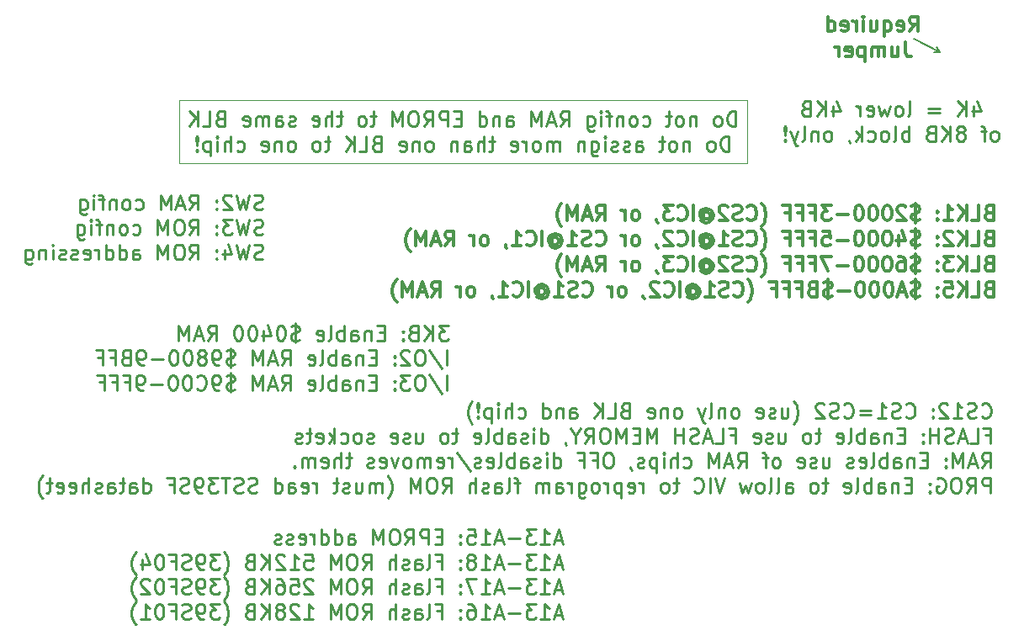
<source format=gbr>
%TF.GenerationSoftware,KiCad,Pcbnew,(5.1.10)-1*%
%TF.CreationDate,2022-08-23T18:53:09-04:00*%
%TF.ProjectId,VIC20HyperExpanderSMDRev2,56494332-3048-4797-9065-72457870616e,2*%
%TF.SameCoordinates,Original*%
%TF.FileFunction,Legend,Bot*%
%TF.FilePolarity,Positive*%
%FSLAX46Y46*%
G04 Gerber Fmt 4.6, Leading zero omitted, Abs format (unit mm)*
G04 Created by KiCad (PCBNEW (5.1.10)-1) date 2022-08-23 18:53:09*
%MOMM*%
%LPD*%
G01*
G04 APERTURE LIST*
%ADD10C,0.250000*%
%ADD11C,0.150000*%
%ADD12C,0.300000*%
%ADD13C,0.120000*%
G04 APERTURE END LIST*
D10*
X131893714Y-82975071D02*
X130965142Y-82975071D01*
X131465142Y-83546500D01*
X131250857Y-83546500D01*
X131108000Y-83617928D01*
X131036571Y-83689357D01*
X130965142Y-83832214D01*
X130965142Y-84189357D01*
X131036571Y-84332214D01*
X131108000Y-84403642D01*
X131250857Y-84475071D01*
X131679428Y-84475071D01*
X131822285Y-84403642D01*
X131893714Y-84332214D01*
X130322285Y-84475071D02*
X130322285Y-82975071D01*
X129465142Y-84475071D02*
X130108000Y-83617928D01*
X129465142Y-82975071D02*
X130322285Y-83832214D01*
X128322285Y-83689357D02*
X128108000Y-83760785D01*
X128036571Y-83832214D01*
X127965142Y-83975071D01*
X127965142Y-84189357D01*
X128036571Y-84332214D01*
X128108000Y-84403642D01*
X128250857Y-84475071D01*
X128822285Y-84475071D01*
X128822285Y-82975071D01*
X128322285Y-82975071D01*
X128179428Y-83046500D01*
X128108000Y-83117928D01*
X128036571Y-83260785D01*
X128036571Y-83403642D01*
X128108000Y-83546500D01*
X128179428Y-83617928D01*
X128322285Y-83689357D01*
X128822285Y-83689357D01*
X127322285Y-84332214D02*
X127250857Y-84403642D01*
X127322285Y-84475071D01*
X127393714Y-84403642D01*
X127322285Y-84332214D01*
X127322285Y-84475071D01*
X127322285Y-83546500D02*
X127250857Y-83617928D01*
X127322285Y-83689357D01*
X127393714Y-83617928D01*
X127322285Y-83546500D01*
X127322285Y-83689357D01*
X125465142Y-83689357D02*
X124965142Y-83689357D01*
X124750857Y-84475071D02*
X125465142Y-84475071D01*
X125465142Y-82975071D01*
X124750857Y-82975071D01*
X124108000Y-83475071D02*
X124108000Y-84475071D01*
X124108000Y-83617928D02*
X124036571Y-83546500D01*
X123893714Y-83475071D01*
X123679428Y-83475071D01*
X123536571Y-83546500D01*
X123465142Y-83689357D01*
X123465142Y-84475071D01*
X122108000Y-84475071D02*
X122108000Y-83689357D01*
X122179428Y-83546500D01*
X122322285Y-83475071D01*
X122608000Y-83475071D01*
X122750857Y-83546500D01*
X122108000Y-84403642D02*
X122250857Y-84475071D01*
X122608000Y-84475071D01*
X122750857Y-84403642D01*
X122822285Y-84260785D01*
X122822285Y-84117928D01*
X122750857Y-83975071D01*
X122608000Y-83903642D01*
X122250857Y-83903642D01*
X122108000Y-83832214D01*
X121393714Y-84475071D02*
X121393714Y-82975071D01*
X121393714Y-83546500D02*
X121250857Y-83475071D01*
X120965142Y-83475071D01*
X120822285Y-83546500D01*
X120750857Y-83617928D01*
X120679428Y-83760785D01*
X120679428Y-84189357D01*
X120750857Y-84332214D01*
X120822285Y-84403642D01*
X120965142Y-84475071D01*
X121250857Y-84475071D01*
X121393714Y-84403642D01*
X119822285Y-84475071D02*
X119965142Y-84403642D01*
X120036571Y-84260785D01*
X120036571Y-82975071D01*
X118679428Y-84403642D02*
X118822285Y-84475071D01*
X119108000Y-84475071D01*
X119250857Y-84403642D01*
X119322285Y-84260785D01*
X119322285Y-83689357D01*
X119250857Y-83546500D01*
X119108000Y-83475071D01*
X118822285Y-83475071D01*
X118679428Y-83546500D01*
X118608000Y-83689357D01*
X118608000Y-83832214D01*
X119322285Y-83975071D01*
X116893714Y-84403642D02*
X116679428Y-84475071D01*
X116322285Y-84475071D01*
X116179428Y-84403642D01*
X116108000Y-84332214D01*
X116036571Y-84189357D01*
X116036571Y-84046500D01*
X116108000Y-83903642D01*
X116179428Y-83832214D01*
X116322285Y-83760785D01*
X116608000Y-83689357D01*
X116750857Y-83617928D01*
X116822285Y-83546500D01*
X116893714Y-83403642D01*
X116893714Y-83260785D01*
X116822285Y-83117928D01*
X116750857Y-83046500D01*
X116608000Y-82975071D01*
X116250857Y-82975071D01*
X116036571Y-83046500D01*
X116465142Y-82760785D02*
X116465142Y-84689357D01*
X115108000Y-82975071D02*
X114965142Y-82975071D01*
X114822285Y-83046500D01*
X114750857Y-83117928D01*
X114679428Y-83260785D01*
X114608000Y-83546500D01*
X114608000Y-83903642D01*
X114679428Y-84189357D01*
X114750857Y-84332214D01*
X114822285Y-84403642D01*
X114965142Y-84475071D01*
X115108000Y-84475071D01*
X115250857Y-84403642D01*
X115322285Y-84332214D01*
X115393714Y-84189357D01*
X115465142Y-83903642D01*
X115465142Y-83546500D01*
X115393714Y-83260785D01*
X115322285Y-83117928D01*
X115250857Y-83046500D01*
X115108000Y-82975071D01*
X113322285Y-83475071D02*
X113322285Y-84475071D01*
X113679428Y-82903642D02*
X114036571Y-83975071D01*
X113108000Y-83975071D01*
X112250857Y-82975071D02*
X112108000Y-82975071D01*
X111965142Y-83046500D01*
X111893714Y-83117928D01*
X111822285Y-83260785D01*
X111750857Y-83546500D01*
X111750857Y-83903642D01*
X111822285Y-84189357D01*
X111893714Y-84332214D01*
X111965142Y-84403642D01*
X112108000Y-84475071D01*
X112250857Y-84475071D01*
X112393714Y-84403642D01*
X112465142Y-84332214D01*
X112536571Y-84189357D01*
X112608000Y-83903642D01*
X112608000Y-83546500D01*
X112536571Y-83260785D01*
X112465142Y-83117928D01*
X112393714Y-83046500D01*
X112250857Y-82975071D01*
X110822285Y-82975071D02*
X110679428Y-82975071D01*
X110536571Y-83046500D01*
X110465142Y-83117928D01*
X110393714Y-83260785D01*
X110322285Y-83546500D01*
X110322285Y-83903642D01*
X110393714Y-84189357D01*
X110465142Y-84332214D01*
X110536571Y-84403642D01*
X110679428Y-84475071D01*
X110822285Y-84475071D01*
X110965142Y-84403642D01*
X111036571Y-84332214D01*
X111108000Y-84189357D01*
X111179428Y-83903642D01*
X111179428Y-83546500D01*
X111108000Y-83260785D01*
X111036571Y-83117928D01*
X110965142Y-83046500D01*
X110822285Y-82975071D01*
X107679428Y-84475071D02*
X108179428Y-83760785D01*
X108536571Y-84475071D02*
X108536571Y-82975071D01*
X107965142Y-82975071D01*
X107822285Y-83046500D01*
X107750857Y-83117928D01*
X107679428Y-83260785D01*
X107679428Y-83475071D01*
X107750857Y-83617928D01*
X107822285Y-83689357D01*
X107965142Y-83760785D01*
X108536571Y-83760785D01*
X107108000Y-84046500D02*
X106393714Y-84046500D01*
X107250857Y-84475071D02*
X106750857Y-82975071D01*
X106250857Y-84475071D01*
X105750857Y-84475071D02*
X105750857Y-82975071D01*
X105250857Y-84046500D01*
X104750857Y-82975071D01*
X104750857Y-84475071D01*
X131750857Y-86975071D02*
X131750857Y-85475071D01*
X129965142Y-85403642D02*
X131250857Y-87332214D01*
X129179428Y-85475071D02*
X128893714Y-85475071D01*
X128750857Y-85546500D01*
X128608000Y-85689357D01*
X128536571Y-85975071D01*
X128536571Y-86475071D01*
X128608000Y-86760785D01*
X128750857Y-86903642D01*
X128893714Y-86975071D01*
X129179428Y-86975071D01*
X129322285Y-86903642D01*
X129465142Y-86760785D01*
X129536571Y-86475071D01*
X129536571Y-85975071D01*
X129465142Y-85689357D01*
X129322285Y-85546500D01*
X129179428Y-85475071D01*
X127965142Y-85617928D02*
X127893714Y-85546500D01*
X127750857Y-85475071D01*
X127393714Y-85475071D01*
X127250857Y-85546500D01*
X127179428Y-85617928D01*
X127108000Y-85760785D01*
X127108000Y-85903642D01*
X127179428Y-86117928D01*
X128036571Y-86975071D01*
X127108000Y-86975071D01*
X126465142Y-86832214D02*
X126393714Y-86903642D01*
X126465142Y-86975071D01*
X126536571Y-86903642D01*
X126465142Y-86832214D01*
X126465142Y-86975071D01*
X126465142Y-86046500D02*
X126393714Y-86117928D01*
X126465142Y-86189357D01*
X126536571Y-86117928D01*
X126465142Y-86046500D01*
X126465142Y-86189357D01*
X124608000Y-86189357D02*
X124108000Y-86189357D01*
X123893714Y-86975071D02*
X124608000Y-86975071D01*
X124608000Y-85475071D01*
X123893714Y-85475071D01*
X123250857Y-85975071D02*
X123250857Y-86975071D01*
X123250857Y-86117928D02*
X123179428Y-86046500D01*
X123036571Y-85975071D01*
X122822285Y-85975071D01*
X122679428Y-86046500D01*
X122608000Y-86189357D01*
X122608000Y-86975071D01*
X121250857Y-86975071D02*
X121250857Y-86189357D01*
X121322285Y-86046500D01*
X121465142Y-85975071D01*
X121750857Y-85975071D01*
X121893714Y-86046500D01*
X121250857Y-86903642D02*
X121393714Y-86975071D01*
X121750857Y-86975071D01*
X121893714Y-86903642D01*
X121965142Y-86760785D01*
X121965142Y-86617928D01*
X121893714Y-86475071D01*
X121750857Y-86403642D01*
X121393714Y-86403642D01*
X121250857Y-86332214D01*
X120536571Y-86975071D02*
X120536571Y-85475071D01*
X120536571Y-86046500D02*
X120393714Y-85975071D01*
X120108000Y-85975071D01*
X119965142Y-86046500D01*
X119893714Y-86117928D01*
X119822285Y-86260785D01*
X119822285Y-86689357D01*
X119893714Y-86832214D01*
X119965142Y-86903642D01*
X120108000Y-86975071D01*
X120393714Y-86975071D01*
X120536571Y-86903642D01*
X118965142Y-86975071D02*
X119108000Y-86903642D01*
X119179428Y-86760785D01*
X119179428Y-85475071D01*
X117822285Y-86903642D02*
X117965142Y-86975071D01*
X118250857Y-86975071D01*
X118393714Y-86903642D01*
X118465142Y-86760785D01*
X118465142Y-86189357D01*
X118393714Y-86046500D01*
X118250857Y-85975071D01*
X117965142Y-85975071D01*
X117822285Y-86046500D01*
X117750857Y-86189357D01*
X117750857Y-86332214D01*
X118465142Y-86475071D01*
X115108000Y-86975071D02*
X115608000Y-86260785D01*
X115965142Y-86975071D02*
X115965142Y-85475071D01*
X115393714Y-85475071D01*
X115250857Y-85546500D01*
X115179428Y-85617928D01*
X115108000Y-85760785D01*
X115108000Y-85975071D01*
X115179428Y-86117928D01*
X115250857Y-86189357D01*
X115393714Y-86260785D01*
X115965142Y-86260785D01*
X114536571Y-86546500D02*
X113822285Y-86546500D01*
X114679428Y-86975071D02*
X114179428Y-85475071D01*
X113679428Y-86975071D01*
X113179428Y-86975071D02*
X113179428Y-85475071D01*
X112679428Y-86546500D01*
X112179428Y-85475071D01*
X112179428Y-86975071D01*
X110393714Y-86903642D02*
X110179428Y-86975071D01*
X109822285Y-86975071D01*
X109679428Y-86903642D01*
X109607999Y-86832214D01*
X109536571Y-86689357D01*
X109536571Y-86546500D01*
X109607999Y-86403642D01*
X109679428Y-86332214D01*
X109822285Y-86260785D01*
X110107999Y-86189357D01*
X110250857Y-86117928D01*
X110322285Y-86046500D01*
X110393714Y-85903642D01*
X110393714Y-85760785D01*
X110322285Y-85617928D01*
X110250857Y-85546500D01*
X110107999Y-85475071D01*
X109750857Y-85475071D01*
X109536571Y-85546500D01*
X109965142Y-85260785D02*
X109965142Y-87189357D01*
X108822285Y-86975071D02*
X108536571Y-86975071D01*
X108393714Y-86903642D01*
X108322285Y-86832214D01*
X108179428Y-86617928D01*
X108107999Y-86332214D01*
X108107999Y-85760785D01*
X108179428Y-85617928D01*
X108250857Y-85546500D01*
X108393714Y-85475071D01*
X108679428Y-85475071D01*
X108822285Y-85546500D01*
X108893714Y-85617928D01*
X108965142Y-85760785D01*
X108965142Y-86117928D01*
X108893714Y-86260785D01*
X108822285Y-86332214D01*
X108679428Y-86403642D01*
X108393714Y-86403642D01*
X108250857Y-86332214D01*
X108179428Y-86260785D01*
X108107999Y-86117928D01*
X107250857Y-86117928D02*
X107393714Y-86046500D01*
X107465142Y-85975071D01*
X107536571Y-85832214D01*
X107536571Y-85760785D01*
X107465142Y-85617928D01*
X107393714Y-85546500D01*
X107250857Y-85475071D01*
X106965142Y-85475071D01*
X106822285Y-85546500D01*
X106750857Y-85617928D01*
X106679428Y-85760785D01*
X106679428Y-85832214D01*
X106750857Y-85975071D01*
X106822285Y-86046500D01*
X106965142Y-86117928D01*
X107250857Y-86117928D01*
X107393714Y-86189357D01*
X107465142Y-86260785D01*
X107536571Y-86403642D01*
X107536571Y-86689357D01*
X107465142Y-86832214D01*
X107393714Y-86903642D01*
X107250857Y-86975071D01*
X106965142Y-86975071D01*
X106822285Y-86903642D01*
X106750857Y-86832214D01*
X106679428Y-86689357D01*
X106679428Y-86403642D01*
X106750857Y-86260785D01*
X106822285Y-86189357D01*
X106965142Y-86117928D01*
X105750857Y-85475071D02*
X105607999Y-85475071D01*
X105465142Y-85546500D01*
X105393714Y-85617928D01*
X105322285Y-85760785D01*
X105250857Y-86046500D01*
X105250857Y-86403642D01*
X105322285Y-86689357D01*
X105393714Y-86832214D01*
X105465142Y-86903642D01*
X105607999Y-86975071D01*
X105750857Y-86975071D01*
X105893714Y-86903642D01*
X105965142Y-86832214D01*
X106036571Y-86689357D01*
X106107999Y-86403642D01*
X106107999Y-86046500D01*
X106036571Y-85760785D01*
X105965142Y-85617928D01*
X105893714Y-85546500D01*
X105750857Y-85475071D01*
X104322285Y-85475071D02*
X104179428Y-85475071D01*
X104036571Y-85546500D01*
X103965142Y-85617928D01*
X103893714Y-85760785D01*
X103822285Y-86046500D01*
X103822285Y-86403642D01*
X103893714Y-86689357D01*
X103965142Y-86832214D01*
X104036571Y-86903642D01*
X104179428Y-86975071D01*
X104322285Y-86975071D01*
X104465142Y-86903642D01*
X104536571Y-86832214D01*
X104607999Y-86689357D01*
X104679428Y-86403642D01*
X104679428Y-86046500D01*
X104607999Y-85760785D01*
X104536571Y-85617928D01*
X104465142Y-85546500D01*
X104322285Y-85475071D01*
X103179428Y-86403642D02*
X102036571Y-86403642D01*
X101250857Y-86975071D02*
X100965142Y-86975071D01*
X100822285Y-86903642D01*
X100750857Y-86832214D01*
X100607999Y-86617928D01*
X100536571Y-86332214D01*
X100536571Y-85760785D01*
X100607999Y-85617928D01*
X100679428Y-85546500D01*
X100822285Y-85475071D01*
X101107999Y-85475071D01*
X101250857Y-85546500D01*
X101322285Y-85617928D01*
X101393714Y-85760785D01*
X101393714Y-86117928D01*
X101322285Y-86260785D01*
X101250857Y-86332214D01*
X101107999Y-86403642D01*
X100822285Y-86403642D01*
X100679428Y-86332214D01*
X100607999Y-86260785D01*
X100536571Y-86117928D01*
X99393714Y-86189357D02*
X99179428Y-86260785D01*
X99107999Y-86332214D01*
X99036571Y-86475071D01*
X99036571Y-86689357D01*
X99107999Y-86832214D01*
X99179428Y-86903642D01*
X99322285Y-86975071D01*
X99893714Y-86975071D01*
X99893714Y-85475071D01*
X99393714Y-85475071D01*
X99250857Y-85546500D01*
X99179428Y-85617928D01*
X99107999Y-85760785D01*
X99107999Y-85903642D01*
X99179428Y-86046500D01*
X99250857Y-86117928D01*
X99393714Y-86189357D01*
X99893714Y-86189357D01*
X97893714Y-86189357D02*
X98393714Y-86189357D01*
X98393714Y-86975071D02*
X98393714Y-85475071D01*
X97679428Y-85475071D01*
X96607999Y-86189357D02*
X97107999Y-86189357D01*
X97107999Y-86975071D02*
X97107999Y-85475071D01*
X96393714Y-85475071D01*
X131750857Y-89475071D02*
X131750857Y-87975071D01*
X129965142Y-87903642D02*
X131250857Y-89832214D01*
X129179428Y-87975071D02*
X128893714Y-87975071D01*
X128750857Y-88046500D01*
X128608000Y-88189357D01*
X128536571Y-88475071D01*
X128536571Y-88975071D01*
X128608000Y-89260785D01*
X128750857Y-89403642D01*
X128893714Y-89475071D01*
X129179428Y-89475071D01*
X129322285Y-89403642D01*
X129465142Y-89260785D01*
X129536571Y-88975071D01*
X129536571Y-88475071D01*
X129465142Y-88189357D01*
X129322285Y-88046500D01*
X129179428Y-87975071D01*
X128036571Y-87975071D02*
X127108000Y-87975071D01*
X127608000Y-88546500D01*
X127393714Y-88546500D01*
X127250857Y-88617928D01*
X127179428Y-88689357D01*
X127108000Y-88832214D01*
X127108000Y-89189357D01*
X127179428Y-89332214D01*
X127250857Y-89403642D01*
X127393714Y-89475071D01*
X127822285Y-89475071D01*
X127965142Y-89403642D01*
X128036571Y-89332214D01*
X126465142Y-89332214D02*
X126393714Y-89403642D01*
X126465142Y-89475071D01*
X126536571Y-89403642D01*
X126465142Y-89332214D01*
X126465142Y-89475071D01*
X126465142Y-88546500D02*
X126393714Y-88617928D01*
X126465142Y-88689357D01*
X126536571Y-88617928D01*
X126465142Y-88546500D01*
X126465142Y-88689357D01*
X124608000Y-88689357D02*
X124108000Y-88689357D01*
X123893714Y-89475071D02*
X124608000Y-89475071D01*
X124608000Y-87975071D01*
X123893714Y-87975071D01*
X123250857Y-88475071D02*
X123250857Y-89475071D01*
X123250857Y-88617928D02*
X123179428Y-88546500D01*
X123036571Y-88475071D01*
X122822285Y-88475071D01*
X122679428Y-88546500D01*
X122608000Y-88689357D01*
X122608000Y-89475071D01*
X121250857Y-89475071D02*
X121250857Y-88689357D01*
X121322285Y-88546500D01*
X121465142Y-88475071D01*
X121750857Y-88475071D01*
X121893714Y-88546500D01*
X121250857Y-89403642D02*
X121393714Y-89475071D01*
X121750857Y-89475071D01*
X121893714Y-89403642D01*
X121965142Y-89260785D01*
X121965142Y-89117928D01*
X121893714Y-88975071D01*
X121750857Y-88903642D01*
X121393714Y-88903642D01*
X121250857Y-88832214D01*
X120536571Y-89475071D02*
X120536571Y-87975071D01*
X120536571Y-88546500D02*
X120393714Y-88475071D01*
X120107999Y-88475071D01*
X119965142Y-88546500D01*
X119893714Y-88617928D01*
X119822285Y-88760785D01*
X119822285Y-89189357D01*
X119893714Y-89332214D01*
X119965142Y-89403642D01*
X120107999Y-89475071D01*
X120393714Y-89475071D01*
X120536571Y-89403642D01*
X118965142Y-89475071D02*
X119107999Y-89403642D01*
X119179428Y-89260785D01*
X119179428Y-87975071D01*
X117822285Y-89403642D02*
X117965142Y-89475071D01*
X118250857Y-89475071D01*
X118393714Y-89403642D01*
X118465142Y-89260785D01*
X118465142Y-88689357D01*
X118393714Y-88546500D01*
X118250857Y-88475071D01*
X117965142Y-88475071D01*
X117822285Y-88546500D01*
X117750857Y-88689357D01*
X117750857Y-88832214D01*
X118465142Y-88975071D01*
X115107999Y-89475071D02*
X115607999Y-88760785D01*
X115965142Y-89475071D02*
X115965142Y-87975071D01*
X115393714Y-87975071D01*
X115250857Y-88046500D01*
X115179428Y-88117928D01*
X115107999Y-88260785D01*
X115107999Y-88475071D01*
X115179428Y-88617928D01*
X115250857Y-88689357D01*
X115393714Y-88760785D01*
X115965142Y-88760785D01*
X114536571Y-89046500D02*
X113822285Y-89046500D01*
X114679428Y-89475071D02*
X114179428Y-87975071D01*
X113679428Y-89475071D01*
X113179428Y-89475071D02*
X113179428Y-87975071D01*
X112679428Y-89046500D01*
X112179428Y-87975071D01*
X112179428Y-89475071D01*
X110393714Y-89403642D02*
X110179428Y-89475071D01*
X109822285Y-89475071D01*
X109679428Y-89403642D01*
X109607999Y-89332214D01*
X109536571Y-89189357D01*
X109536571Y-89046500D01*
X109607999Y-88903642D01*
X109679428Y-88832214D01*
X109822285Y-88760785D01*
X110107999Y-88689357D01*
X110250857Y-88617928D01*
X110322285Y-88546500D01*
X110393714Y-88403642D01*
X110393714Y-88260785D01*
X110322285Y-88117928D01*
X110250857Y-88046500D01*
X110107999Y-87975071D01*
X109750857Y-87975071D01*
X109536571Y-88046500D01*
X109965142Y-87760785D02*
X109965142Y-89689357D01*
X108822285Y-89475071D02*
X108536571Y-89475071D01*
X108393714Y-89403642D01*
X108322285Y-89332214D01*
X108179428Y-89117928D01*
X108107999Y-88832214D01*
X108107999Y-88260785D01*
X108179428Y-88117928D01*
X108250857Y-88046500D01*
X108393714Y-87975071D01*
X108679428Y-87975071D01*
X108822285Y-88046500D01*
X108893714Y-88117928D01*
X108965142Y-88260785D01*
X108965142Y-88617928D01*
X108893714Y-88760785D01*
X108822285Y-88832214D01*
X108679428Y-88903642D01*
X108393714Y-88903642D01*
X108250857Y-88832214D01*
X108179428Y-88760785D01*
X108107999Y-88617928D01*
X106607999Y-89332214D02*
X106679428Y-89403642D01*
X106893714Y-89475071D01*
X107036571Y-89475071D01*
X107250857Y-89403642D01*
X107393714Y-89260785D01*
X107465142Y-89117928D01*
X107536571Y-88832214D01*
X107536571Y-88617928D01*
X107465142Y-88332214D01*
X107393714Y-88189357D01*
X107250857Y-88046500D01*
X107036571Y-87975071D01*
X106893714Y-87975071D01*
X106679428Y-88046500D01*
X106607999Y-88117928D01*
X105679428Y-87975071D02*
X105536571Y-87975071D01*
X105393714Y-88046500D01*
X105322285Y-88117928D01*
X105250857Y-88260785D01*
X105179428Y-88546500D01*
X105179428Y-88903642D01*
X105250857Y-89189357D01*
X105322285Y-89332214D01*
X105393714Y-89403642D01*
X105536571Y-89475071D01*
X105679428Y-89475071D01*
X105822285Y-89403642D01*
X105893714Y-89332214D01*
X105965142Y-89189357D01*
X106036571Y-88903642D01*
X106036571Y-88546500D01*
X105965142Y-88260785D01*
X105893714Y-88117928D01*
X105822285Y-88046500D01*
X105679428Y-87975071D01*
X104250857Y-87975071D02*
X104107999Y-87975071D01*
X103965142Y-88046500D01*
X103893714Y-88117928D01*
X103822285Y-88260785D01*
X103750857Y-88546500D01*
X103750857Y-88903642D01*
X103822285Y-89189357D01*
X103893714Y-89332214D01*
X103965142Y-89403642D01*
X104107999Y-89475071D01*
X104250857Y-89475071D01*
X104393714Y-89403642D01*
X104465142Y-89332214D01*
X104536571Y-89189357D01*
X104607999Y-88903642D01*
X104607999Y-88546500D01*
X104536571Y-88260785D01*
X104465142Y-88117928D01*
X104393714Y-88046500D01*
X104250857Y-87975071D01*
X103107999Y-88903642D02*
X101965142Y-88903642D01*
X101179428Y-89475071D02*
X100893714Y-89475071D01*
X100750857Y-89403642D01*
X100679428Y-89332214D01*
X100536571Y-89117928D01*
X100465142Y-88832214D01*
X100465142Y-88260785D01*
X100536571Y-88117928D01*
X100607999Y-88046500D01*
X100750857Y-87975071D01*
X101036571Y-87975071D01*
X101179428Y-88046500D01*
X101250857Y-88117928D01*
X101322285Y-88260785D01*
X101322285Y-88617928D01*
X101250857Y-88760785D01*
X101179428Y-88832214D01*
X101036571Y-88903642D01*
X100750857Y-88903642D01*
X100607999Y-88832214D01*
X100536571Y-88760785D01*
X100465142Y-88617928D01*
X99322285Y-88689357D02*
X99822285Y-88689357D01*
X99822285Y-89475071D02*
X99822285Y-87975071D01*
X99107999Y-87975071D01*
X98036571Y-88689357D02*
X98536571Y-88689357D01*
X98536571Y-89475071D02*
X98536571Y-87975071D01*
X97822285Y-87975071D01*
X96750857Y-88689357D02*
X97250857Y-88689357D01*
X97250857Y-89475071D02*
X97250857Y-87975071D01*
X96536571Y-87975071D01*
X143315785Y-104577000D02*
X142601500Y-104577000D01*
X143458642Y-105005571D02*
X142958642Y-103505571D01*
X142458642Y-105005571D01*
X141172928Y-105005571D02*
X142030071Y-105005571D01*
X141601500Y-105005571D02*
X141601500Y-103505571D01*
X141744357Y-103719857D01*
X141887214Y-103862714D01*
X142030071Y-103934142D01*
X140672928Y-103505571D02*
X139744357Y-103505571D01*
X140244357Y-104077000D01*
X140030071Y-104077000D01*
X139887214Y-104148428D01*
X139815785Y-104219857D01*
X139744357Y-104362714D01*
X139744357Y-104719857D01*
X139815785Y-104862714D01*
X139887214Y-104934142D01*
X140030071Y-105005571D01*
X140458642Y-105005571D01*
X140601500Y-104934142D01*
X140672928Y-104862714D01*
X139101500Y-104434142D02*
X137958642Y-104434142D01*
X137315785Y-104577000D02*
X136601500Y-104577000D01*
X137458642Y-105005571D02*
X136958642Y-103505571D01*
X136458642Y-105005571D01*
X135172928Y-105005571D02*
X136030071Y-105005571D01*
X135601500Y-105005571D02*
X135601500Y-103505571D01*
X135744357Y-103719857D01*
X135887214Y-103862714D01*
X136030071Y-103934142D01*
X133815785Y-103505571D02*
X134530071Y-103505571D01*
X134601500Y-104219857D01*
X134530071Y-104148428D01*
X134387214Y-104077000D01*
X134030071Y-104077000D01*
X133887214Y-104148428D01*
X133815785Y-104219857D01*
X133744357Y-104362714D01*
X133744357Y-104719857D01*
X133815785Y-104862714D01*
X133887214Y-104934142D01*
X134030071Y-105005571D01*
X134387214Y-105005571D01*
X134530071Y-104934142D01*
X134601500Y-104862714D01*
X133101500Y-104862714D02*
X133030071Y-104934142D01*
X133101500Y-105005571D01*
X133172928Y-104934142D01*
X133101500Y-104862714D01*
X133101500Y-105005571D01*
X133101500Y-104077000D02*
X133030071Y-104148428D01*
X133101500Y-104219857D01*
X133172928Y-104148428D01*
X133101500Y-104077000D01*
X133101500Y-104219857D01*
X131244357Y-104219857D02*
X130744357Y-104219857D01*
X130530071Y-105005571D02*
X131244357Y-105005571D01*
X131244357Y-103505571D01*
X130530071Y-103505571D01*
X129887214Y-105005571D02*
X129887214Y-103505571D01*
X129315785Y-103505571D01*
X129172928Y-103577000D01*
X129101500Y-103648428D01*
X129030071Y-103791285D01*
X129030071Y-104005571D01*
X129101500Y-104148428D01*
X129172928Y-104219857D01*
X129315785Y-104291285D01*
X129887214Y-104291285D01*
X127530071Y-105005571D02*
X128030071Y-104291285D01*
X128387214Y-105005571D02*
X128387214Y-103505571D01*
X127815785Y-103505571D01*
X127672928Y-103577000D01*
X127601500Y-103648428D01*
X127530071Y-103791285D01*
X127530071Y-104005571D01*
X127601500Y-104148428D01*
X127672928Y-104219857D01*
X127815785Y-104291285D01*
X128387214Y-104291285D01*
X126601500Y-103505571D02*
X126315785Y-103505571D01*
X126172928Y-103577000D01*
X126030071Y-103719857D01*
X125958642Y-104005571D01*
X125958642Y-104505571D01*
X126030071Y-104791285D01*
X126172928Y-104934142D01*
X126315785Y-105005571D01*
X126601500Y-105005571D01*
X126744357Y-104934142D01*
X126887214Y-104791285D01*
X126958642Y-104505571D01*
X126958642Y-104005571D01*
X126887214Y-103719857D01*
X126744357Y-103577000D01*
X126601500Y-103505571D01*
X125315785Y-105005571D02*
X125315785Y-103505571D01*
X124815785Y-104577000D01*
X124315785Y-103505571D01*
X124315785Y-105005571D01*
X121815785Y-105005571D02*
X121815785Y-104219857D01*
X121887214Y-104077000D01*
X122030071Y-104005571D01*
X122315785Y-104005571D01*
X122458642Y-104077000D01*
X121815785Y-104934142D02*
X121958642Y-105005571D01*
X122315785Y-105005571D01*
X122458642Y-104934142D01*
X122530071Y-104791285D01*
X122530071Y-104648428D01*
X122458642Y-104505571D01*
X122315785Y-104434142D01*
X121958642Y-104434142D01*
X121815785Y-104362714D01*
X120458642Y-105005571D02*
X120458642Y-103505571D01*
X120458642Y-104934142D02*
X120601500Y-105005571D01*
X120887214Y-105005571D01*
X121030071Y-104934142D01*
X121101500Y-104862714D01*
X121172928Y-104719857D01*
X121172928Y-104291285D01*
X121101500Y-104148428D01*
X121030071Y-104077000D01*
X120887214Y-104005571D01*
X120601500Y-104005571D01*
X120458642Y-104077000D01*
X119101500Y-105005571D02*
X119101500Y-103505571D01*
X119101500Y-104934142D02*
X119244357Y-105005571D01*
X119530071Y-105005571D01*
X119672928Y-104934142D01*
X119744357Y-104862714D01*
X119815785Y-104719857D01*
X119815785Y-104291285D01*
X119744357Y-104148428D01*
X119672928Y-104077000D01*
X119530071Y-104005571D01*
X119244357Y-104005571D01*
X119101500Y-104077000D01*
X118387214Y-105005571D02*
X118387214Y-104005571D01*
X118387214Y-104291285D02*
X118315785Y-104148428D01*
X118244357Y-104077000D01*
X118101500Y-104005571D01*
X117958642Y-104005571D01*
X116887214Y-104934142D02*
X117030071Y-105005571D01*
X117315785Y-105005571D01*
X117458642Y-104934142D01*
X117530071Y-104791285D01*
X117530071Y-104219857D01*
X117458642Y-104077000D01*
X117315785Y-104005571D01*
X117030071Y-104005571D01*
X116887214Y-104077000D01*
X116815785Y-104219857D01*
X116815785Y-104362714D01*
X117530071Y-104505571D01*
X116244357Y-104934142D02*
X116101500Y-105005571D01*
X115815785Y-105005571D01*
X115672928Y-104934142D01*
X115601500Y-104791285D01*
X115601500Y-104719857D01*
X115672928Y-104577000D01*
X115815785Y-104505571D01*
X116030071Y-104505571D01*
X116172928Y-104434142D01*
X116244357Y-104291285D01*
X116244357Y-104219857D01*
X116172928Y-104077000D01*
X116030071Y-104005571D01*
X115815785Y-104005571D01*
X115672928Y-104077000D01*
X115030071Y-104934142D02*
X114887214Y-105005571D01*
X114601500Y-105005571D01*
X114458642Y-104934142D01*
X114387214Y-104791285D01*
X114387214Y-104719857D01*
X114458642Y-104577000D01*
X114601500Y-104505571D01*
X114815785Y-104505571D01*
X114958642Y-104434142D01*
X115030071Y-104291285D01*
X115030071Y-104219857D01*
X114958642Y-104077000D01*
X114815785Y-104005571D01*
X114601500Y-104005571D01*
X114458642Y-104077000D01*
X143315785Y-107077000D02*
X142601500Y-107077000D01*
X143458642Y-107505571D02*
X142958642Y-106005571D01*
X142458642Y-107505571D01*
X141172928Y-107505571D02*
X142030071Y-107505571D01*
X141601500Y-107505571D02*
X141601500Y-106005571D01*
X141744357Y-106219857D01*
X141887214Y-106362714D01*
X142030071Y-106434142D01*
X140672928Y-106005571D02*
X139744357Y-106005571D01*
X140244357Y-106577000D01*
X140030071Y-106577000D01*
X139887214Y-106648428D01*
X139815785Y-106719857D01*
X139744357Y-106862714D01*
X139744357Y-107219857D01*
X139815785Y-107362714D01*
X139887214Y-107434142D01*
X140030071Y-107505571D01*
X140458642Y-107505571D01*
X140601500Y-107434142D01*
X140672928Y-107362714D01*
X139101500Y-106934142D02*
X137958642Y-106934142D01*
X137315785Y-107077000D02*
X136601500Y-107077000D01*
X137458642Y-107505571D02*
X136958642Y-106005571D01*
X136458642Y-107505571D01*
X135172928Y-107505571D02*
X136030071Y-107505571D01*
X135601500Y-107505571D02*
X135601500Y-106005571D01*
X135744357Y-106219857D01*
X135887214Y-106362714D01*
X136030071Y-106434142D01*
X134315785Y-106648428D02*
X134458642Y-106577000D01*
X134530071Y-106505571D01*
X134601500Y-106362714D01*
X134601500Y-106291285D01*
X134530071Y-106148428D01*
X134458642Y-106077000D01*
X134315785Y-106005571D01*
X134030071Y-106005571D01*
X133887214Y-106077000D01*
X133815785Y-106148428D01*
X133744357Y-106291285D01*
X133744357Y-106362714D01*
X133815785Y-106505571D01*
X133887214Y-106577000D01*
X134030071Y-106648428D01*
X134315785Y-106648428D01*
X134458642Y-106719857D01*
X134530071Y-106791285D01*
X134601500Y-106934142D01*
X134601500Y-107219857D01*
X134530071Y-107362714D01*
X134458642Y-107434142D01*
X134315785Y-107505571D01*
X134030071Y-107505571D01*
X133887214Y-107434142D01*
X133815785Y-107362714D01*
X133744357Y-107219857D01*
X133744357Y-106934142D01*
X133815785Y-106791285D01*
X133887214Y-106719857D01*
X134030071Y-106648428D01*
X133101500Y-107362714D02*
X133030071Y-107434142D01*
X133101500Y-107505571D01*
X133172928Y-107434142D01*
X133101500Y-107362714D01*
X133101500Y-107505571D01*
X133101500Y-106577000D02*
X133030071Y-106648428D01*
X133101500Y-106719857D01*
X133172928Y-106648428D01*
X133101500Y-106577000D01*
X133101500Y-106719857D01*
X130744357Y-106719857D02*
X131244357Y-106719857D01*
X131244357Y-107505571D02*
X131244357Y-106005571D01*
X130530071Y-106005571D01*
X129744357Y-107505571D02*
X129887214Y-107434142D01*
X129958642Y-107291285D01*
X129958642Y-106005571D01*
X128530071Y-107505571D02*
X128530071Y-106719857D01*
X128601500Y-106577000D01*
X128744357Y-106505571D01*
X129030071Y-106505571D01*
X129172928Y-106577000D01*
X128530071Y-107434142D02*
X128672928Y-107505571D01*
X129030071Y-107505571D01*
X129172928Y-107434142D01*
X129244357Y-107291285D01*
X129244357Y-107148428D01*
X129172928Y-107005571D01*
X129030071Y-106934142D01*
X128672928Y-106934142D01*
X128530071Y-106862714D01*
X127887214Y-107434142D02*
X127744357Y-107505571D01*
X127458642Y-107505571D01*
X127315785Y-107434142D01*
X127244357Y-107291285D01*
X127244357Y-107219857D01*
X127315785Y-107077000D01*
X127458642Y-107005571D01*
X127672928Y-107005571D01*
X127815785Y-106934142D01*
X127887214Y-106791285D01*
X127887214Y-106719857D01*
X127815785Y-106577000D01*
X127672928Y-106505571D01*
X127458642Y-106505571D01*
X127315785Y-106577000D01*
X126601500Y-107505571D02*
X126601500Y-106005571D01*
X125958642Y-107505571D02*
X125958642Y-106719857D01*
X126030071Y-106577000D01*
X126172928Y-106505571D01*
X126387214Y-106505571D01*
X126530071Y-106577000D01*
X126601500Y-106648428D01*
X123244357Y-107505571D02*
X123744357Y-106791285D01*
X124101500Y-107505571D02*
X124101500Y-106005571D01*
X123530071Y-106005571D01*
X123387214Y-106077000D01*
X123315785Y-106148428D01*
X123244357Y-106291285D01*
X123244357Y-106505571D01*
X123315785Y-106648428D01*
X123387214Y-106719857D01*
X123530071Y-106791285D01*
X124101500Y-106791285D01*
X122315785Y-106005571D02*
X122030071Y-106005571D01*
X121887214Y-106077000D01*
X121744357Y-106219857D01*
X121672928Y-106505571D01*
X121672928Y-107005571D01*
X121744357Y-107291285D01*
X121887214Y-107434142D01*
X122030071Y-107505571D01*
X122315785Y-107505571D01*
X122458642Y-107434142D01*
X122601500Y-107291285D01*
X122672928Y-107005571D01*
X122672928Y-106505571D01*
X122601500Y-106219857D01*
X122458642Y-106077000D01*
X122315785Y-106005571D01*
X121030071Y-107505571D02*
X121030071Y-106005571D01*
X120530071Y-107077000D01*
X120030071Y-106005571D01*
X120030071Y-107505571D01*
X117458642Y-106005571D02*
X118172928Y-106005571D01*
X118244357Y-106719857D01*
X118172928Y-106648428D01*
X118030071Y-106577000D01*
X117672928Y-106577000D01*
X117530071Y-106648428D01*
X117458642Y-106719857D01*
X117387214Y-106862714D01*
X117387214Y-107219857D01*
X117458642Y-107362714D01*
X117530071Y-107434142D01*
X117672928Y-107505571D01*
X118030071Y-107505571D01*
X118172928Y-107434142D01*
X118244357Y-107362714D01*
X115958642Y-107505571D02*
X116815785Y-107505571D01*
X116387214Y-107505571D02*
X116387214Y-106005571D01*
X116530071Y-106219857D01*
X116672928Y-106362714D01*
X116815785Y-106434142D01*
X115387214Y-106148428D02*
X115315785Y-106077000D01*
X115172928Y-106005571D01*
X114815785Y-106005571D01*
X114672928Y-106077000D01*
X114601500Y-106148428D01*
X114530071Y-106291285D01*
X114530071Y-106434142D01*
X114601500Y-106648428D01*
X115458642Y-107505571D01*
X114530071Y-107505571D01*
X113887214Y-107505571D02*
X113887214Y-106005571D01*
X113030071Y-107505571D02*
X113672928Y-106648428D01*
X113030071Y-106005571D02*
X113887214Y-106862714D01*
X111887214Y-106719857D02*
X111672928Y-106791285D01*
X111601500Y-106862714D01*
X111530071Y-107005571D01*
X111530071Y-107219857D01*
X111601500Y-107362714D01*
X111672928Y-107434142D01*
X111815785Y-107505571D01*
X112387214Y-107505571D01*
X112387214Y-106005571D01*
X111887214Y-106005571D01*
X111744357Y-106077000D01*
X111672928Y-106148428D01*
X111601500Y-106291285D01*
X111601500Y-106434142D01*
X111672928Y-106577000D01*
X111744357Y-106648428D01*
X111887214Y-106719857D01*
X112387214Y-106719857D01*
X109315785Y-108077000D02*
X109387214Y-108005571D01*
X109530071Y-107791285D01*
X109601500Y-107648428D01*
X109672928Y-107434142D01*
X109744357Y-107077000D01*
X109744357Y-106791285D01*
X109672928Y-106434142D01*
X109601500Y-106219857D01*
X109530071Y-106077000D01*
X109387214Y-105862714D01*
X109315785Y-105791285D01*
X108887214Y-106005571D02*
X107958642Y-106005571D01*
X108458642Y-106577000D01*
X108244357Y-106577000D01*
X108101500Y-106648428D01*
X108030071Y-106719857D01*
X107958642Y-106862714D01*
X107958642Y-107219857D01*
X108030071Y-107362714D01*
X108101500Y-107434142D01*
X108244357Y-107505571D01*
X108672928Y-107505571D01*
X108815785Y-107434142D01*
X108887214Y-107362714D01*
X107244357Y-107505571D02*
X106958642Y-107505571D01*
X106815785Y-107434142D01*
X106744357Y-107362714D01*
X106601500Y-107148428D01*
X106530071Y-106862714D01*
X106530071Y-106291285D01*
X106601500Y-106148428D01*
X106672928Y-106077000D01*
X106815785Y-106005571D01*
X107101500Y-106005571D01*
X107244357Y-106077000D01*
X107315785Y-106148428D01*
X107387214Y-106291285D01*
X107387214Y-106648428D01*
X107315785Y-106791285D01*
X107244357Y-106862714D01*
X107101500Y-106934142D01*
X106815785Y-106934142D01*
X106672928Y-106862714D01*
X106601500Y-106791285D01*
X106530071Y-106648428D01*
X105958642Y-107434142D02*
X105744357Y-107505571D01*
X105387214Y-107505571D01*
X105244357Y-107434142D01*
X105172928Y-107362714D01*
X105101500Y-107219857D01*
X105101500Y-107077000D01*
X105172928Y-106934142D01*
X105244357Y-106862714D01*
X105387214Y-106791285D01*
X105672928Y-106719857D01*
X105815785Y-106648428D01*
X105887214Y-106577000D01*
X105958642Y-106434142D01*
X105958642Y-106291285D01*
X105887214Y-106148428D01*
X105815785Y-106077000D01*
X105672928Y-106005571D01*
X105315785Y-106005571D01*
X105101500Y-106077000D01*
X103958642Y-106719857D02*
X104458642Y-106719857D01*
X104458642Y-107505571D02*
X104458642Y-106005571D01*
X103744357Y-106005571D01*
X102887214Y-106005571D02*
X102744357Y-106005571D01*
X102601500Y-106077000D01*
X102530071Y-106148428D01*
X102458642Y-106291285D01*
X102387214Y-106577000D01*
X102387214Y-106934142D01*
X102458642Y-107219857D01*
X102530071Y-107362714D01*
X102601500Y-107434142D01*
X102744357Y-107505571D01*
X102887214Y-107505571D01*
X103030071Y-107434142D01*
X103101500Y-107362714D01*
X103172928Y-107219857D01*
X103244357Y-106934142D01*
X103244357Y-106577000D01*
X103172928Y-106291285D01*
X103101500Y-106148428D01*
X103030071Y-106077000D01*
X102887214Y-106005571D01*
X101101500Y-106505571D02*
X101101500Y-107505571D01*
X101458642Y-105934142D02*
X101815785Y-107005571D01*
X100887214Y-107005571D01*
X100458642Y-108077000D02*
X100387214Y-108005571D01*
X100244357Y-107791285D01*
X100172928Y-107648428D01*
X100101500Y-107434142D01*
X100030071Y-107077000D01*
X100030071Y-106791285D01*
X100101500Y-106434142D01*
X100172928Y-106219857D01*
X100244357Y-106077000D01*
X100387214Y-105862714D01*
X100458642Y-105791285D01*
X143315785Y-109577000D02*
X142601500Y-109577000D01*
X143458642Y-110005571D02*
X142958642Y-108505571D01*
X142458642Y-110005571D01*
X141172928Y-110005571D02*
X142030071Y-110005571D01*
X141601500Y-110005571D02*
X141601500Y-108505571D01*
X141744357Y-108719857D01*
X141887214Y-108862714D01*
X142030071Y-108934142D01*
X140672928Y-108505571D02*
X139744357Y-108505571D01*
X140244357Y-109077000D01*
X140030071Y-109077000D01*
X139887214Y-109148428D01*
X139815785Y-109219857D01*
X139744357Y-109362714D01*
X139744357Y-109719857D01*
X139815785Y-109862714D01*
X139887214Y-109934142D01*
X140030071Y-110005571D01*
X140458642Y-110005571D01*
X140601500Y-109934142D01*
X140672928Y-109862714D01*
X139101500Y-109434142D02*
X137958642Y-109434142D01*
X137315785Y-109577000D02*
X136601500Y-109577000D01*
X137458642Y-110005571D02*
X136958642Y-108505571D01*
X136458642Y-110005571D01*
X135172928Y-110005571D02*
X136030071Y-110005571D01*
X135601500Y-110005571D02*
X135601500Y-108505571D01*
X135744357Y-108719857D01*
X135887214Y-108862714D01*
X136030071Y-108934142D01*
X134672928Y-108505571D02*
X133672928Y-108505571D01*
X134315785Y-110005571D01*
X133101500Y-109862714D02*
X133030071Y-109934142D01*
X133101500Y-110005571D01*
X133172928Y-109934142D01*
X133101500Y-109862714D01*
X133101500Y-110005571D01*
X133101500Y-109077000D02*
X133030071Y-109148428D01*
X133101500Y-109219857D01*
X133172928Y-109148428D01*
X133101500Y-109077000D01*
X133101500Y-109219857D01*
X130744357Y-109219857D02*
X131244357Y-109219857D01*
X131244357Y-110005571D02*
X131244357Y-108505571D01*
X130530071Y-108505571D01*
X129744357Y-110005571D02*
X129887214Y-109934142D01*
X129958642Y-109791285D01*
X129958642Y-108505571D01*
X128530071Y-110005571D02*
X128530071Y-109219857D01*
X128601500Y-109077000D01*
X128744357Y-109005571D01*
X129030071Y-109005571D01*
X129172928Y-109077000D01*
X128530071Y-109934142D02*
X128672928Y-110005571D01*
X129030071Y-110005571D01*
X129172928Y-109934142D01*
X129244357Y-109791285D01*
X129244357Y-109648428D01*
X129172928Y-109505571D01*
X129030071Y-109434142D01*
X128672928Y-109434142D01*
X128530071Y-109362714D01*
X127887214Y-109934142D02*
X127744357Y-110005571D01*
X127458642Y-110005571D01*
X127315785Y-109934142D01*
X127244357Y-109791285D01*
X127244357Y-109719857D01*
X127315785Y-109577000D01*
X127458642Y-109505571D01*
X127672928Y-109505571D01*
X127815785Y-109434142D01*
X127887214Y-109291285D01*
X127887214Y-109219857D01*
X127815785Y-109077000D01*
X127672928Y-109005571D01*
X127458642Y-109005571D01*
X127315785Y-109077000D01*
X126601500Y-110005571D02*
X126601500Y-108505571D01*
X125958642Y-110005571D02*
X125958642Y-109219857D01*
X126030071Y-109077000D01*
X126172928Y-109005571D01*
X126387214Y-109005571D01*
X126530071Y-109077000D01*
X126601500Y-109148428D01*
X123244357Y-110005571D02*
X123744357Y-109291285D01*
X124101500Y-110005571D02*
X124101500Y-108505571D01*
X123530071Y-108505571D01*
X123387214Y-108577000D01*
X123315785Y-108648428D01*
X123244357Y-108791285D01*
X123244357Y-109005571D01*
X123315785Y-109148428D01*
X123387214Y-109219857D01*
X123530071Y-109291285D01*
X124101500Y-109291285D01*
X122315785Y-108505571D02*
X122030071Y-108505571D01*
X121887214Y-108577000D01*
X121744357Y-108719857D01*
X121672928Y-109005571D01*
X121672928Y-109505571D01*
X121744357Y-109791285D01*
X121887214Y-109934142D01*
X122030071Y-110005571D01*
X122315785Y-110005571D01*
X122458642Y-109934142D01*
X122601500Y-109791285D01*
X122672928Y-109505571D01*
X122672928Y-109005571D01*
X122601500Y-108719857D01*
X122458642Y-108577000D01*
X122315785Y-108505571D01*
X121030071Y-110005571D02*
X121030071Y-108505571D01*
X120530071Y-109577000D01*
X120030071Y-108505571D01*
X120030071Y-110005571D01*
X118244357Y-108648428D02*
X118172928Y-108577000D01*
X118030071Y-108505571D01*
X117672928Y-108505571D01*
X117530071Y-108577000D01*
X117458642Y-108648428D01*
X117387214Y-108791285D01*
X117387214Y-108934142D01*
X117458642Y-109148428D01*
X118315785Y-110005571D01*
X117387214Y-110005571D01*
X116030071Y-108505571D02*
X116744357Y-108505571D01*
X116815785Y-109219857D01*
X116744357Y-109148428D01*
X116601500Y-109077000D01*
X116244357Y-109077000D01*
X116101500Y-109148428D01*
X116030071Y-109219857D01*
X115958642Y-109362714D01*
X115958642Y-109719857D01*
X116030071Y-109862714D01*
X116101500Y-109934142D01*
X116244357Y-110005571D01*
X116601500Y-110005571D01*
X116744357Y-109934142D01*
X116815785Y-109862714D01*
X114672928Y-108505571D02*
X114958642Y-108505571D01*
X115101500Y-108577000D01*
X115172928Y-108648428D01*
X115315785Y-108862714D01*
X115387214Y-109148428D01*
X115387214Y-109719857D01*
X115315785Y-109862714D01*
X115244357Y-109934142D01*
X115101500Y-110005571D01*
X114815785Y-110005571D01*
X114672928Y-109934142D01*
X114601500Y-109862714D01*
X114530071Y-109719857D01*
X114530071Y-109362714D01*
X114601500Y-109219857D01*
X114672928Y-109148428D01*
X114815785Y-109077000D01*
X115101500Y-109077000D01*
X115244357Y-109148428D01*
X115315785Y-109219857D01*
X115387214Y-109362714D01*
X113887214Y-110005571D02*
X113887214Y-108505571D01*
X113030071Y-110005571D02*
X113672928Y-109148428D01*
X113030071Y-108505571D02*
X113887214Y-109362714D01*
X111887214Y-109219857D02*
X111672928Y-109291285D01*
X111601500Y-109362714D01*
X111530071Y-109505571D01*
X111530071Y-109719857D01*
X111601500Y-109862714D01*
X111672928Y-109934142D01*
X111815785Y-110005571D01*
X112387214Y-110005571D01*
X112387214Y-108505571D01*
X111887214Y-108505571D01*
X111744357Y-108577000D01*
X111672928Y-108648428D01*
X111601500Y-108791285D01*
X111601500Y-108934142D01*
X111672928Y-109077000D01*
X111744357Y-109148428D01*
X111887214Y-109219857D01*
X112387214Y-109219857D01*
X109315785Y-110577000D02*
X109387214Y-110505571D01*
X109530071Y-110291285D01*
X109601500Y-110148428D01*
X109672928Y-109934142D01*
X109744357Y-109577000D01*
X109744357Y-109291285D01*
X109672928Y-108934142D01*
X109601500Y-108719857D01*
X109530071Y-108577000D01*
X109387214Y-108362714D01*
X109315785Y-108291285D01*
X108887214Y-108505571D02*
X107958642Y-108505571D01*
X108458642Y-109077000D01*
X108244357Y-109077000D01*
X108101500Y-109148428D01*
X108030071Y-109219857D01*
X107958642Y-109362714D01*
X107958642Y-109719857D01*
X108030071Y-109862714D01*
X108101500Y-109934142D01*
X108244357Y-110005571D01*
X108672928Y-110005571D01*
X108815785Y-109934142D01*
X108887214Y-109862714D01*
X107244357Y-110005571D02*
X106958642Y-110005571D01*
X106815785Y-109934142D01*
X106744357Y-109862714D01*
X106601500Y-109648428D01*
X106530071Y-109362714D01*
X106530071Y-108791285D01*
X106601500Y-108648428D01*
X106672928Y-108577000D01*
X106815785Y-108505571D01*
X107101500Y-108505571D01*
X107244357Y-108577000D01*
X107315785Y-108648428D01*
X107387214Y-108791285D01*
X107387214Y-109148428D01*
X107315785Y-109291285D01*
X107244357Y-109362714D01*
X107101500Y-109434142D01*
X106815785Y-109434142D01*
X106672928Y-109362714D01*
X106601500Y-109291285D01*
X106530071Y-109148428D01*
X105958642Y-109934142D02*
X105744357Y-110005571D01*
X105387214Y-110005571D01*
X105244357Y-109934142D01*
X105172928Y-109862714D01*
X105101500Y-109719857D01*
X105101500Y-109577000D01*
X105172928Y-109434142D01*
X105244357Y-109362714D01*
X105387214Y-109291285D01*
X105672928Y-109219857D01*
X105815785Y-109148428D01*
X105887214Y-109077000D01*
X105958642Y-108934142D01*
X105958642Y-108791285D01*
X105887214Y-108648428D01*
X105815785Y-108577000D01*
X105672928Y-108505571D01*
X105315785Y-108505571D01*
X105101500Y-108577000D01*
X103958642Y-109219857D02*
X104458642Y-109219857D01*
X104458642Y-110005571D02*
X104458642Y-108505571D01*
X103744357Y-108505571D01*
X102887214Y-108505571D02*
X102744357Y-108505571D01*
X102601500Y-108577000D01*
X102530071Y-108648428D01*
X102458642Y-108791285D01*
X102387214Y-109077000D01*
X102387214Y-109434142D01*
X102458642Y-109719857D01*
X102530071Y-109862714D01*
X102601500Y-109934142D01*
X102744357Y-110005571D01*
X102887214Y-110005571D01*
X103030071Y-109934142D01*
X103101500Y-109862714D01*
X103172928Y-109719857D01*
X103244357Y-109434142D01*
X103244357Y-109077000D01*
X103172928Y-108791285D01*
X103101500Y-108648428D01*
X103030071Y-108577000D01*
X102887214Y-108505571D01*
X101815785Y-108648428D02*
X101744357Y-108577000D01*
X101601500Y-108505571D01*
X101244357Y-108505571D01*
X101101500Y-108577000D01*
X101030071Y-108648428D01*
X100958642Y-108791285D01*
X100958642Y-108934142D01*
X101030071Y-109148428D01*
X101887214Y-110005571D01*
X100958642Y-110005571D01*
X100458642Y-110577000D02*
X100387214Y-110505571D01*
X100244357Y-110291285D01*
X100172928Y-110148428D01*
X100101500Y-109934142D01*
X100030071Y-109577000D01*
X100030071Y-109291285D01*
X100101500Y-108934142D01*
X100172928Y-108719857D01*
X100244357Y-108577000D01*
X100387214Y-108362714D01*
X100458642Y-108291285D01*
X143315785Y-112077000D02*
X142601500Y-112077000D01*
X143458642Y-112505571D02*
X142958642Y-111005571D01*
X142458642Y-112505571D01*
X141172928Y-112505571D02*
X142030071Y-112505571D01*
X141601500Y-112505571D02*
X141601500Y-111005571D01*
X141744357Y-111219857D01*
X141887214Y-111362714D01*
X142030071Y-111434142D01*
X140672928Y-111005571D02*
X139744357Y-111005571D01*
X140244357Y-111577000D01*
X140030071Y-111577000D01*
X139887214Y-111648428D01*
X139815785Y-111719857D01*
X139744357Y-111862714D01*
X139744357Y-112219857D01*
X139815785Y-112362714D01*
X139887214Y-112434142D01*
X140030071Y-112505571D01*
X140458642Y-112505571D01*
X140601500Y-112434142D01*
X140672928Y-112362714D01*
X139101500Y-111934142D02*
X137958642Y-111934142D01*
X137315785Y-112077000D02*
X136601500Y-112077000D01*
X137458642Y-112505571D02*
X136958642Y-111005571D01*
X136458642Y-112505571D01*
X135172928Y-112505571D02*
X136030071Y-112505571D01*
X135601500Y-112505571D02*
X135601500Y-111005571D01*
X135744357Y-111219857D01*
X135887214Y-111362714D01*
X136030071Y-111434142D01*
X133887214Y-111005571D02*
X134172928Y-111005571D01*
X134315785Y-111077000D01*
X134387214Y-111148428D01*
X134530071Y-111362714D01*
X134601500Y-111648428D01*
X134601500Y-112219857D01*
X134530071Y-112362714D01*
X134458642Y-112434142D01*
X134315785Y-112505571D01*
X134030071Y-112505571D01*
X133887214Y-112434142D01*
X133815785Y-112362714D01*
X133744357Y-112219857D01*
X133744357Y-111862714D01*
X133815785Y-111719857D01*
X133887214Y-111648428D01*
X134030071Y-111577000D01*
X134315785Y-111577000D01*
X134458642Y-111648428D01*
X134530071Y-111719857D01*
X134601500Y-111862714D01*
X133101500Y-112362714D02*
X133030071Y-112434142D01*
X133101500Y-112505571D01*
X133172928Y-112434142D01*
X133101500Y-112362714D01*
X133101500Y-112505571D01*
X133101500Y-111577000D02*
X133030071Y-111648428D01*
X133101500Y-111719857D01*
X133172928Y-111648428D01*
X133101500Y-111577000D01*
X133101500Y-111719857D01*
X130744357Y-111719857D02*
X131244357Y-111719857D01*
X131244357Y-112505571D02*
X131244357Y-111005571D01*
X130530071Y-111005571D01*
X129744357Y-112505571D02*
X129887214Y-112434142D01*
X129958642Y-112291285D01*
X129958642Y-111005571D01*
X128530071Y-112505571D02*
X128530071Y-111719857D01*
X128601500Y-111577000D01*
X128744357Y-111505571D01*
X129030071Y-111505571D01*
X129172928Y-111577000D01*
X128530071Y-112434142D02*
X128672928Y-112505571D01*
X129030071Y-112505571D01*
X129172928Y-112434142D01*
X129244357Y-112291285D01*
X129244357Y-112148428D01*
X129172928Y-112005571D01*
X129030071Y-111934142D01*
X128672928Y-111934142D01*
X128530071Y-111862714D01*
X127887214Y-112434142D02*
X127744357Y-112505571D01*
X127458642Y-112505571D01*
X127315785Y-112434142D01*
X127244357Y-112291285D01*
X127244357Y-112219857D01*
X127315785Y-112077000D01*
X127458642Y-112005571D01*
X127672928Y-112005571D01*
X127815785Y-111934142D01*
X127887214Y-111791285D01*
X127887214Y-111719857D01*
X127815785Y-111577000D01*
X127672928Y-111505571D01*
X127458642Y-111505571D01*
X127315785Y-111577000D01*
X126601500Y-112505571D02*
X126601500Y-111005571D01*
X125958642Y-112505571D02*
X125958642Y-111719857D01*
X126030071Y-111577000D01*
X126172928Y-111505571D01*
X126387214Y-111505571D01*
X126530071Y-111577000D01*
X126601500Y-111648428D01*
X123244357Y-112505571D02*
X123744357Y-111791285D01*
X124101500Y-112505571D02*
X124101500Y-111005571D01*
X123530071Y-111005571D01*
X123387214Y-111077000D01*
X123315785Y-111148428D01*
X123244357Y-111291285D01*
X123244357Y-111505571D01*
X123315785Y-111648428D01*
X123387214Y-111719857D01*
X123530071Y-111791285D01*
X124101500Y-111791285D01*
X122315785Y-111005571D02*
X122030071Y-111005571D01*
X121887214Y-111077000D01*
X121744357Y-111219857D01*
X121672928Y-111505571D01*
X121672928Y-112005571D01*
X121744357Y-112291285D01*
X121887214Y-112434142D01*
X122030071Y-112505571D01*
X122315785Y-112505571D01*
X122458642Y-112434142D01*
X122601500Y-112291285D01*
X122672928Y-112005571D01*
X122672928Y-111505571D01*
X122601500Y-111219857D01*
X122458642Y-111077000D01*
X122315785Y-111005571D01*
X121030071Y-112505571D02*
X121030071Y-111005571D01*
X120530071Y-112077000D01*
X120030071Y-111005571D01*
X120030071Y-112505571D01*
X117387214Y-112505571D02*
X118244357Y-112505571D01*
X117815785Y-112505571D02*
X117815785Y-111005571D01*
X117958642Y-111219857D01*
X118101500Y-111362714D01*
X118244357Y-111434142D01*
X116815785Y-111148428D02*
X116744357Y-111077000D01*
X116601500Y-111005571D01*
X116244357Y-111005571D01*
X116101500Y-111077000D01*
X116030071Y-111148428D01*
X115958642Y-111291285D01*
X115958642Y-111434142D01*
X116030071Y-111648428D01*
X116887214Y-112505571D01*
X115958642Y-112505571D01*
X115101500Y-111648428D02*
X115244357Y-111577000D01*
X115315785Y-111505571D01*
X115387214Y-111362714D01*
X115387214Y-111291285D01*
X115315785Y-111148428D01*
X115244357Y-111077000D01*
X115101500Y-111005571D01*
X114815785Y-111005571D01*
X114672928Y-111077000D01*
X114601500Y-111148428D01*
X114530071Y-111291285D01*
X114530071Y-111362714D01*
X114601500Y-111505571D01*
X114672928Y-111577000D01*
X114815785Y-111648428D01*
X115101500Y-111648428D01*
X115244357Y-111719857D01*
X115315785Y-111791285D01*
X115387214Y-111934142D01*
X115387214Y-112219857D01*
X115315785Y-112362714D01*
X115244357Y-112434142D01*
X115101500Y-112505571D01*
X114815785Y-112505571D01*
X114672928Y-112434142D01*
X114601500Y-112362714D01*
X114530071Y-112219857D01*
X114530071Y-111934142D01*
X114601500Y-111791285D01*
X114672928Y-111719857D01*
X114815785Y-111648428D01*
X113887214Y-112505571D02*
X113887214Y-111005571D01*
X113030071Y-112505571D02*
X113672928Y-111648428D01*
X113030071Y-111005571D02*
X113887214Y-111862714D01*
X111887214Y-111719857D02*
X111672928Y-111791285D01*
X111601500Y-111862714D01*
X111530071Y-112005571D01*
X111530071Y-112219857D01*
X111601500Y-112362714D01*
X111672928Y-112434142D01*
X111815785Y-112505571D01*
X112387214Y-112505571D01*
X112387214Y-111005571D01*
X111887214Y-111005571D01*
X111744357Y-111077000D01*
X111672928Y-111148428D01*
X111601500Y-111291285D01*
X111601500Y-111434142D01*
X111672928Y-111577000D01*
X111744357Y-111648428D01*
X111887214Y-111719857D01*
X112387214Y-111719857D01*
X109315785Y-113077000D02*
X109387214Y-113005571D01*
X109530071Y-112791285D01*
X109601500Y-112648428D01*
X109672928Y-112434142D01*
X109744357Y-112077000D01*
X109744357Y-111791285D01*
X109672928Y-111434142D01*
X109601500Y-111219857D01*
X109530071Y-111077000D01*
X109387214Y-110862714D01*
X109315785Y-110791285D01*
X108887214Y-111005571D02*
X107958642Y-111005571D01*
X108458642Y-111577000D01*
X108244357Y-111577000D01*
X108101500Y-111648428D01*
X108030071Y-111719857D01*
X107958642Y-111862714D01*
X107958642Y-112219857D01*
X108030071Y-112362714D01*
X108101500Y-112434142D01*
X108244357Y-112505571D01*
X108672928Y-112505571D01*
X108815785Y-112434142D01*
X108887214Y-112362714D01*
X107244357Y-112505571D02*
X106958642Y-112505571D01*
X106815785Y-112434142D01*
X106744357Y-112362714D01*
X106601500Y-112148428D01*
X106530071Y-111862714D01*
X106530071Y-111291285D01*
X106601500Y-111148428D01*
X106672928Y-111077000D01*
X106815785Y-111005571D01*
X107101500Y-111005571D01*
X107244357Y-111077000D01*
X107315785Y-111148428D01*
X107387214Y-111291285D01*
X107387214Y-111648428D01*
X107315785Y-111791285D01*
X107244357Y-111862714D01*
X107101500Y-111934142D01*
X106815785Y-111934142D01*
X106672928Y-111862714D01*
X106601500Y-111791285D01*
X106530071Y-111648428D01*
X105958642Y-112434142D02*
X105744357Y-112505571D01*
X105387214Y-112505571D01*
X105244357Y-112434142D01*
X105172928Y-112362714D01*
X105101500Y-112219857D01*
X105101500Y-112077000D01*
X105172928Y-111934142D01*
X105244357Y-111862714D01*
X105387214Y-111791285D01*
X105672928Y-111719857D01*
X105815785Y-111648428D01*
X105887214Y-111577000D01*
X105958642Y-111434142D01*
X105958642Y-111291285D01*
X105887214Y-111148428D01*
X105815785Y-111077000D01*
X105672928Y-111005571D01*
X105315785Y-111005571D01*
X105101500Y-111077000D01*
X103958642Y-111719857D02*
X104458642Y-111719857D01*
X104458642Y-112505571D02*
X104458642Y-111005571D01*
X103744357Y-111005571D01*
X102887214Y-111005571D02*
X102744357Y-111005571D01*
X102601500Y-111077000D01*
X102530071Y-111148428D01*
X102458642Y-111291285D01*
X102387214Y-111577000D01*
X102387214Y-111934142D01*
X102458642Y-112219857D01*
X102530071Y-112362714D01*
X102601500Y-112434142D01*
X102744357Y-112505571D01*
X102887214Y-112505571D01*
X103030071Y-112434142D01*
X103101500Y-112362714D01*
X103172928Y-112219857D01*
X103244357Y-111934142D01*
X103244357Y-111577000D01*
X103172928Y-111291285D01*
X103101500Y-111148428D01*
X103030071Y-111077000D01*
X102887214Y-111005571D01*
X100958642Y-112505571D02*
X101815785Y-112505571D01*
X101387214Y-112505571D02*
X101387214Y-111005571D01*
X101530071Y-111219857D01*
X101672928Y-111362714D01*
X101815785Y-111434142D01*
X100458642Y-113077000D02*
X100387214Y-113005571D01*
X100244357Y-112791285D01*
X100172928Y-112648428D01*
X100101500Y-112434142D01*
X100030071Y-112077000D01*
X100030071Y-111791285D01*
X100101500Y-111434142D01*
X100172928Y-111219857D01*
X100244357Y-111077000D01*
X100387214Y-110862714D01*
X100458642Y-110791285D01*
X185567214Y-92162714D02*
X185638642Y-92234142D01*
X185852928Y-92305571D01*
X185995785Y-92305571D01*
X186210071Y-92234142D01*
X186352928Y-92091285D01*
X186424357Y-91948428D01*
X186495785Y-91662714D01*
X186495785Y-91448428D01*
X186424357Y-91162714D01*
X186352928Y-91019857D01*
X186210071Y-90877000D01*
X185995785Y-90805571D01*
X185852928Y-90805571D01*
X185638642Y-90877000D01*
X185567214Y-90948428D01*
X184995785Y-92234142D02*
X184781500Y-92305571D01*
X184424357Y-92305571D01*
X184281500Y-92234142D01*
X184210071Y-92162714D01*
X184138642Y-92019857D01*
X184138642Y-91877000D01*
X184210071Y-91734142D01*
X184281500Y-91662714D01*
X184424357Y-91591285D01*
X184710071Y-91519857D01*
X184852928Y-91448428D01*
X184924357Y-91377000D01*
X184995785Y-91234142D01*
X184995785Y-91091285D01*
X184924357Y-90948428D01*
X184852928Y-90877000D01*
X184710071Y-90805571D01*
X184352928Y-90805571D01*
X184138642Y-90877000D01*
X182710071Y-92305571D02*
X183567214Y-92305571D01*
X183138642Y-92305571D02*
X183138642Y-90805571D01*
X183281500Y-91019857D01*
X183424357Y-91162714D01*
X183567214Y-91234142D01*
X182138642Y-90948428D02*
X182067214Y-90877000D01*
X181924357Y-90805571D01*
X181567214Y-90805571D01*
X181424357Y-90877000D01*
X181352928Y-90948428D01*
X181281500Y-91091285D01*
X181281500Y-91234142D01*
X181352928Y-91448428D01*
X182210071Y-92305571D01*
X181281500Y-92305571D01*
X180638642Y-92162714D02*
X180567214Y-92234142D01*
X180638642Y-92305571D01*
X180710071Y-92234142D01*
X180638642Y-92162714D01*
X180638642Y-92305571D01*
X180638642Y-91377000D02*
X180567214Y-91448428D01*
X180638642Y-91519857D01*
X180710071Y-91448428D01*
X180638642Y-91377000D01*
X180638642Y-91519857D01*
X177924357Y-92162714D02*
X177995785Y-92234142D01*
X178210071Y-92305571D01*
X178352928Y-92305571D01*
X178567214Y-92234142D01*
X178710071Y-92091285D01*
X178781500Y-91948428D01*
X178852928Y-91662714D01*
X178852928Y-91448428D01*
X178781500Y-91162714D01*
X178710071Y-91019857D01*
X178567214Y-90877000D01*
X178352928Y-90805571D01*
X178210071Y-90805571D01*
X177995785Y-90877000D01*
X177924357Y-90948428D01*
X177352928Y-92234142D02*
X177138642Y-92305571D01*
X176781500Y-92305571D01*
X176638642Y-92234142D01*
X176567214Y-92162714D01*
X176495785Y-92019857D01*
X176495785Y-91877000D01*
X176567214Y-91734142D01*
X176638642Y-91662714D01*
X176781500Y-91591285D01*
X177067214Y-91519857D01*
X177210071Y-91448428D01*
X177281500Y-91377000D01*
X177352928Y-91234142D01*
X177352928Y-91091285D01*
X177281500Y-90948428D01*
X177210071Y-90877000D01*
X177067214Y-90805571D01*
X176710071Y-90805571D01*
X176495785Y-90877000D01*
X175067214Y-92305571D02*
X175924357Y-92305571D01*
X175495785Y-92305571D02*
X175495785Y-90805571D01*
X175638642Y-91019857D01*
X175781500Y-91162714D01*
X175924357Y-91234142D01*
X174424357Y-91519857D02*
X173281500Y-91519857D01*
X173281500Y-91948428D02*
X174424357Y-91948428D01*
X171710071Y-92162714D02*
X171781500Y-92234142D01*
X171995785Y-92305571D01*
X172138642Y-92305571D01*
X172352928Y-92234142D01*
X172495785Y-92091285D01*
X172567214Y-91948428D01*
X172638642Y-91662714D01*
X172638642Y-91448428D01*
X172567214Y-91162714D01*
X172495785Y-91019857D01*
X172352928Y-90877000D01*
X172138642Y-90805571D01*
X171995785Y-90805571D01*
X171781500Y-90877000D01*
X171710071Y-90948428D01*
X171138642Y-92234142D02*
X170924357Y-92305571D01*
X170567214Y-92305571D01*
X170424357Y-92234142D01*
X170352928Y-92162714D01*
X170281500Y-92019857D01*
X170281500Y-91877000D01*
X170352928Y-91734142D01*
X170424357Y-91662714D01*
X170567214Y-91591285D01*
X170852928Y-91519857D01*
X170995785Y-91448428D01*
X171067214Y-91377000D01*
X171138642Y-91234142D01*
X171138642Y-91091285D01*
X171067214Y-90948428D01*
X170995785Y-90877000D01*
X170852928Y-90805571D01*
X170495785Y-90805571D01*
X170281500Y-90877000D01*
X169710071Y-90948428D02*
X169638642Y-90877000D01*
X169495785Y-90805571D01*
X169138642Y-90805571D01*
X168995785Y-90877000D01*
X168924357Y-90948428D01*
X168852928Y-91091285D01*
X168852928Y-91234142D01*
X168924357Y-91448428D01*
X169781500Y-92305571D01*
X168852928Y-92305571D01*
X166638642Y-92877000D02*
X166710071Y-92805571D01*
X166852928Y-92591285D01*
X166924357Y-92448428D01*
X166995785Y-92234142D01*
X167067214Y-91877000D01*
X167067214Y-91591285D01*
X166995785Y-91234142D01*
X166924357Y-91019857D01*
X166852928Y-90877000D01*
X166710071Y-90662714D01*
X166638642Y-90591285D01*
X165424357Y-91305571D02*
X165424357Y-92305571D01*
X166067214Y-91305571D02*
X166067214Y-92091285D01*
X165995785Y-92234142D01*
X165852928Y-92305571D01*
X165638642Y-92305571D01*
X165495785Y-92234142D01*
X165424357Y-92162714D01*
X164781500Y-92234142D02*
X164638642Y-92305571D01*
X164352928Y-92305571D01*
X164210071Y-92234142D01*
X164138642Y-92091285D01*
X164138642Y-92019857D01*
X164210071Y-91877000D01*
X164352928Y-91805571D01*
X164567214Y-91805571D01*
X164710071Y-91734142D01*
X164781500Y-91591285D01*
X164781500Y-91519857D01*
X164710071Y-91377000D01*
X164567214Y-91305571D01*
X164352928Y-91305571D01*
X164210071Y-91377000D01*
X162924357Y-92234142D02*
X163067214Y-92305571D01*
X163352928Y-92305571D01*
X163495785Y-92234142D01*
X163567214Y-92091285D01*
X163567214Y-91519857D01*
X163495785Y-91377000D01*
X163352928Y-91305571D01*
X163067214Y-91305571D01*
X162924357Y-91377000D01*
X162852928Y-91519857D01*
X162852928Y-91662714D01*
X163567214Y-91805571D01*
X160852928Y-92305571D02*
X160995785Y-92234142D01*
X161067214Y-92162714D01*
X161138642Y-92019857D01*
X161138642Y-91591285D01*
X161067214Y-91448428D01*
X160995785Y-91377000D01*
X160852928Y-91305571D01*
X160638642Y-91305571D01*
X160495785Y-91377000D01*
X160424357Y-91448428D01*
X160352928Y-91591285D01*
X160352928Y-92019857D01*
X160424357Y-92162714D01*
X160495785Y-92234142D01*
X160638642Y-92305571D01*
X160852928Y-92305571D01*
X159710071Y-91305571D02*
X159710071Y-92305571D01*
X159710071Y-91448428D02*
X159638642Y-91377000D01*
X159495785Y-91305571D01*
X159281500Y-91305571D01*
X159138642Y-91377000D01*
X159067214Y-91519857D01*
X159067214Y-92305571D01*
X158138642Y-92305571D02*
X158281500Y-92234142D01*
X158352928Y-92091285D01*
X158352928Y-90805571D01*
X157710071Y-91305571D02*
X157352928Y-92305571D01*
X156995785Y-91305571D02*
X157352928Y-92305571D01*
X157495785Y-92662714D01*
X157567214Y-92734142D01*
X157710071Y-92805571D01*
X155067214Y-92305571D02*
X155210071Y-92234142D01*
X155281500Y-92162714D01*
X155352928Y-92019857D01*
X155352928Y-91591285D01*
X155281500Y-91448428D01*
X155210071Y-91377000D01*
X155067214Y-91305571D01*
X154852928Y-91305571D01*
X154710071Y-91377000D01*
X154638642Y-91448428D01*
X154567214Y-91591285D01*
X154567214Y-92019857D01*
X154638642Y-92162714D01*
X154710071Y-92234142D01*
X154852928Y-92305571D01*
X155067214Y-92305571D01*
X153924357Y-91305571D02*
X153924357Y-92305571D01*
X153924357Y-91448428D02*
X153852928Y-91377000D01*
X153710071Y-91305571D01*
X153495785Y-91305571D01*
X153352928Y-91377000D01*
X153281500Y-91519857D01*
X153281500Y-92305571D01*
X151995785Y-92234142D02*
X152138642Y-92305571D01*
X152424357Y-92305571D01*
X152567214Y-92234142D01*
X152638642Y-92091285D01*
X152638642Y-91519857D01*
X152567214Y-91377000D01*
X152424357Y-91305571D01*
X152138642Y-91305571D01*
X151995785Y-91377000D01*
X151924357Y-91519857D01*
X151924357Y-91662714D01*
X152638642Y-91805571D01*
X149638642Y-91519857D02*
X149424357Y-91591285D01*
X149352928Y-91662714D01*
X149281500Y-91805571D01*
X149281500Y-92019857D01*
X149352928Y-92162714D01*
X149424357Y-92234142D01*
X149567214Y-92305571D01*
X150138642Y-92305571D01*
X150138642Y-90805571D01*
X149638642Y-90805571D01*
X149495785Y-90877000D01*
X149424357Y-90948428D01*
X149352928Y-91091285D01*
X149352928Y-91234142D01*
X149424357Y-91377000D01*
X149495785Y-91448428D01*
X149638642Y-91519857D01*
X150138642Y-91519857D01*
X147924357Y-92305571D02*
X148638642Y-92305571D01*
X148638642Y-90805571D01*
X147424357Y-92305571D02*
X147424357Y-90805571D01*
X146567214Y-92305571D02*
X147210071Y-91448428D01*
X146567214Y-90805571D02*
X147424357Y-91662714D01*
X144138642Y-92305571D02*
X144138642Y-91519857D01*
X144210071Y-91377000D01*
X144352928Y-91305571D01*
X144638642Y-91305571D01*
X144781500Y-91377000D01*
X144138642Y-92234142D02*
X144281500Y-92305571D01*
X144638642Y-92305571D01*
X144781500Y-92234142D01*
X144852928Y-92091285D01*
X144852928Y-91948428D01*
X144781500Y-91805571D01*
X144638642Y-91734142D01*
X144281500Y-91734142D01*
X144138642Y-91662714D01*
X143424357Y-91305571D02*
X143424357Y-92305571D01*
X143424357Y-91448428D02*
X143352928Y-91377000D01*
X143210071Y-91305571D01*
X142995785Y-91305571D01*
X142852928Y-91377000D01*
X142781500Y-91519857D01*
X142781500Y-92305571D01*
X141424357Y-92305571D02*
X141424357Y-90805571D01*
X141424357Y-92234142D02*
X141567214Y-92305571D01*
X141852928Y-92305571D01*
X141995785Y-92234142D01*
X142067214Y-92162714D01*
X142138642Y-92019857D01*
X142138642Y-91591285D01*
X142067214Y-91448428D01*
X141995785Y-91377000D01*
X141852928Y-91305571D01*
X141567214Y-91305571D01*
X141424357Y-91377000D01*
X138924357Y-92234142D02*
X139067214Y-92305571D01*
X139352928Y-92305571D01*
X139495785Y-92234142D01*
X139567214Y-92162714D01*
X139638642Y-92019857D01*
X139638642Y-91591285D01*
X139567214Y-91448428D01*
X139495785Y-91377000D01*
X139352928Y-91305571D01*
X139067214Y-91305571D01*
X138924357Y-91377000D01*
X138281500Y-92305571D02*
X138281500Y-90805571D01*
X137638642Y-92305571D02*
X137638642Y-91519857D01*
X137710071Y-91377000D01*
X137852928Y-91305571D01*
X138067214Y-91305571D01*
X138210071Y-91377000D01*
X138281500Y-91448428D01*
X136924357Y-92305571D02*
X136924357Y-91305571D01*
X136924357Y-90805571D02*
X136995785Y-90877000D01*
X136924357Y-90948428D01*
X136852928Y-90877000D01*
X136924357Y-90805571D01*
X136924357Y-90948428D01*
X136210071Y-91305571D02*
X136210071Y-92805571D01*
X136210071Y-91377000D02*
X136067214Y-91305571D01*
X135781500Y-91305571D01*
X135638642Y-91377000D01*
X135567214Y-91448428D01*
X135495785Y-91591285D01*
X135495785Y-92019857D01*
X135567214Y-92162714D01*
X135638642Y-92234142D01*
X135781500Y-92305571D01*
X136067214Y-92305571D01*
X136210071Y-92234142D01*
X134852928Y-92162714D02*
X134781500Y-92234142D01*
X134852928Y-92305571D01*
X134924357Y-92234142D01*
X134852928Y-92162714D01*
X134852928Y-92305571D01*
X134852928Y-91734142D02*
X134924357Y-90877000D01*
X134852928Y-90805571D01*
X134781500Y-90877000D01*
X134852928Y-91734142D01*
X134852928Y-90805571D01*
X134281500Y-92877000D02*
X134210071Y-92805571D01*
X134067214Y-92591285D01*
X133995785Y-92448428D01*
X133924357Y-92234142D01*
X133852928Y-91877000D01*
X133852928Y-91591285D01*
X133924357Y-91234142D01*
X133995785Y-91019857D01*
X134067214Y-90877000D01*
X134210071Y-90662714D01*
X134281500Y-90591285D01*
X185924357Y-94019857D02*
X186424357Y-94019857D01*
X186424357Y-94805571D02*
X186424357Y-93305571D01*
X185710071Y-93305571D01*
X184424357Y-94805571D02*
X185138642Y-94805571D01*
X185138642Y-93305571D01*
X183995785Y-94377000D02*
X183281500Y-94377000D01*
X184138642Y-94805571D02*
X183638642Y-93305571D01*
X183138642Y-94805571D01*
X182710071Y-94734142D02*
X182495785Y-94805571D01*
X182138642Y-94805571D01*
X181995785Y-94734142D01*
X181924357Y-94662714D01*
X181852928Y-94519857D01*
X181852928Y-94377000D01*
X181924357Y-94234142D01*
X181995785Y-94162714D01*
X182138642Y-94091285D01*
X182424357Y-94019857D01*
X182567214Y-93948428D01*
X182638642Y-93877000D01*
X182710071Y-93734142D01*
X182710071Y-93591285D01*
X182638642Y-93448428D01*
X182567214Y-93377000D01*
X182424357Y-93305571D01*
X182067214Y-93305571D01*
X181852928Y-93377000D01*
X181210071Y-94805571D02*
X181210071Y-93305571D01*
X181210071Y-94019857D02*
X180352928Y-94019857D01*
X180352928Y-94805571D02*
X180352928Y-93305571D01*
X179638642Y-94662714D02*
X179567214Y-94734142D01*
X179638642Y-94805571D01*
X179710071Y-94734142D01*
X179638642Y-94662714D01*
X179638642Y-94805571D01*
X179638642Y-93877000D02*
X179567214Y-93948428D01*
X179638642Y-94019857D01*
X179710071Y-93948428D01*
X179638642Y-93877000D01*
X179638642Y-94019857D01*
X177781500Y-94019857D02*
X177281500Y-94019857D01*
X177067214Y-94805571D02*
X177781500Y-94805571D01*
X177781500Y-93305571D01*
X177067214Y-93305571D01*
X176424357Y-93805571D02*
X176424357Y-94805571D01*
X176424357Y-93948428D02*
X176352928Y-93877000D01*
X176210071Y-93805571D01*
X175995785Y-93805571D01*
X175852928Y-93877000D01*
X175781500Y-94019857D01*
X175781500Y-94805571D01*
X174424357Y-94805571D02*
X174424357Y-94019857D01*
X174495785Y-93877000D01*
X174638642Y-93805571D01*
X174924357Y-93805571D01*
X175067214Y-93877000D01*
X174424357Y-94734142D02*
X174567214Y-94805571D01*
X174924357Y-94805571D01*
X175067214Y-94734142D01*
X175138642Y-94591285D01*
X175138642Y-94448428D01*
X175067214Y-94305571D01*
X174924357Y-94234142D01*
X174567214Y-94234142D01*
X174424357Y-94162714D01*
X173710071Y-94805571D02*
X173710071Y-93305571D01*
X173710071Y-93877000D02*
X173567214Y-93805571D01*
X173281500Y-93805571D01*
X173138642Y-93877000D01*
X173067214Y-93948428D01*
X172995785Y-94091285D01*
X172995785Y-94519857D01*
X173067214Y-94662714D01*
X173138642Y-94734142D01*
X173281500Y-94805571D01*
X173567214Y-94805571D01*
X173710071Y-94734142D01*
X172138642Y-94805571D02*
X172281500Y-94734142D01*
X172352928Y-94591285D01*
X172352928Y-93305571D01*
X170995785Y-94734142D02*
X171138642Y-94805571D01*
X171424357Y-94805571D01*
X171567214Y-94734142D01*
X171638642Y-94591285D01*
X171638642Y-94019857D01*
X171567214Y-93877000D01*
X171424357Y-93805571D01*
X171138642Y-93805571D01*
X170995785Y-93877000D01*
X170924357Y-94019857D01*
X170924357Y-94162714D01*
X171638642Y-94305571D01*
X169352928Y-93805571D02*
X168781500Y-93805571D01*
X169138642Y-93305571D02*
X169138642Y-94591285D01*
X169067214Y-94734142D01*
X168924357Y-94805571D01*
X168781500Y-94805571D01*
X168067214Y-94805571D02*
X168210071Y-94734142D01*
X168281500Y-94662714D01*
X168352928Y-94519857D01*
X168352928Y-94091285D01*
X168281500Y-93948428D01*
X168210071Y-93877000D01*
X168067214Y-93805571D01*
X167852928Y-93805571D01*
X167710071Y-93877000D01*
X167638642Y-93948428D01*
X167567214Y-94091285D01*
X167567214Y-94519857D01*
X167638642Y-94662714D01*
X167710071Y-94734142D01*
X167852928Y-94805571D01*
X168067214Y-94805571D01*
X165138642Y-93805571D02*
X165138642Y-94805571D01*
X165781500Y-93805571D02*
X165781500Y-94591285D01*
X165710071Y-94734142D01*
X165567214Y-94805571D01*
X165352928Y-94805571D01*
X165210071Y-94734142D01*
X165138642Y-94662714D01*
X164495785Y-94734142D02*
X164352928Y-94805571D01*
X164067214Y-94805571D01*
X163924357Y-94734142D01*
X163852928Y-94591285D01*
X163852928Y-94519857D01*
X163924357Y-94377000D01*
X164067214Y-94305571D01*
X164281500Y-94305571D01*
X164424357Y-94234142D01*
X164495785Y-94091285D01*
X164495785Y-94019857D01*
X164424357Y-93877000D01*
X164281500Y-93805571D01*
X164067214Y-93805571D01*
X163924357Y-93877000D01*
X162638642Y-94734142D02*
X162781500Y-94805571D01*
X163067214Y-94805571D01*
X163210071Y-94734142D01*
X163281500Y-94591285D01*
X163281500Y-94019857D01*
X163210071Y-93877000D01*
X163067214Y-93805571D01*
X162781500Y-93805571D01*
X162638642Y-93877000D01*
X162567214Y-94019857D01*
X162567214Y-94162714D01*
X163281500Y-94305571D01*
X160281500Y-94019857D02*
X160781500Y-94019857D01*
X160781500Y-94805571D02*
X160781500Y-93305571D01*
X160067214Y-93305571D01*
X158781500Y-94805571D02*
X159495785Y-94805571D01*
X159495785Y-93305571D01*
X158352928Y-94377000D02*
X157638642Y-94377000D01*
X158495785Y-94805571D02*
X157995785Y-93305571D01*
X157495785Y-94805571D01*
X157067214Y-94734142D02*
X156852928Y-94805571D01*
X156495785Y-94805571D01*
X156352928Y-94734142D01*
X156281500Y-94662714D01*
X156210071Y-94519857D01*
X156210071Y-94377000D01*
X156281500Y-94234142D01*
X156352928Y-94162714D01*
X156495785Y-94091285D01*
X156781500Y-94019857D01*
X156924357Y-93948428D01*
X156995785Y-93877000D01*
X157067214Y-93734142D01*
X157067214Y-93591285D01*
X156995785Y-93448428D01*
X156924357Y-93377000D01*
X156781500Y-93305571D01*
X156424357Y-93305571D01*
X156210071Y-93377000D01*
X155567214Y-94805571D02*
X155567214Y-93305571D01*
X155567214Y-94019857D02*
X154710071Y-94019857D01*
X154710071Y-94805571D02*
X154710071Y-93305571D01*
X152852928Y-94805571D02*
X152852928Y-93305571D01*
X152352928Y-94377000D01*
X151852928Y-93305571D01*
X151852928Y-94805571D01*
X151138642Y-94019857D02*
X150638642Y-94019857D01*
X150424357Y-94805571D02*
X151138642Y-94805571D01*
X151138642Y-93305571D01*
X150424357Y-93305571D01*
X149781500Y-94805571D02*
X149781500Y-93305571D01*
X149281500Y-94377000D01*
X148781500Y-93305571D01*
X148781500Y-94805571D01*
X147781500Y-93305571D02*
X147495785Y-93305571D01*
X147352928Y-93377000D01*
X147210071Y-93519857D01*
X147138642Y-93805571D01*
X147138642Y-94305571D01*
X147210071Y-94591285D01*
X147352928Y-94734142D01*
X147495785Y-94805571D01*
X147781500Y-94805571D01*
X147924357Y-94734142D01*
X148067214Y-94591285D01*
X148138642Y-94305571D01*
X148138642Y-93805571D01*
X148067214Y-93519857D01*
X147924357Y-93377000D01*
X147781500Y-93305571D01*
X145638642Y-94805571D02*
X146138642Y-94091285D01*
X146495785Y-94805571D02*
X146495785Y-93305571D01*
X145924357Y-93305571D01*
X145781500Y-93377000D01*
X145710071Y-93448428D01*
X145638642Y-93591285D01*
X145638642Y-93805571D01*
X145710071Y-93948428D01*
X145781500Y-94019857D01*
X145924357Y-94091285D01*
X146495785Y-94091285D01*
X144710071Y-94091285D02*
X144710071Y-94805571D01*
X145210071Y-93305571D02*
X144710071Y-94091285D01*
X144210071Y-93305571D01*
X143638642Y-94734142D02*
X143638642Y-94805571D01*
X143710071Y-94948428D01*
X143781500Y-95019857D01*
X141210071Y-94805571D02*
X141210071Y-93305571D01*
X141210071Y-94734142D02*
X141352928Y-94805571D01*
X141638642Y-94805571D01*
X141781500Y-94734142D01*
X141852928Y-94662714D01*
X141924357Y-94519857D01*
X141924357Y-94091285D01*
X141852928Y-93948428D01*
X141781500Y-93877000D01*
X141638642Y-93805571D01*
X141352928Y-93805571D01*
X141210071Y-93877000D01*
X140495785Y-94805571D02*
X140495785Y-93805571D01*
X140495785Y-93305571D02*
X140567214Y-93377000D01*
X140495785Y-93448428D01*
X140424357Y-93377000D01*
X140495785Y-93305571D01*
X140495785Y-93448428D01*
X139852928Y-94734142D02*
X139710071Y-94805571D01*
X139424357Y-94805571D01*
X139281500Y-94734142D01*
X139210071Y-94591285D01*
X139210071Y-94519857D01*
X139281500Y-94377000D01*
X139424357Y-94305571D01*
X139638642Y-94305571D01*
X139781500Y-94234142D01*
X139852928Y-94091285D01*
X139852928Y-94019857D01*
X139781500Y-93877000D01*
X139638642Y-93805571D01*
X139424357Y-93805571D01*
X139281500Y-93877000D01*
X137924357Y-94805571D02*
X137924357Y-94019857D01*
X137995785Y-93877000D01*
X138138642Y-93805571D01*
X138424357Y-93805571D01*
X138567214Y-93877000D01*
X137924357Y-94734142D02*
X138067214Y-94805571D01*
X138424357Y-94805571D01*
X138567214Y-94734142D01*
X138638642Y-94591285D01*
X138638642Y-94448428D01*
X138567214Y-94305571D01*
X138424357Y-94234142D01*
X138067214Y-94234142D01*
X137924357Y-94162714D01*
X137210071Y-94805571D02*
X137210071Y-93305571D01*
X137210071Y-93877000D02*
X137067214Y-93805571D01*
X136781500Y-93805571D01*
X136638642Y-93877000D01*
X136567214Y-93948428D01*
X136495785Y-94091285D01*
X136495785Y-94519857D01*
X136567214Y-94662714D01*
X136638642Y-94734142D01*
X136781500Y-94805571D01*
X137067214Y-94805571D01*
X137210071Y-94734142D01*
X135638642Y-94805571D02*
X135781500Y-94734142D01*
X135852928Y-94591285D01*
X135852928Y-93305571D01*
X134495785Y-94734142D02*
X134638642Y-94805571D01*
X134924357Y-94805571D01*
X135067214Y-94734142D01*
X135138642Y-94591285D01*
X135138642Y-94019857D01*
X135067214Y-93877000D01*
X134924357Y-93805571D01*
X134638642Y-93805571D01*
X134495785Y-93877000D01*
X134424357Y-94019857D01*
X134424357Y-94162714D01*
X135138642Y-94305571D01*
X132852928Y-93805571D02*
X132281500Y-93805571D01*
X132638642Y-93305571D02*
X132638642Y-94591285D01*
X132567214Y-94734142D01*
X132424357Y-94805571D01*
X132281500Y-94805571D01*
X131567214Y-94805571D02*
X131710071Y-94734142D01*
X131781500Y-94662714D01*
X131852928Y-94519857D01*
X131852928Y-94091285D01*
X131781500Y-93948428D01*
X131710071Y-93877000D01*
X131567214Y-93805571D01*
X131352928Y-93805571D01*
X131210071Y-93877000D01*
X131138642Y-93948428D01*
X131067214Y-94091285D01*
X131067214Y-94519857D01*
X131138642Y-94662714D01*
X131210071Y-94734142D01*
X131352928Y-94805571D01*
X131567214Y-94805571D01*
X128638642Y-93805571D02*
X128638642Y-94805571D01*
X129281500Y-93805571D02*
X129281500Y-94591285D01*
X129210071Y-94734142D01*
X129067214Y-94805571D01*
X128852928Y-94805571D01*
X128710071Y-94734142D01*
X128638642Y-94662714D01*
X127995785Y-94734142D02*
X127852928Y-94805571D01*
X127567214Y-94805571D01*
X127424357Y-94734142D01*
X127352928Y-94591285D01*
X127352928Y-94519857D01*
X127424357Y-94377000D01*
X127567214Y-94305571D01*
X127781500Y-94305571D01*
X127924357Y-94234142D01*
X127995785Y-94091285D01*
X127995785Y-94019857D01*
X127924357Y-93877000D01*
X127781500Y-93805571D01*
X127567214Y-93805571D01*
X127424357Y-93877000D01*
X126138642Y-94734142D02*
X126281500Y-94805571D01*
X126567214Y-94805571D01*
X126710071Y-94734142D01*
X126781500Y-94591285D01*
X126781500Y-94019857D01*
X126710071Y-93877000D01*
X126567214Y-93805571D01*
X126281500Y-93805571D01*
X126138642Y-93877000D01*
X126067214Y-94019857D01*
X126067214Y-94162714D01*
X126781500Y-94305571D01*
X124352928Y-94734142D02*
X124210071Y-94805571D01*
X123924357Y-94805571D01*
X123781500Y-94734142D01*
X123710071Y-94591285D01*
X123710071Y-94519857D01*
X123781500Y-94377000D01*
X123924357Y-94305571D01*
X124138642Y-94305571D01*
X124281500Y-94234142D01*
X124352928Y-94091285D01*
X124352928Y-94019857D01*
X124281500Y-93877000D01*
X124138642Y-93805571D01*
X123924357Y-93805571D01*
X123781500Y-93877000D01*
X122852928Y-94805571D02*
X122995785Y-94734142D01*
X123067214Y-94662714D01*
X123138642Y-94519857D01*
X123138642Y-94091285D01*
X123067214Y-93948428D01*
X122995785Y-93877000D01*
X122852928Y-93805571D01*
X122638642Y-93805571D01*
X122495785Y-93877000D01*
X122424357Y-93948428D01*
X122352928Y-94091285D01*
X122352928Y-94519857D01*
X122424357Y-94662714D01*
X122495785Y-94734142D01*
X122638642Y-94805571D01*
X122852928Y-94805571D01*
X121067214Y-94734142D02*
X121210071Y-94805571D01*
X121495785Y-94805571D01*
X121638642Y-94734142D01*
X121710071Y-94662714D01*
X121781500Y-94519857D01*
X121781500Y-94091285D01*
X121710071Y-93948428D01*
X121638642Y-93877000D01*
X121495785Y-93805571D01*
X121210071Y-93805571D01*
X121067214Y-93877000D01*
X120424357Y-94805571D02*
X120424357Y-93305571D01*
X120281500Y-94234142D02*
X119852928Y-94805571D01*
X119852928Y-93805571D02*
X120424357Y-94377000D01*
X118638642Y-94734142D02*
X118781500Y-94805571D01*
X119067214Y-94805571D01*
X119210071Y-94734142D01*
X119281500Y-94591285D01*
X119281500Y-94019857D01*
X119210071Y-93877000D01*
X119067214Y-93805571D01*
X118781500Y-93805571D01*
X118638642Y-93877000D01*
X118567214Y-94019857D01*
X118567214Y-94162714D01*
X119281500Y-94305571D01*
X118138642Y-93805571D02*
X117567214Y-93805571D01*
X117924357Y-93305571D02*
X117924357Y-94591285D01*
X117852928Y-94734142D01*
X117710071Y-94805571D01*
X117567214Y-94805571D01*
X117138642Y-94734142D02*
X116995785Y-94805571D01*
X116710071Y-94805571D01*
X116567214Y-94734142D01*
X116495785Y-94591285D01*
X116495785Y-94519857D01*
X116567214Y-94377000D01*
X116710071Y-94305571D01*
X116924357Y-94305571D01*
X117067214Y-94234142D01*
X117138642Y-94091285D01*
X117138642Y-94019857D01*
X117067214Y-93877000D01*
X116924357Y-93805571D01*
X116710071Y-93805571D01*
X116567214Y-93877000D01*
X185567214Y-97305571D02*
X186067214Y-96591285D01*
X186424357Y-97305571D02*
X186424357Y-95805571D01*
X185852928Y-95805571D01*
X185710071Y-95877000D01*
X185638642Y-95948428D01*
X185567214Y-96091285D01*
X185567214Y-96305571D01*
X185638642Y-96448428D01*
X185710071Y-96519857D01*
X185852928Y-96591285D01*
X186424357Y-96591285D01*
X184995785Y-96877000D02*
X184281500Y-96877000D01*
X185138642Y-97305571D02*
X184638642Y-95805571D01*
X184138642Y-97305571D01*
X183638642Y-97305571D02*
X183638642Y-95805571D01*
X183138642Y-96877000D01*
X182638642Y-95805571D01*
X182638642Y-97305571D01*
X181924357Y-97162714D02*
X181852928Y-97234142D01*
X181924357Y-97305571D01*
X181995785Y-97234142D01*
X181924357Y-97162714D01*
X181924357Y-97305571D01*
X181924357Y-96377000D02*
X181852928Y-96448428D01*
X181924357Y-96519857D01*
X181995785Y-96448428D01*
X181924357Y-96377000D01*
X181924357Y-96519857D01*
X180067214Y-96519857D02*
X179567214Y-96519857D01*
X179352928Y-97305571D02*
X180067214Y-97305571D01*
X180067214Y-95805571D01*
X179352928Y-95805571D01*
X178710071Y-96305571D02*
X178710071Y-97305571D01*
X178710071Y-96448428D02*
X178638642Y-96377000D01*
X178495785Y-96305571D01*
X178281500Y-96305571D01*
X178138642Y-96377000D01*
X178067214Y-96519857D01*
X178067214Y-97305571D01*
X176710071Y-97305571D02*
X176710071Y-96519857D01*
X176781500Y-96377000D01*
X176924357Y-96305571D01*
X177210071Y-96305571D01*
X177352928Y-96377000D01*
X176710071Y-97234142D02*
X176852928Y-97305571D01*
X177210071Y-97305571D01*
X177352928Y-97234142D01*
X177424357Y-97091285D01*
X177424357Y-96948428D01*
X177352928Y-96805571D01*
X177210071Y-96734142D01*
X176852928Y-96734142D01*
X176710071Y-96662714D01*
X175995785Y-97305571D02*
X175995785Y-95805571D01*
X175995785Y-96377000D02*
X175852928Y-96305571D01*
X175567214Y-96305571D01*
X175424357Y-96377000D01*
X175352928Y-96448428D01*
X175281500Y-96591285D01*
X175281500Y-97019857D01*
X175352928Y-97162714D01*
X175424357Y-97234142D01*
X175567214Y-97305571D01*
X175852928Y-97305571D01*
X175995785Y-97234142D01*
X174424357Y-97305571D02*
X174567214Y-97234142D01*
X174638642Y-97091285D01*
X174638642Y-95805571D01*
X173281500Y-97234142D02*
X173424357Y-97305571D01*
X173710071Y-97305571D01*
X173852928Y-97234142D01*
X173924357Y-97091285D01*
X173924357Y-96519857D01*
X173852928Y-96377000D01*
X173710071Y-96305571D01*
X173424357Y-96305571D01*
X173281500Y-96377000D01*
X173210071Y-96519857D01*
X173210071Y-96662714D01*
X173924357Y-96805571D01*
X172638642Y-97234142D02*
X172495785Y-97305571D01*
X172210071Y-97305571D01*
X172067214Y-97234142D01*
X171995785Y-97091285D01*
X171995785Y-97019857D01*
X172067214Y-96877000D01*
X172210071Y-96805571D01*
X172424357Y-96805571D01*
X172567214Y-96734142D01*
X172638642Y-96591285D01*
X172638642Y-96519857D01*
X172567214Y-96377000D01*
X172424357Y-96305571D01*
X172210071Y-96305571D01*
X172067214Y-96377000D01*
X169567214Y-96305571D02*
X169567214Y-97305571D01*
X170210071Y-96305571D02*
X170210071Y-97091285D01*
X170138642Y-97234142D01*
X169995785Y-97305571D01*
X169781500Y-97305571D01*
X169638642Y-97234142D01*
X169567214Y-97162714D01*
X168924357Y-97234142D02*
X168781500Y-97305571D01*
X168495785Y-97305571D01*
X168352928Y-97234142D01*
X168281500Y-97091285D01*
X168281500Y-97019857D01*
X168352928Y-96877000D01*
X168495785Y-96805571D01*
X168710071Y-96805571D01*
X168852928Y-96734142D01*
X168924357Y-96591285D01*
X168924357Y-96519857D01*
X168852928Y-96377000D01*
X168710071Y-96305571D01*
X168495785Y-96305571D01*
X168352928Y-96377000D01*
X167067214Y-97234142D02*
X167210071Y-97305571D01*
X167495785Y-97305571D01*
X167638642Y-97234142D01*
X167710071Y-97091285D01*
X167710071Y-96519857D01*
X167638642Y-96377000D01*
X167495785Y-96305571D01*
X167210071Y-96305571D01*
X167067214Y-96377000D01*
X166995785Y-96519857D01*
X166995785Y-96662714D01*
X167710071Y-96805571D01*
X164995785Y-97305571D02*
X165138642Y-97234142D01*
X165210071Y-97162714D01*
X165281500Y-97019857D01*
X165281500Y-96591285D01*
X165210071Y-96448428D01*
X165138642Y-96377000D01*
X164995785Y-96305571D01*
X164781500Y-96305571D01*
X164638642Y-96377000D01*
X164567214Y-96448428D01*
X164495785Y-96591285D01*
X164495785Y-97019857D01*
X164567214Y-97162714D01*
X164638642Y-97234142D01*
X164781500Y-97305571D01*
X164995785Y-97305571D01*
X164067214Y-96305571D02*
X163495785Y-96305571D01*
X163852928Y-97305571D02*
X163852928Y-96019857D01*
X163781500Y-95877000D01*
X163638642Y-95805571D01*
X163495785Y-95805571D01*
X160995785Y-97305571D02*
X161495785Y-96591285D01*
X161852928Y-97305571D02*
X161852928Y-95805571D01*
X161281500Y-95805571D01*
X161138642Y-95877000D01*
X161067214Y-95948428D01*
X160995785Y-96091285D01*
X160995785Y-96305571D01*
X161067214Y-96448428D01*
X161138642Y-96519857D01*
X161281500Y-96591285D01*
X161852928Y-96591285D01*
X160424357Y-96877000D02*
X159710071Y-96877000D01*
X160567214Y-97305571D02*
X160067214Y-95805571D01*
X159567214Y-97305571D01*
X159067214Y-97305571D02*
X159067214Y-95805571D01*
X158567214Y-96877000D01*
X158067214Y-95805571D01*
X158067214Y-97305571D01*
X155567214Y-97234142D02*
X155710071Y-97305571D01*
X155995785Y-97305571D01*
X156138642Y-97234142D01*
X156210071Y-97162714D01*
X156281500Y-97019857D01*
X156281500Y-96591285D01*
X156210071Y-96448428D01*
X156138642Y-96377000D01*
X155995785Y-96305571D01*
X155710071Y-96305571D01*
X155567214Y-96377000D01*
X154924357Y-97305571D02*
X154924357Y-95805571D01*
X154281500Y-97305571D02*
X154281500Y-96519857D01*
X154352928Y-96377000D01*
X154495785Y-96305571D01*
X154710071Y-96305571D01*
X154852928Y-96377000D01*
X154924357Y-96448428D01*
X153567214Y-97305571D02*
X153567214Y-96305571D01*
X153567214Y-95805571D02*
X153638642Y-95877000D01*
X153567214Y-95948428D01*
X153495785Y-95877000D01*
X153567214Y-95805571D01*
X153567214Y-95948428D01*
X152852928Y-96305571D02*
X152852928Y-97805571D01*
X152852928Y-96377000D02*
X152710071Y-96305571D01*
X152424357Y-96305571D01*
X152281500Y-96377000D01*
X152210071Y-96448428D01*
X152138642Y-96591285D01*
X152138642Y-97019857D01*
X152210071Y-97162714D01*
X152281500Y-97234142D01*
X152424357Y-97305571D01*
X152710071Y-97305571D01*
X152852928Y-97234142D01*
X151567214Y-97234142D02*
X151424357Y-97305571D01*
X151138642Y-97305571D01*
X150995785Y-97234142D01*
X150924357Y-97091285D01*
X150924357Y-97019857D01*
X150995785Y-96877000D01*
X151138642Y-96805571D01*
X151352928Y-96805571D01*
X151495785Y-96734142D01*
X151567214Y-96591285D01*
X151567214Y-96519857D01*
X151495785Y-96377000D01*
X151352928Y-96305571D01*
X151138642Y-96305571D01*
X150995785Y-96377000D01*
X150210071Y-97234142D02*
X150210071Y-97305571D01*
X150281500Y-97448428D01*
X150352928Y-97519857D01*
X148138642Y-95805571D02*
X147852928Y-95805571D01*
X147710071Y-95877000D01*
X147567214Y-96019857D01*
X147495785Y-96305571D01*
X147495785Y-96805571D01*
X147567214Y-97091285D01*
X147710071Y-97234142D01*
X147852928Y-97305571D01*
X148138642Y-97305571D01*
X148281500Y-97234142D01*
X148424357Y-97091285D01*
X148495785Y-96805571D01*
X148495785Y-96305571D01*
X148424357Y-96019857D01*
X148281500Y-95877000D01*
X148138642Y-95805571D01*
X146352928Y-96519857D02*
X146852928Y-96519857D01*
X146852928Y-97305571D02*
X146852928Y-95805571D01*
X146138642Y-95805571D01*
X145067214Y-96519857D02*
X145567214Y-96519857D01*
X145567214Y-97305571D02*
X145567214Y-95805571D01*
X144852928Y-95805571D01*
X142495785Y-97305571D02*
X142495785Y-95805571D01*
X142495785Y-97234142D02*
X142638642Y-97305571D01*
X142924357Y-97305571D01*
X143067214Y-97234142D01*
X143138642Y-97162714D01*
X143210071Y-97019857D01*
X143210071Y-96591285D01*
X143138642Y-96448428D01*
X143067214Y-96377000D01*
X142924357Y-96305571D01*
X142638642Y-96305571D01*
X142495785Y-96377000D01*
X141781500Y-97305571D02*
X141781500Y-96305571D01*
X141781500Y-95805571D02*
X141852928Y-95877000D01*
X141781500Y-95948428D01*
X141710071Y-95877000D01*
X141781500Y-95805571D01*
X141781500Y-95948428D01*
X141138642Y-97234142D02*
X140995785Y-97305571D01*
X140710071Y-97305571D01*
X140567214Y-97234142D01*
X140495785Y-97091285D01*
X140495785Y-97019857D01*
X140567214Y-96877000D01*
X140710071Y-96805571D01*
X140924357Y-96805571D01*
X141067214Y-96734142D01*
X141138642Y-96591285D01*
X141138642Y-96519857D01*
X141067214Y-96377000D01*
X140924357Y-96305571D01*
X140710071Y-96305571D01*
X140567214Y-96377000D01*
X139210071Y-97305571D02*
X139210071Y-96519857D01*
X139281500Y-96377000D01*
X139424357Y-96305571D01*
X139710071Y-96305571D01*
X139852928Y-96377000D01*
X139210071Y-97234142D02*
X139352928Y-97305571D01*
X139710071Y-97305571D01*
X139852928Y-97234142D01*
X139924357Y-97091285D01*
X139924357Y-96948428D01*
X139852928Y-96805571D01*
X139710071Y-96734142D01*
X139352928Y-96734142D01*
X139210071Y-96662714D01*
X138495785Y-97305571D02*
X138495785Y-95805571D01*
X138495785Y-96377000D02*
X138352928Y-96305571D01*
X138067214Y-96305571D01*
X137924357Y-96377000D01*
X137852928Y-96448428D01*
X137781500Y-96591285D01*
X137781500Y-97019857D01*
X137852928Y-97162714D01*
X137924357Y-97234142D01*
X138067214Y-97305571D01*
X138352928Y-97305571D01*
X138495785Y-97234142D01*
X136924357Y-97305571D02*
X137067214Y-97234142D01*
X137138642Y-97091285D01*
X137138642Y-95805571D01*
X135781500Y-97234142D02*
X135924357Y-97305571D01*
X136210071Y-97305571D01*
X136352928Y-97234142D01*
X136424357Y-97091285D01*
X136424357Y-96519857D01*
X136352928Y-96377000D01*
X136210071Y-96305571D01*
X135924357Y-96305571D01*
X135781500Y-96377000D01*
X135710071Y-96519857D01*
X135710071Y-96662714D01*
X136424357Y-96805571D01*
X135138642Y-97234142D02*
X134995785Y-97305571D01*
X134710071Y-97305571D01*
X134567214Y-97234142D01*
X134495785Y-97091285D01*
X134495785Y-97019857D01*
X134567214Y-96877000D01*
X134710071Y-96805571D01*
X134924357Y-96805571D01*
X135067214Y-96734142D01*
X135138642Y-96591285D01*
X135138642Y-96519857D01*
X135067214Y-96377000D01*
X134924357Y-96305571D01*
X134710071Y-96305571D01*
X134567214Y-96377000D01*
X132781499Y-95734142D02*
X134067214Y-97662714D01*
X132281499Y-97305571D02*
X132281499Y-96305571D01*
X132281499Y-96591285D02*
X132210071Y-96448428D01*
X132138642Y-96377000D01*
X131995785Y-96305571D01*
X131852928Y-96305571D01*
X130781499Y-97234142D02*
X130924357Y-97305571D01*
X131210071Y-97305571D01*
X131352928Y-97234142D01*
X131424357Y-97091285D01*
X131424357Y-96519857D01*
X131352928Y-96377000D01*
X131210071Y-96305571D01*
X130924357Y-96305571D01*
X130781499Y-96377000D01*
X130710071Y-96519857D01*
X130710071Y-96662714D01*
X131424357Y-96805571D01*
X130067214Y-97305571D02*
X130067214Y-96305571D01*
X130067214Y-96448428D02*
X129995785Y-96377000D01*
X129852928Y-96305571D01*
X129638642Y-96305571D01*
X129495785Y-96377000D01*
X129424357Y-96519857D01*
X129424357Y-97305571D01*
X129424357Y-96519857D02*
X129352928Y-96377000D01*
X129210071Y-96305571D01*
X128995785Y-96305571D01*
X128852928Y-96377000D01*
X128781499Y-96519857D01*
X128781499Y-97305571D01*
X127852928Y-97305571D02*
X127995785Y-97234142D01*
X128067214Y-97162714D01*
X128138642Y-97019857D01*
X128138642Y-96591285D01*
X128067214Y-96448428D01*
X127995785Y-96377000D01*
X127852928Y-96305571D01*
X127638642Y-96305571D01*
X127495785Y-96377000D01*
X127424357Y-96448428D01*
X127352928Y-96591285D01*
X127352928Y-97019857D01*
X127424357Y-97162714D01*
X127495785Y-97234142D01*
X127638642Y-97305571D01*
X127852928Y-97305571D01*
X126852928Y-96305571D02*
X126495785Y-97305571D01*
X126138642Y-96305571D01*
X124995785Y-97234142D02*
X125138642Y-97305571D01*
X125424357Y-97305571D01*
X125567214Y-97234142D01*
X125638642Y-97091285D01*
X125638642Y-96519857D01*
X125567214Y-96377000D01*
X125424357Y-96305571D01*
X125138642Y-96305571D01*
X124995785Y-96377000D01*
X124924357Y-96519857D01*
X124924357Y-96662714D01*
X125638642Y-96805571D01*
X124352928Y-97234142D02*
X124210071Y-97305571D01*
X123924357Y-97305571D01*
X123781499Y-97234142D01*
X123710071Y-97091285D01*
X123710071Y-97019857D01*
X123781499Y-96877000D01*
X123924357Y-96805571D01*
X124138642Y-96805571D01*
X124281499Y-96734142D01*
X124352928Y-96591285D01*
X124352928Y-96519857D01*
X124281499Y-96377000D01*
X124138642Y-96305571D01*
X123924357Y-96305571D01*
X123781499Y-96377000D01*
X122138642Y-96305571D02*
X121567214Y-96305571D01*
X121924357Y-95805571D02*
X121924357Y-97091285D01*
X121852928Y-97234142D01*
X121710071Y-97305571D01*
X121567214Y-97305571D01*
X121067214Y-97305571D02*
X121067214Y-95805571D01*
X120424357Y-97305571D02*
X120424357Y-96519857D01*
X120495785Y-96377000D01*
X120638642Y-96305571D01*
X120852928Y-96305571D01*
X120995785Y-96377000D01*
X121067214Y-96448428D01*
X119138642Y-97234142D02*
X119281499Y-97305571D01*
X119567214Y-97305571D01*
X119710071Y-97234142D01*
X119781499Y-97091285D01*
X119781499Y-96519857D01*
X119710071Y-96377000D01*
X119567214Y-96305571D01*
X119281499Y-96305571D01*
X119138642Y-96377000D01*
X119067214Y-96519857D01*
X119067214Y-96662714D01*
X119781499Y-96805571D01*
X118424357Y-97305571D02*
X118424357Y-96305571D01*
X118424357Y-96448428D02*
X118352928Y-96377000D01*
X118210071Y-96305571D01*
X117995785Y-96305571D01*
X117852928Y-96377000D01*
X117781499Y-96519857D01*
X117781499Y-97305571D01*
X117781499Y-96519857D02*
X117710071Y-96377000D01*
X117567214Y-96305571D01*
X117352928Y-96305571D01*
X117210071Y-96377000D01*
X117138642Y-96519857D01*
X117138642Y-97305571D01*
X116424357Y-97162714D02*
X116352928Y-97234142D01*
X116424357Y-97305571D01*
X116495785Y-97234142D01*
X116424357Y-97162714D01*
X116424357Y-97305571D01*
X186424357Y-99805571D02*
X186424357Y-98305571D01*
X185852928Y-98305571D01*
X185710071Y-98377000D01*
X185638642Y-98448428D01*
X185567214Y-98591285D01*
X185567214Y-98805571D01*
X185638642Y-98948428D01*
X185710071Y-99019857D01*
X185852928Y-99091285D01*
X186424357Y-99091285D01*
X184067214Y-99805571D02*
X184567214Y-99091285D01*
X184924357Y-99805571D02*
X184924357Y-98305571D01*
X184352928Y-98305571D01*
X184210071Y-98377000D01*
X184138642Y-98448428D01*
X184067214Y-98591285D01*
X184067214Y-98805571D01*
X184138642Y-98948428D01*
X184210071Y-99019857D01*
X184352928Y-99091285D01*
X184924357Y-99091285D01*
X183138642Y-98305571D02*
X182852928Y-98305571D01*
X182710071Y-98377000D01*
X182567214Y-98519857D01*
X182495785Y-98805571D01*
X182495785Y-99305571D01*
X182567214Y-99591285D01*
X182710071Y-99734142D01*
X182852928Y-99805571D01*
X183138642Y-99805571D01*
X183281500Y-99734142D01*
X183424357Y-99591285D01*
X183495785Y-99305571D01*
X183495785Y-98805571D01*
X183424357Y-98519857D01*
X183281500Y-98377000D01*
X183138642Y-98305571D01*
X181067214Y-98377000D02*
X181210071Y-98305571D01*
X181424357Y-98305571D01*
X181638642Y-98377000D01*
X181781500Y-98519857D01*
X181852928Y-98662714D01*
X181924357Y-98948428D01*
X181924357Y-99162714D01*
X181852928Y-99448428D01*
X181781500Y-99591285D01*
X181638642Y-99734142D01*
X181424357Y-99805571D01*
X181281500Y-99805571D01*
X181067214Y-99734142D01*
X180995785Y-99662714D01*
X180995785Y-99162714D01*
X181281500Y-99162714D01*
X180352928Y-99662714D02*
X180281500Y-99734142D01*
X180352928Y-99805571D01*
X180424357Y-99734142D01*
X180352928Y-99662714D01*
X180352928Y-99805571D01*
X180352928Y-98877000D02*
X180281500Y-98948428D01*
X180352928Y-99019857D01*
X180424357Y-98948428D01*
X180352928Y-98877000D01*
X180352928Y-99019857D01*
X178495785Y-99019857D02*
X177995785Y-99019857D01*
X177781500Y-99805571D02*
X178495785Y-99805571D01*
X178495785Y-98305571D01*
X177781500Y-98305571D01*
X177138642Y-98805571D02*
X177138642Y-99805571D01*
X177138642Y-98948428D02*
X177067214Y-98877000D01*
X176924357Y-98805571D01*
X176710071Y-98805571D01*
X176567214Y-98877000D01*
X176495785Y-99019857D01*
X176495785Y-99805571D01*
X175138642Y-99805571D02*
X175138642Y-99019857D01*
X175210071Y-98877000D01*
X175352928Y-98805571D01*
X175638642Y-98805571D01*
X175781500Y-98877000D01*
X175138642Y-99734142D02*
X175281500Y-99805571D01*
X175638642Y-99805571D01*
X175781500Y-99734142D01*
X175852928Y-99591285D01*
X175852928Y-99448428D01*
X175781500Y-99305571D01*
X175638642Y-99234142D01*
X175281500Y-99234142D01*
X175138642Y-99162714D01*
X174424357Y-99805571D02*
X174424357Y-98305571D01*
X174424357Y-98877000D02*
X174281500Y-98805571D01*
X173995785Y-98805571D01*
X173852928Y-98877000D01*
X173781500Y-98948428D01*
X173710071Y-99091285D01*
X173710071Y-99519857D01*
X173781500Y-99662714D01*
X173852928Y-99734142D01*
X173995785Y-99805571D01*
X174281500Y-99805571D01*
X174424357Y-99734142D01*
X172852928Y-99805571D02*
X172995785Y-99734142D01*
X173067214Y-99591285D01*
X173067214Y-98305571D01*
X171710071Y-99734142D02*
X171852928Y-99805571D01*
X172138642Y-99805571D01*
X172281500Y-99734142D01*
X172352928Y-99591285D01*
X172352928Y-99019857D01*
X172281500Y-98877000D01*
X172138642Y-98805571D01*
X171852928Y-98805571D01*
X171710071Y-98877000D01*
X171638642Y-99019857D01*
X171638642Y-99162714D01*
X172352928Y-99305571D01*
X170067214Y-98805571D02*
X169495785Y-98805571D01*
X169852928Y-98305571D02*
X169852928Y-99591285D01*
X169781500Y-99734142D01*
X169638642Y-99805571D01*
X169495785Y-99805571D01*
X168781500Y-99805571D02*
X168924357Y-99734142D01*
X168995785Y-99662714D01*
X169067214Y-99519857D01*
X169067214Y-99091285D01*
X168995785Y-98948428D01*
X168924357Y-98877000D01*
X168781500Y-98805571D01*
X168567214Y-98805571D01*
X168424357Y-98877000D01*
X168352928Y-98948428D01*
X168281500Y-99091285D01*
X168281500Y-99519857D01*
X168352928Y-99662714D01*
X168424357Y-99734142D01*
X168567214Y-99805571D01*
X168781500Y-99805571D01*
X165852928Y-99805571D02*
X165852928Y-99019857D01*
X165924357Y-98877000D01*
X166067214Y-98805571D01*
X166352928Y-98805571D01*
X166495785Y-98877000D01*
X165852928Y-99734142D02*
X165995785Y-99805571D01*
X166352928Y-99805571D01*
X166495785Y-99734142D01*
X166567214Y-99591285D01*
X166567214Y-99448428D01*
X166495785Y-99305571D01*
X166352928Y-99234142D01*
X165995785Y-99234142D01*
X165852928Y-99162714D01*
X164924357Y-99805571D02*
X165067214Y-99734142D01*
X165138642Y-99591285D01*
X165138642Y-98305571D01*
X164138642Y-99805571D02*
X164281500Y-99734142D01*
X164352928Y-99591285D01*
X164352928Y-98305571D01*
X163352928Y-99805571D02*
X163495785Y-99734142D01*
X163567214Y-99662714D01*
X163638642Y-99519857D01*
X163638642Y-99091285D01*
X163567214Y-98948428D01*
X163495785Y-98877000D01*
X163352928Y-98805571D01*
X163138642Y-98805571D01*
X162995785Y-98877000D01*
X162924357Y-98948428D01*
X162852928Y-99091285D01*
X162852928Y-99519857D01*
X162924357Y-99662714D01*
X162995785Y-99734142D01*
X163138642Y-99805571D01*
X163352928Y-99805571D01*
X162352928Y-98805571D02*
X162067214Y-99805571D01*
X161781500Y-99091285D01*
X161495785Y-99805571D01*
X161210071Y-98805571D01*
X159710071Y-98305571D02*
X159210071Y-99805571D01*
X158710071Y-98305571D01*
X158210071Y-99805571D02*
X158210071Y-98305571D01*
X156638642Y-99662714D02*
X156710071Y-99734142D01*
X156924357Y-99805571D01*
X157067214Y-99805571D01*
X157281500Y-99734142D01*
X157424357Y-99591285D01*
X157495785Y-99448428D01*
X157567214Y-99162714D01*
X157567214Y-98948428D01*
X157495785Y-98662714D01*
X157424357Y-98519857D01*
X157281500Y-98377000D01*
X157067214Y-98305571D01*
X156924357Y-98305571D01*
X156710071Y-98377000D01*
X156638642Y-98448428D01*
X155067214Y-98805571D02*
X154495785Y-98805571D01*
X154852928Y-98305571D02*
X154852928Y-99591285D01*
X154781500Y-99734142D01*
X154638642Y-99805571D01*
X154495785Y-99805571D01*
X153781500Y-99805571D02*
X153924357Y-99734142D01*
X153995785Y-99662714D01*
X154067214Y-99519857D01*
X154067214Y-99091285D01*
X153995785Y-98948428D01*
X153924357Y-98877000D01*
X153781500Y-98805571D01*
X153567214Y-98805571D01*
X153424357Y-98877000D01*
X153352928Y-98948428D01*
X153281500Y-99091285D01*
X153281500Y-99519857D01*
X153352928Y-99662714D01*
X153424357Y-99734142D01*
X153567214Y-99805571D01*
X153781500Y-99805571D01*
X151495785Y-99805571D02*
X151495785Y-98805571D01*
X151495785Y-99091285D02*
X151424357Y-98948428D01*
X151352928Y-98877000D01*
X151210071Y-98805571D01*
X151067214Y-98805571D01*
X149995785Y-99734142D02*
X150138642Y-99805571D01*
X150424357Y-99805571D01*
X150567214Y-99734142D01*
X150638642Y-99591285D01*
X150638642Y-99019857D01*
X150567214Y-98877000D01*
X150424357Y-98805571D01*
X150138642Y-98805571D01*
X149995785Y-98877000D01*
X149924357Y-99019857D01*
X149924357Y-99162714D01*
X150638642Y-99305571D01*
X149281500Y-98805571D02*
X149281500Y-100305571D01*
X149281500Y-98877000D02*
X149138642Y-98805571D01*
X148852928Y-98805571D01*
X148710071Y-98877000D01*
X148638642Y-98948428D01*
X148567214Y-99091285D01*
X148567214Y-99519857D01*
X148638642Y-99662714D01*
X148710071Y-99734142D01*
X148852928Y-99805571D01*
X149138642Y-99805571D01*
X149281500Y-99734142D01*
X147924357Y-99805571D02*
X147924357Y-98805571D01*
X147924357Y-99091285D02*
X147852928Y-98948428D01*
X147781500Y-98877000D01*
X147638642Y-98805571D01*
X147495785Y-98805571D01*
X146781500Y-99805571D02*
X146924357Y-99734142D01*
X146995785Y-99662714D01*
X147067214Y-99519857D01*
X147067214Y-99091285D01*
X146995785Y-98948428D01*
X146924357Y-98877000D01*
X146781500Y-98805571D01*
X146567214Y-98805571D01*
X146424357Y-98877000D01*
X146352928Y-98948428D01*
X146281500Y-99091285D01*
X146281500Y-99519857D01*
X146352928Y-99662714D01*
X146424357Y-99734142D01*
X146567214Y-99805571D01*
X146781500Y-99805571D01*
X144995785Y-98805571D02*
X144995785Y-100019857D01*
X145067214Y-100162714D01*
X145138642Y-100234142D01*
X145281500Y-100305571D01*
X145495785Y-100305571D01*
X145638642Y-100234142D01*
X144995785Y-99734142D02*
X145138642Y-99805571D01*
X145424357Y-99805571D01*
X145567214Y-99734142D01*
X145638642Y-99662714D01*
X145710071Y-99519857D01*
X145710071Y-99091285D01*
X145638642Y-98948428D01*
X145567214Y-98877000D01*
X145424357Y-98805571D01*
X145138642Y-98805571D01*
X144995785Y-98877000D01*
X144281500Y-99805571D02*
X144281500Y-98805571D01*
X144281500Y-99091285D02*
X144210071Y-98948428D01*
X144138642Y-98877000D01*
X143995785Y-98805571D01*
X143852928Y-98805571D01*
X142710071Y-99805571D02*
X142710071Y-99019857D01*
X142781500Y-98877000D01*
X142924357Y-98805571D01*
X143210071Y-98805571D01*
X143352928Y-98877000D01*
X142710071Y-99734142D02*
X142852928Y-99805571D01*
X143210071Y-99805571D01*
X143352928Y-99734142D01*
X143424357Y-99591285D01*
X143424357Y-99448428D01*
X143352928Y-99305571D01*
X143210071Y-99234142D01*
X142852928Y-99234142D01*
X142710071Y-99162714D01*
X141995785Y-99805571D02*
X141995785Y-98805571D01*
X141995785Y-98948428D02*
X141924357Y-98877000D01*
X141781500Y-98805571D01*
X141567214Y-98805571D01*
X141424357Y-98877000D01*
X141352928Y-99019857D01*
X141352928Y-99805571D01*
X141352928Y-99019857D02*
X141281500Y-98877000D01*
X141138642Y-98805571D01*
X140924357Y-98805571D01*
X140781500Y-98877000D01*
X140710071Y-99019857D01*
X140710071Y-99805571D01*
X139067214Y-98805571D02*
X138495785Y-98805571D01*
X138852928Y-99805571D02*
X138852928Y-98519857D01*
X138781500Y-98377000D01*
X138638642Y-98305571D01*
X138495785Y-98305571D01*
X137781500Y-99805571D02*
X137924357Y-99734142D01*
X137995785Y-99591285D01*
X137995785Y-98305571D01*
X136567214Y-99805571D02*
X136567214Y-99019857D01*
X136638642Y-98877000D01*
X136781500Y-98805571D01*
X137067214Y-98805571D01*
X137210071Y-98877000D01*
X136567214Y-99734142D02*
X136710071Y-99805571D01*
X137067214Y-99805571D01*
X137210071Y-99734142D01*
X137281500Y-99591285D01*
X137281500Y-99448428D01*
X137210071Y-99305571D01*
X137067214Y-99234142D01*
X136710071Y-99234142D01*
X136567214Y-99162714D01*
X135924357Y-99734142D02*
X135781500Y-99805571D01*
X135495785Y-99805571D01*
X135352928Y-99734142D01*
X135281500Y-99591285D01*
X135281500Y-99519857D01*
X135352928Y-99377000D01*
X135495785Y-99305571D01*
X135710071Y-99305571D01*
X135852928Y-99234142D01*
X135924357Y-99091285D01*
X135924357Y-99019857D01*
X135852928Y-98877000D01*
X135710071Y-98805571D01*
X135495785Y-98805571D01*
X135352928Y-98877000D01*
X134638642Y-99805571D02*
X134638642Y-98305571D01*
X133995785Y-99805571D02*
X133995785Y-99019857D01*
X134067214Y-98877000D01*
X134210071Y-98805571D01*
X134424357Y-98805571D01*
X134567214Y-98877000D01*
X134638642Y-98948428D01*
X131281500Y-99805571D02*
X131781500Y-99091285D01*
X132138642Y-99805571D02*
X132138642Y-98305571D01*
X131567214Y-98305571D01*
X131424357Y-98377000D01*
X131352928Y-98448428D01*
X131281500Y-98591285D01*
X131281500Y-98805571D01*
X131352928Y-98948428D01*
X131424357Y-99019857D01*
X131567214Y-99091285D01*
X132138642Y-99091285D01*
X130352928Y-98305571D02*
X130067214Y-98305571D01*
X129924357Y-98377000D01*
X129781500Y-98519857D01*
X129710071Y-98805571D01*
X129710071Y-99305571D01*
X129781500Y-99591285D01*
X129924357Y-99734142D01*
X130067214Y-99805571D01*
X130352928Y-99805571D01*
X130495785Y-99734142D01*
X130638642Y-99591285D01*
X130710071Y-99305571D01*
X130710071Y-98805571D01*
X130638642Y-98519857D01*
X130495785Y-98377000D01*
X130352928Y-98305571D01*
X129067214Y-99805571D02*
X129067214Y-98305571D01*
X128567214Y-99377000D01*
X128067214Y-98305571D01*
X128067214Y-99805571D01*
X125781500Y-100377000D02*
X125852928Y-100305571D01*
X125995785Y-100091285D01*
X126067214Y-99948428D01*
X126138642Y-99734142D01*
X126210071Y-99377000D01*
X126210071Y-99091285D01*
X126138642Y-98734142D01*
X126067214Y-98519857D01*
X125995785Y-98377000D01*
X125852928Y-98162714D01*
X125781500Y-98091285D01*
X125210071Y-99805571D02*
X125210071Y-98805571D01*
X125210071Y-98948428D02*
X125138642Y-98877000D01*
X124995785Y-98805571D01*
X124781500Y-98805571D01*
X124638642Y-98877000D01*
X124567214Y-99019857D01*
X124567214Y-99805571D01*
X124567214Y-99019857D02*
X124495785Y-98877000D01*
X124352928Y-98805571D01*
X124138642Y-98805571D01*
X123995785Y-98877000D01*
X123924357Y-99019857D01*
X123924357Y-99805571D01*
X122567214Y-98805571D02*
X122567214Y-99805571D01*
X123210071Y-98805571D02*
X123210071Y-99591285D01*
X123138642Y-99734142D01*
X122995785Y-99805571D01*
X122781500Y-99805571D01*
X122638642Y-99734142D01*
X122567214Y-99662714D01*
X121924357Y-99734142D02*
X121781500Y-99805571D01*
X121495785Y-99805571D01*
X121352928Y-99734142D01*
X121281500Y-99591285D01*
X121281500Y-99519857D01*
X121352928Y-99377000D01*
X121495785Y-99305571D01*
X121710071Y-99305571D01*
X121852928Y-99234142D01*
X121924357Y-99091285D01*
X121924357Y-99019857D01*
X121852928Y-98877000D01*
X121710071Y-98805571D01*
X121495785Y-98805571D01*
X121352928Y-98877000D01*
X120852928Y-98805571D02*
X120281500Y-98805571D01*
X120638642Y-98305571D02*
X120638642Y-99591285D01*
X120567214Y-99734142D01*
X120424357Y-99805571D01*
X120281500Y-99805571D01*
X118638642Y-99805571D02*
X118638642Y-98805571D01*
X118638642Y-99091285D02*
X118567214Y-98948428D01*
X118495785Y-98877000D01*
X118352928Y-98805571D01*
X118210071Y-98805571D01*
X117138642Y-99734142D02*
X117281500Y-99805571D01*
X117567214Y-99805571D01*
X117710071Y-99734142D01*
X117781500Y-99591285D01*
X117781500Y-99019857D01*
X117710071Y-98877000D01*
X117567214Y-98805571D01*
X117281500Y-98805571D01*
X117138642Y-98877000D01*
X117067214Y-99019857D01*
X117067214Y-99162714D01*
X117781500Y-99305571D01*
X115781500Y-99805571D02*
X115781500Y-99019857D01*
X115852928Y-98877000D01*
X115995785Y-98805571D01*
X116281500Y-98805571D01*
X116424357Y-98877000D01*
X115781500Y-99734142D02*
X115924357Y-99805571D01*
X116281500Y-99805571D01*
X116424357Y-99734142D01*
X116495785Y-99591285D01*
X116495785Y-99448428D01*
X116424357Y-99305571D01*
X116281500Y-99234142D01*
X115924357Y-99234142D01*
X115781500Y-99162714D01*
X114424357Y-99805571D02*
X114424357Y-98305571D01*
X114424357Y-99734142D02*
X114567214Y-99805571D01*
X114852928Y-99805571D01*
X114995785Y-99734142D01*
X115067214Y-99662714D01*
X115138642Y-99519857D01*
X115138642Y-99091285D01*
X115067214Y-98948428D01*
X114995785Y-98877000D01*
X114852928Y-98805571D01*
X114567214Y-98805571D01*
X114424357Y-98877000D01*
X112638642Y-99734142D02*
X112424357Y-99805571D01*
X112067214Y-99805571D01*
X111924357Y-99734142D01*
X111852928Y-99662714D01*
X111781500Y-99519857D01*
X111781500Y-99377000D01*
X111852928Y-99234142D01*
X111924357Y-99162714D01*
X112067214Y-99091285D01*
X112352928Y-99019857D01*
X112495785Y-98948428D01*
X112567214Y-98877000D01*
X112638642Y-98734142D01*
X112638642Y-98591285D01*
X112567214Y-98448428D01*
X112495785Y-98377000D01*
X112352928Y-98305571D01*
X111995785Y-98305571D01*
X111781500Y-98377000D01*
X111210071Y-99734142D02*
X110995785Y-99805571D01*
X110638642Y-99805571D01*
X110495785Y-99734142D01*
X110424357Y-99662714D01*
X110352928Y-99519857D01*
X110352928Y-99377000D01*
X110424357Y-99234142D01*
X110495785Y-99162714D01*
X110638642Y-99091285D01*
X110924357Y-99019857D01*
X111067214Y-98948428D01*
X111138642Y-98877000D01*
X111210071Y-98734142D01*
X111210071Y-98591285D01*
X111138642Y-98448428D01*
X111067214Y-98377000D01*
X110924357Y-98305571D01*
X110567214Y-98305571D01*
X110352928Y-98377000D01*
X109924357Y-98305571D02*
X109067214Y-98305571D01*
X109495785Y-99805571D02*
X109495785Y-98305571D01*
X108710071Y-98305571D02*
X107781500Y-98305571D01*
X108281500Y-98877000D01*
X108067214Y-98877000D01*
X107924357Y-98948428D01*
X107852928Y-99019857D01*
X107781500Y-99162714D01*
X107781500Y-99519857D01*
X107852928Y-99662714D01*
X107924357Y-99734142D01*
X108067214Y-99805571D01*
X108495785Y-99805571D01*
X108638642Y-99734142D01*
X108710071Y-99662714D01*
X107067214Y-99805571D02*
X106781500Y-99805571D01*
X106638642Y-99734142D01*
X106567214Y-99662714D01*
X106424357Y-99448428D01*
X106352928Y-99162714D01*
X106352928Y-98591285D01*
X106424357Y-98448428D01*
X106495785Y-98377000D01*
X106638642Y-98305571D01*
X106924357Y-98305571D01*
X107067214Y-98377000D01*
X107138642Y-98448428D01*
X107210071Y-98591285D01*
X107210071Y-98948428D01*
X107138642Y-99091285D01*
X107067214Y-99162714D01*
X106924357Y-99234142D01*
X106638642Y-99234142D01*
X106495785Y-99162714D01*
X106424357Y-99091285D01*
X106352928Y-98948428D01*
X105781500Y-99734142D02*
X105567214Y-99805571D01*
X105210071Y-99805571D01*
X105067214Y-99734142D01*
X104995785Y-99662714D01*
X104924357Y-99519857D01*
X104924357Y-99377000D01*
X104995785Y-99234142D01*
X105067214Y-99162714D01*
X105210071Y-99091285D01*
X105495785Y-99019857D01*
X105638642Y-98948428D01*
X105710071Y-98877000D01*
X105781500Y-98734142D01*
X105781500Y-98591285D01*
X105710071Y-98448428D01*
X105638642Y-98377000D01*
X105495785Y-98305571D01*
X105138642Y-98305571D01*
X104924357Y-98377000D01*
X103781500Y-99019857D02*
X104281500Y-99019857D01*
X104281500Y-99805571D02*
X104281500Y-98305571D01*
X103567214Y-98305571D01*
X101210071Y-99805571D02*
X101210071Y-98305571D01*
X101210071Y-99734142D02*
X101352928Y-99805571D01*
X101638642Y-99805571D01*
X101781500Y-99734142D01*
X101852928Y-99662714D01*
X101924357Y-99519857D01*
X101924357Y-99091285D01*
X101852928Y-98948428D01*
X101781500Y-98877000D01*
X101638642Y-98805571D01*
X101352928Y-98805571D01*
X101210071Y-98877000D01*
X99852928Y-99805571D02*
X99852928Y-99019857D01*
X99924357Y-98877000D01*
X100067214Y-98805571D01*
X100352928Y-98805571D01*
X100495785Y-98877000D01*
X99852928Y-99734142D02*
X99995785Y-99805571D01*
X100352928Y-99805571D01*
X100495785Y-99734142D01*
X100567214Y-99591285D01*
X100567214Y-99448428D01*
X100495785Y-99305571D01*
X100352928Y-99234142D01*
X99995785Y-99234142D01*
X99852928Y-99162714D01*
X99352928Y-98805571D02*
X98781500Y-98805571D01*
X99138642Y-98305571D02*
X99138642Y-99591285D01*
X99067214Y-99734142D01*
X98924357Y-99805571D01*
X98781500Y-99805571D01*
X97638642Y-99805571D02*
X97638642Y-99019857D01*
X97710071Y-98877000D01*
X97852928Y-98805571D01*
X98138642Y-98805571D01*
X98281500Y-98877000D01*
X97638642Y-99734142D02*
X97781500Y-99805571D01*
X98138642Y-99805571D01*
X98281500Y-99734142D01*
X98352928Y-99591285D01*
X98352928Y-99448428D01*
X98281500Y-99305571D01*
X98138642Y-99234142D01*
X97781500Y-99234142D01*
X97638642Y-99162714D01*
X96995785Y-99734142D02*
X96852928Y-99805571D01*
X96567214Y-99805571D01*
X96424357Y-99734142D01*
X96352928Y-99591285D01*
X96352928Y-99519857D01*
X96424357Y-99377000D01*
X96567214Y-99305571D01*
X96781500Y-99305571D01*
X96924357Y-99234142D01*
X96995785Y-99091285D01*
X96995785Y-99019857D01*
X96924357Y-98877000D01*
X96781500Y-98805571D01*
X96567214Y-98805571D01*
X96424357Y-98877000D01*
X95710071Y-99805571D02*
X95710071Y-98305571D01*
X95067214Y-99805571D02*
X95067214Y-99019857D01*
X95138642Y-98877000D01*
X95281500Y-98805571D01*
X95495785Y-98805571D01*
X95638642Y-98877000D01*
X95710071Y-98948428D01*
X93781500Y-99734142D02*
X93924357Y-99805571D01*
X94210071Y-99805571D01*
X94352928Y-99734142D01*
X94424357Y-99591285D01*
X94424357Y-99019857D01*
X94352928Y-98877000D01*
X94210071Y-98805571D01*
X93924357Y-98805571D01*
X93781500Y-98877000D01*
X93710071Y-99019857D01*
X93710071Y-99162714D01*
X94424357Y-99305571D01*
X92495785Y-99734142D02*
X92638642Y-99805571D01*
X92924357Y-99805571D01*
X93067214Y-99734142D01*
X93138642Y-99591285D01*
X93138642Y-99019857D01*
X93067214Y-98877000D01*
X92924357Y-98805571D01*
X92638642Y-98805571D01*
X92495785Y-98877000D01*
X92424357Y-99019857D01*
X92424357Y-99162714D01*
X93138642Y-99305571D01*
X91995785Y-98805571D02*
X91424357Y-98805571D01*
X91781500Y-98305571D02*
X91781500Y-99591285D01*
X91710071Y-99734142D01*
X91567214Y-99805571D01*
X91424357Y-99805571D01*
X91067214Y-100377000D02*
X90995785Y-100305571D01*
X90852928Y-100091285D01*
X90781500Y-99948428D01*
X90710071Y-99734142D01*
X90638642Y-99377000D01*
X90638642Y-99091285D01*
X90710071Y-98734142D01*
X90781500Y-98519857D01*
X90852928Y-98377000D01*
X90995785Y-98162714D01*
X91067214Y-98091285D01*
X113216785Y-71259142D02*
X113002500Y-71330571D01*
X112645357Y-71330571D01*
X112502500Y-71259142D01*
X112431071Y-71187714D01*
X112359642Y-71044857D01*
X112359642Y-70902000D01*
X112431071Y-70759142D01*
X112502500Y-70687714D01*
X112645357Y-70616285D01*
X112931071Y-70544857D01*
X113073928Y-70473428D01*
X113145357Y-70402000D01*
X113216785Y-70259142D01*
X113216785Y-70116285D01*
X113145357Y-69973428D01*
X113073928Y-69902000D01*
X112931071Y-69830571D01*
X112573928Y-69830571D01*
X112359642Y-69902000D01*
X111859642Y-69830571D02*
X111502500Y-71330571D01*
X111216785Y-70259142D01*
X110931071Y-71330571D01*
X110573928Y-69830571D01*
X110073928Y-69973428D02*
X110002500Y-69902000D01*
X109859642Y-69830571D01*
X109502500Y-69830571D01*
X109359642Y-69902000D01*
X109288214Y-69973428D01*
X109216785Y-70116285D01*
X109216785Y-70259142D01*
X109288214Y-70473428D01*
X110145357Y-71330571D01*
X109216785Y-71330571D01*
X108573928Y-71187714D02*
X108502500Y-71259142D01*
X108573928Y-71330571D01*
X108645357Y-71259142D01*
X108573928Y-71187714D01*
X108573928Y-71330571D01*
X108573928Y-70402000D02*
X108502500Y-70473428D01*
X108573928Y-70544857D01*
X108645357Y-70473428D01*
X108573928Y-70402000D01*
X108573928Y-70544857D01*
X105859642Y-71330571D02*
X106359642Y-70616285D01*
X106716785Y-71330571D02*
X106716785Y-69830571D01*
X106145357Y-69830571D01*
X106002500Y-69902000D01*
X105931071Y-69973428D01*
X105859642Y-70116285D01*
X105859642Y-70330571D01*
X105931071Y-70473428D01*
X106002500Y-70544857D01*
X106145357Y-70616285D01*
X106716785Y-70616285D01*
X105288214Y-70902000D02*
X104573928Y-70902000D01*
X105431071Y-71330571D02*
X104931071Y-69830571D01*
X104431071Y-71330571D01*
X103931071Y-71330571D02*
X103931071Y-69830571D01*
X103431071Y-70902000D01*
X102931071Y-69830571D01*
X102931071Y-71330571D01*
X100431071Y-71259142D02*
X100573928Y-71330571D01*
X100859642Y-71330571D01*
X101002500Y-71259142D01*
X101073928Y-71187714D01*
X101145357Y-71044857D01*
X101145357Y-70616285D01*
X101073928Y-70473428D01*
X101002500Y-70402000D01*
X100859642Y-70330571D01*
X100573928Y-70330571D01*
X100431071Y-70402000D01*
X99573928Y-71330571D02*
X99716785Y-71259142D01*
X99788214Y-71187714D01*
X99859642Y-71044857D01*
X99859642Y-70616285D01*
X99788214Y-70473428D01*
X99716785Y-70402000D01*
X99573928Y-70330571D01*
X99359642Y-70330571D01*
X99216785Y-70402000D01*
X99145357Y-70473428D01*
X99073928Y-70616285D01*
X99073928Y-71044857D01*
X99145357Y-71187714D01*
X99216785Y-71259142D01*
X99359642Y-71330571D01*
X99573928Y-71330571D01*
X98431071Y-70330571D02*
X98431071Y-71330571D01*
X98431071Y-70473428D02*
X98359642Y-70402000D01*
X98216785Y-70330571D01*
X98002500Y-70330571D01*
X97859642Y-70402000D01*
X97788214Y-70544857D01*
X97788214Y-71330571D01*
X97288214Y-70330571D02*
X96716785Y-70330571D01*
X97073928Y-71330571D02*
X97073928Y-70044857D01*
X97002500Y-69902000D01*
X96859642Y-69830571D01*
X96716785Y-69830571D01*
X96216785Y-71330571D02*
X96216785Y-70330571D01*
X96216785Y-69830571D02*
X96288214Y-69902000D01*
X96216785Y-69973428D01*
X96145357Y-69902000D01*
X96216785Y-69830571D01*
X96216785Y-69973428D01*
X94859642Y-70330571D02*
X94859642Y-71544857D01*
X94931071Y-71687714D01*
X95002500Y-71759142D01*
X95145357Y-71830571D01*
X95359642Y-71830571D01*
X95502500Y-71759142D01*
X94859642Y-71259142D02*
X95002500Y-71330571D01*
X95288214Y-71330571D01*
X95431071Y-71259142D01*
X95502500Y-71187714D01*
X95573928Y-71044857D01*
X95573928Y-70616285D01*
X95502500Y-70473428D01*
X95431071Y-70402000D01*
X95288214Y-70330571D01*
X95002500Y-70330571D01*
X94859642Y-70402000D01*
X113216785Y-73759142D02*
X113002500Y-73830571D01*
X112645357Y-73830571D01*
X112502500Y-73759142D01*
X112431071Y-73687714D01*
X112359642Y-73544857D01*
X112359642Y-73402000D01*
X112431071Y-73259142D01*
X112502500Y-73187714D01*
X112645357Y-73116285D01*
X112931071Y-73044857D01*
X113073928Y-72973428D01*
X113145357Y-72902000D01*
X113216785Y-72759142D01*
X113216785Y-72616285D01*
X113145357Y-72473428D01*
X113073928Y-72402000D01*
X112931071Y-72330571D01*
X112573928Y-72330571D01*
X112359642Y-72402000D01*
X111859642Y-72330571D02*
X111502500Y-73830571D01*
X111216785Y-72759142D01*
X110931071Y-73830571D01*
X110573928Y-72330571D01*
X110145357Y-72330571D02*
X109216785Y-72330571D01*
X109716785Y-72902000D01*
X109502500Y-72902000D01*
X109359642Y-72973428D01*
X109288214Y-73044857D01*
X109216785Y-73187714D01*
X109216785Y-73544857D01*
X109288214Y-73687714D01*
X109359642Y-73759142D01*
X109502500Y-73830571D01*
X109931071Y-73830571D01*
X110073928Y-73759142D01*
X110145357Y-73687714D01*
X108573928Y-73687714D02*
X108502500Y-73759142D01*
X108573928Y-73830571D01*
X108645357Y-73759142D01*
X108573928Y-73687714D01*
X108573928Y-73830571D01*
X108573928Y-72902000D02*
X108502500Y-72973428D01*
X108573928Y-73044857D01*
X108645357Y-72973428D01*
X108573928Y-72902000D01*
X108573928Y-73044857D01*
X105859642Y-73830571D02*
X106359642Y-73116285D01*
X106716785Y-73830571D02*
X106716785Y-72330571D01*
X106145357Y-72330571D01*
X106002500Y-72402000D01*
X105931071Y-72473428D01*
X105859642Y-72616285D01*
X105859642Y-72830571D01*
X105931071Y-72973428D01*
X106002500Y-73044857D01*
X106145357Y-73116285D01*
X106716785Y-73116285D01*
X104931071Y-72330571D02*
X104645357Y-72330571D01*
X104502500Y-72402000D01*
X104359642Y-72544857D01*
X104288214Y-72830571D01*
X104288214Y-73330571D01*
X104359642Y-73616285D01*
X104502500Y-73759142D01*
X104645357Y-73830571D01*
X104931071Y-73830571D01*
X105073928Y-73759142D01*
X105216785Y-73616285D01*
X105288214Y-73330571D01*
X105288214Y-72830571D01*
X105216785Y-72544857D01*
X105073928Y-72402000D01*
X104931071Y-72330571D01*
X103645357Y-73830571D02*
X103645357Y-72330571D01*
X103145357Y-73402000D01*
X102645357Y-72330571D01*
X102645357Y-73830571D01*
X100145357Y-73759142D02*
X100288214Y-73830571D01*
X100573928Y-73830571D01*
X100716785Y-73759142D01*
X100788214Y-73687714D01*
X100859642Y-73544857D01*
X100859642Y-73116285D01*
X100788214Y-72973428D01*
X100716785Y-72902000D01*
X100573928Y-72830571D01*
X100288214Y-72830571D01*
X100145357Y-72902000D01*
X99288214Y-73830571D02*
X99431071Y-73759142D01*
X99502500Y-73687714D01*
X99573928Y-73544857D01*
X99573928Y-73116285D01*
X99502500Y-72973428D01*
X99431071Y-72902000D01*
X99288214Y-72830571D01*
X99073928Y-72830571D01*
X98931071Y-72902000D01*
X98859642Y-72973428D01*
X98788214Y-73116285D01*
X98788214Y-73544857D01*
X98859642Y-73687714D01*
X98931071Y-73759142D01*
X99073928Y-73830571D01*
X99288214Y-73830571D01*
X98145357Y-72830571D02*
X98145357Y-73830571D01*
X98145357Y-72973428D02*
X98073928Y-72902000D01*
X97931071Y-72830571D01*
X97716785Y-72830571D01*
X97573928Y-72902000D01*
X97502500Y-73044857D01*
X97502500Y-73830571D01*
X97002500Y-72830571D02*
X96431071Y-72830571D01*
X96788214Y-73830571D02*
X96788214Y-72544857D01*
X96716785Y-72402000D01*
X96573928Y-72330571D01*
X96431071Y-72330571D01*
X95931071Y-73830571D02*
X95931071Y-72830571D01*
X95931071Y-72330571D02*
X96002500Y-72402000D01*
X95931071Y-72473428D01*
X95859642Y-72402000D01*
X95931071Y-72330571D01*
X95931071Y-72473428D01*
X94573928Y-72830571D02*
X94573928Y-74044857D01*
X94645357Y-74187714D01*
X94716785Y-74259142D01*
X94859642Y-74330571D01*
X95073928Y-74330571D01*
X95216785Y-74259142D01*
X94573928Y-73759142D02*
X94716785Y-73830571D01*
X95002500Y-73830571D01*
X95145357Y-73759142D01*
X95216785Y-73687714D01*
X95288214Y-73544857D01*
X95288214Y-73116285D01*
X95216785Y-72973428D01*
X95145357Y-72902000D01*
X95002500Y-72830571D01*
X94716785Y-72830571D01*
X94573928Y-72902000D01*
X113216785Y-76259142D02*
X113002500Y-76330571D01*
X112645357Y-76330571D01*
X112502500Y-76259142D01*
X112431071Y-76187714D01*
X112359642Y-76044857D01*
X112359642Y-75902000D01*
X112431071Y-75759142D01*
X112502500Y-75687714D01*
X112645357Y-75616285D01*
X112931071Y-75544857D01*
X113073928Y-75473428D01*
X113145357Y-75402000D01*
X113216785Y-75259142D01*
X113216785Y-75116285D01*
X113145357Y-74973428D01*
X113073928Y-74902000D01*
X112931071Y-74830571D01*
X112573928Y-74830571D01*
X112359642Y-74902000D01*
X111859642Y-74830571D02*
X111502500Y-76330571D01*
X111216785Y-75259142D01*
X110931071Y-76330571D01*
X110573928Y-74830571D01*
X109359642Y-75330571D02*
X109359642Y-76330571D01*
X109716785Y-74759142D02*
X110073928Y-75830571D01*
X109145357Y-75830571D01*
X108573928Y-76187714D02*
X108502500Y-76259142D01*
X108573928Y-76330571D01*
X108645357Y-76259142D01*
X108573928Y-76187714D01*
X108573928Y-76330571D01*
X108573928Y-75402000D02*
X108502500Y-75473428D01*
X108573928Y-75544857D01*
X108645357Y-75473428D01*
X108573928Y-75402000D01*
X108573928Y-75544857D01*
X105859642Y-76330571D02*
X106359642Y-75616285D01*
X106716785Y-76330571D02*
X106716785Y-74830571D01*
X106145357Y-74830571D01*
X106002500Y-74902000D01*
X105931071Y-74973428D01*
X105859642Y-75116285D01*
X105859642Y-75330571D01*
X105931071Y-75473428D01*
X106002500Y-75544857D01*
X106145357Y-75616285D01*
X106716785Y-75616285D01*
X104931071Y-74830571D02*
X104645357Y-74830571D01*
X104502500Y-74902000D01*
X104359642Y-75044857D01*
X104288214Y-75330571D01*
X104288214Y-75830571D01*
X104359642Y-76116285D01*
X104502500Y-76259142D01*
X104645357Y-76330571D01*
X104931071Y-76330571D01*
X105073928Y-76259142D01*
X105216785Y-76116285D01*
X105288214Y-75830571D01*
X105288214Y-75330571D01*
X105216785Y-75044857D01*
X105073928Y-74902000D01*
X104931071Y-74830571D01*
X103645357Y-76330571D02*
X103645357Y-74830571D01*
X103145357Y-75902000D01*
X102645357Y-74830571D01*
X102645357Y-76330571D01*
X100145357Y-76330571D02*
X100145357Y-75544857D01*
X100216785Y-75402000D01*
X100359642Y-75330571D01*
X100645357Y-75330571D01*
X100788214Y-75402000D01*
X100145357Y-76259142D02*
X100288214Y-76330571D01*
X100645357Y-76330571D01*
X100788214Y-76259142D01*
X100859642Y-76116285D01*
X100859642Y-75973428D01*
X100788214Y-75830571D01*
X100645357Y-75759142D01*
X100288214Y-75759142D01*
X100145357Y-75687714D01*
X98788214Y-76330571D02*
X98788214Y-74830571D01*
X98788214Y-76259142D02*
X98931071Y-76330571D01*
X99216785Y-76330571D01*
X99359642Y-76259142D01*
X99431071Y-76187714D01*
X99502500Y-76044857D01*
X99502500Y-75616285D01*
X99431071Y-75473428D01*
X99359642Y-75402000D01*
X99216785Y-75330571D01*
X98931071Y-75330571D01*
X98788214Y-75402000D01*
X97431071Y-76330571D02*
X97431071Y-74830571D01*
X97431071Y-76259142D02*
X97573928Y-76330571D01*
X97859642Y-76330571D01*
X98002500Y-76259142D01*
X98073928Y-76187714D01*
X98145357Y-76044857D01*
X98145357Y-75616285D01*
X98073928Y-75473428D01*
X98002500Y-75402000D01*
X97859642Y-75330571D01*
X97573928Y-75330571D01*
X97431071Y-75402000D01*
X96716785Y-76330571D02*
X96716785Y-75330571D01*
X96716785Y-75616285D02*
X96645357Y-75473428D01*
X96573928Y-75402000D01*
X96431071Y-75330571D01*
X96288214Y-75330571D01*
X95216785Y-76259142D02*
X95359642Y-76330571D01*
X95645357Y-76330571D01*
X95788214Y-76259142D01*
X95859642Y-76116285D01*
X95859642Y-75544857D01*
X95788214Y-75402000D01*
X95645357Y-75330571D01*
X95359642Y-75330571D01*
X95216785Y-75402000D01*
X95145357Y-75544857D01*
X95145357Y-75687714D01*
X95859642Y-75830571D01*
X94573928Y-76259142D02*
X94431071Y-76330571D01*
X94145357Y-76330571D01*
X94002500Y-76259142D01*
X93931071Y-76116285D01*
X93931071Y-76044857D01*
X94002500Y-75902000D01*
X94145357Y-75830571D01*
X94359642Y-75830571D01*
X94502500Y-75759142D01*
X94573928Y-75616285D01*
X94573928Y-75544857D01*
X94502500Y-75402000D01*
X94359642Y-75330571D01*
X94145357Y-75330571D01*
X94002500Y-75402000D01*
X93359642Y-76259142D02*
X93216785Y-76330571D01*
X92931071Y-76330571D01*
X92788214Y-76259142D01*
X92716785Y-76116285D01*
X92716785Y-76044857D01*
X92788214Y-75902000D01*
X92931071Y-75830571D01*
X93145357Y-75830571D01*
X93288214Y-75759142D01*
X93359642Y-75616285D01*
X93359642Y-75544857D01*
X93288214Y-75402000D01*
X93145357Y-75330571D01*
X92931071Y-75330571D01*
X92788214Y-75402000D01*
X92073928Y-76330571D02*
X92073928Y-75330571D01*
X92073928Y-74830571D02*
X92145357Y-74902000D01*
X92073928Y-74973428D01*
X92002500Y-74902000D01*
X92073928Y-74830571D01*
X92073928Y-74973428D01*
X91359642Y-75330571D02*
X91359642Y-76330571D01*
X91359642Y-75473428D02*
X91288214Y-75402000D01*
X91145357Y-75330571D01*
X90931071Y-75330571D01*
X90788214Y-75402000D01*
X90716785Y-75544857D01*
X90716785Y-76330571D01*
X89359642Y-75330571D02*
X89359642Y-76544857D01*
X89431071Y-76687714D01*
X89502500Y-76759142D01*
X89645357Y-76830571D01*
X89859642Y-76830571D01*
X90002500Y-76759142D01*
X89359642Y-76259142D02*
X89502500Y-76330571D01*
X89788214Y-76330571D01*
X89931071Y-76259142D01*
X90002500Y-76187714D01*
X90073928Y-76044857D01*
X90073928Y-75616285D01*
X90002500Y-75473428D01*
X89931071Y-75402000D01*
X89788214Y-75330571D01*
X89502500Y-75330571D01*
X89359642Y-75402000D01*
D11*
X181356000Y-55499000D02*
X180975000Y-54991000D01*
X181356000Y-55499000D02*
X180721000Y-55499000D01*
X178689000Y-54102000D02*
X181356000Y-55499000D01*
D12*
X178303571Y-53378571D02*
X178803571Y-52664285D01*
X179160714Y-53378571D02*
X179160714Y-51878571D01*
X178589285Y-51878571D01*
X178446428Y-51950000D01*
X178375000Y-52021428D01*
X178303571Y-52164285D01*
X178303571Y-52378571D01*
X178375000Y-52521428D01*
X178446428Y-52592857D01*
X178589285Y-52664285D01*
X179160714Y-52664285D01*
X177089285Y-53307142D02*
X177232142Y-53378571D01*
X177517857Y-53378571D01*
X177660714Y-53307142D01*
X177732142Y-53164285D01*
X177732142Y-52592857D01*
X177660714Y-52450000D01*
X177517857Y-52378571D01*
X177232142Y-52378571D01*
X177089285Y-52450000D01*
X177017857Y-52592857D01*
X177017857Y-52735714D01*
X177732142Y-52878571D01*
X175732142Y-52378571D02*
X175732142Y-53878571D01*
X175732142Y-53307142D02*
X175875000Y-53378571D01*
X176160714Y-53378571D01*
X176303571Y-53307142D01*
X176375000Y-53235714D01*
X176446428Y-53092857D01*
X176446428Y-52664285D01*
X176375000Y-52521428D01*
X176303571Y-52450000D01*
X176160714Y-52378571D01*
X175875000Y-52378571D01*
X175732142Y-52450000D01*
X174375000Y-52378571D02*
X174375000Y-53378571D01*
X175017857Y-52378571D02*
X175017857Y-53164285D01*
X174946428Y-53307142D01*
X174803571Y-53378571D01*
X174589285Y-53378571D01*
X174446428Y-53307142D01*
X174375000Y-53235714D01*
X173660714Y-53378571D02*
X173660714Y-52378571D01*
X173660714Y-51878571D02*
X173732142Y-51950000D01*
X173660714Y-52021428D01*
X173589285Y-51950000D01*
X173660714Y-51878571D01*
X173660714Y-52021428D01*
X172946428Y-53378571D02*
X172946428Y-52378571D01*
X172946428Y-52664285D02*
X172875000Y-52521428D01*
X172803571Y-52450000D01*
X172660714Y-52378571D01*
X172517857Y-52378571D01*
X171446428Y-53307142D02*
X171589285Y-53378571D01*
X171875000Y-53378571D01*
X172017857Y-53307142D01*
X172089285Y-53164285D01*
X172089285Y-52592857D01*
X172017857Y-52450000D01*
X171875000Y-52378571D01*
X171589285Y-52378571D01*
X171446428Y-52450000D01*
X171375000Y-52592857D01*
X171375000Y-52735714D01*
X172089285Y-52878571D01*
X170089285Y-53378571D02*
X170089285Y-51878571D01*
X170089285Y-53307142D02*
X170232142Y-53378571D01*
X170517857Y-53378571D01*
X170660714Y-53307142D01*
X170732142Y-53235714D01*
X170803571Y-53092857D01*
X170803571Y-52664285D01*
X170732142Y-52521428D01*
X170660714Y-52450000D01*
X170517857Y-52378571D01*
X170232142Y-52378571D01*
X170089285Y-52450000D01*
X177875000Y-54428571D02*
X177875000Y-55500000D01*
X177946428Y-55714285D01*
X178089285Y-55857142D01*
X178303571Y-55928571D01*
X178446428Y-55928571D01*
X176517857Y-54928571D02*
X176517857Y-55928571D01*
X177160714Y-54928571D02*
X177160714Y-55714285D01*
X177089285Y-55857142D01*
X176946428Y-55928571D01*
X176732142Y-55928571D01*
X176589285Y-55857142D01*
X176517857Y-55785714D01*
X175803571Y-55928571D02*
X175803571Y-54928571D01*
X175803571Y-55071428D02*
X175732142Y-55000000D01*
X175589285Y-54928571D01*
X175375000Y-54928571D01*
X175232142Y-55000000D01*
X175160714Y-55142857D01*
X175160714Y-55928571D01*
X175160714Y-55142857D02*
X175089285Y-55000000D01*
X174946428Y-54928571D01*
X174732142Y-54928571D01*
X174589285Y-55000000D01*
X174517857Y-55142857D01*
X174517857Y-55928571D01*
X173803571Y-54928571D02*
X173803571Y-56428571D01*
X173803571Y-55000000D02*
X173660714Y-54928571D01*
X173375000Y-54928571D01*
X173232142Y-55000000D01*
X173160714Y-55071428D01*
X173089285Y-55214285D01*
X173089285Y-55642857D01*
X173160714Y-55785714D01*
X173232142Y-55857142D01*
X173375000Y-55928571D01*
X173660714Y-55928571D01*
X173803571Y-55857142D01*
X171875000Y-55857142D02*
X172017857Y-55928571D01*
X172303571Y-55928571D01*
X172446428Y-55857142D01*
X172517857Y-55714285D01*
X172517857Y-55142857D01*
X172446428Y-55000000D01*
X172303571Y-54928571D01*
X172017857Y-54928571D01*
X171875000Y-55000000D01*
X171803571Y-55142857D01*
X171803571Y-55285714D01*
X172517857Y-55428571D01*
X171160714Y-55928571D02*
X171160714Y-54928571D01*
X171160714Y-55214285D02*
X171089285Y-55071428D01*
X171017857Y-55000000D01*
X170875000Y-54928571D01*
X170732142Y-54928571D01*
X186272857Y-71632857D02*
X186058571Y-71704285D01*
X185987142Y-71775714D01*
X185915714Y-71918571D01*
X185915714Y-72132857D01*
X185987142Y-72275714D01*
X186058571Y-72347142D01*
X186201428Y-72418571D01*
X186772857Y-72418571D01*
X186772857Y-70918571D01*
X186272857Y-70918571D01*
X186130000Y-70990000D01*
X186058571Y-71061428D01*
X185987142Y-71204285D01*
X185987142Y-71347142D01*
X186058571Y-71490000D01*
X186130000Y-71561428D01*
X186272857Y-71632857D01*
X186772857Y-71632857D01*
X184558571Y-72418571D02*
X185272857Y-72418571D01*
X185272857Y-70918571D01*
X184058571Y-72418571D02*
X184058571Y-70918571D01*
X183201428Y-72418571D02*
X183844285Y-71561428D01*
X183201428Y-70918571D02*
X184058571Y-71775714D01*
X181772857Y-72418571D02*
X182630000Y-72418571D01*
X182201428Y-72418571D02*
X182201428Y-70918571D01*
X182344285Y-71132857D01*
X182487142Y-71275714D01*
X182630000Y-71347142D01*
X181130000Y-72275714D02*
X181058571Y-72347142D01*
X181130000Y-72418571D01*
X181201428Y-72347142D01*
X181130000Y-72275714D01*
X181130000Y-72418571D01*
X181130000Y-71490000D02*
X181058571Y-71561428D01*
X181130000Y-71632857D01*
X181201428Y-71561428D01*
X181130000Y-71490000D01*
X181130000Y-71632857D01*
X179344285Y-72347142D02*
X179130000Y-72418571D01*
X178772857Y-72418571D01*
X178630000Y-72347142D01*
X178558571Y-72275714D01*
X178487142Y-72132857D01*
X178487142Y-71990000D01*
X178558571Y-71847142D01*
X178630000Y-71775714D01*
X178772857Y-71704285D01*
X179058571Y-71632857D01*
X179201428Y-71561428D01*
X179272857Y-71490000D01*
X179344285Y-71347142D01*
X179344285Y-71204285D01*
X179272857Y-71061428D01*
X179201428Y-70990000D01*
X179058571Y-70918571D01*
X178701428Y-70918571D01*
X178487142Y-70990000D01*
X178915714Y-70704285D02*
X178915714Y-72632857D01*
X177915714Y-71061428D02*
X177844285Y-70990000D01*
X177701428Y-70918571D01*
X177344285Y-70918571D01*
X177201428Y-70990000D01*
X177130000Y-71061428D01*
X177058571Y-71204285D01*
X177058571Y-71347142D01*
X177130000Y-71561428D01*
X177987142Y-72418571D01*
X177058571Y-72418571D01*
X176130000Y-70918571D02*
X175987142Y-70918571D01*
X175844285Y-70990000D01*
X175772857Y-71061428D01*
X175701428Y-71204285D01*
X175630000Y-71490000D01*
X175630000Y-71847142D01*
X175701428Y-72132857D01*
X175772857Y-72275714D01*
X175844285Y-72347142D01*
X175987142Y-72418571D01*
X176130000Y-72418571D01*
X176272857Y-72347142D01*
X176344285Y-72275714D01*
X176415714Y-72132857D01*
X176487142Y-71847142D01*
X176487142Y-71490000D01*
X176415714Y-71204285D01*
X176344285Y-71061428D01*
X176272857Y-70990000D01*
X176130000Y-70918571D01*
X174701428Y-70918571D02*
X174558571Y-70918571D01*
X174415714Y-70990000D01*
X174344285Y-71061428D01*
X174272857Y-71204285D01*
X174201428Y-71490000D01*
X174201428Y-71847142D01*
X174272857Y-72132857D01*
X174344285Y-72275714D01*
X174415714Y-72347142D01*
X174558571Y-72418571D01*
X174701428Y-72418571D01*
X174844285Y-72347142D01*
X174915714Y-72275714D01*
X174987142Y-72132857D01*
X175058571Y-71847142D01*
X175058571Y-71490000D01*
X174987142Y-71204285D01*
X174915714Y-71061428D01*
X174844285Y-70990000D01*
X174701428Y-70918571D01*
X173272857Y-70918571D02*
X173130000Y-70918571D01*
X172987142Y-70990000D01*
X172915714Y-71061428D01*
X172844285Y-71204285D01*
X172772857Y-71490000D01*
X172772857Y-71847142D01*
X172844285Y-72132857D01*
X172915714Y-72275714D01*
X172987142Y-72347142D01*
X173130000Y-72418571D01*
X173272857Y-72418571D01*
X173415714Y-72347142D01*
X173487142Y-72275714D01*
X173558571Y-72132857D01*
X173630000Y-71847142D01*
X173630000Y-71490000D01*
X173558571Y-71204285D01*
X173487142Y-71061428D01*
X173415714Y-70990000D01*
X173272857Y-70918571D01*
X172130000Y-71847142D02*
X170987142Y-71847142D01*
X170415714Y-70918571D02*
X169487142Y-70918571D01*
X169987142Y-71490000D01*
X169772857Y-71490000D01*
X169630000Y-71561428D01*
X169558571Y-71632857D01*
X169487142Y-71775714D01*
X169487142Y-72132857D01*
X169558571Y-72275714D01*
X169630000Y-72347142D01*
X169772857Y-72418571D01*
X170201428Y-72418571D01*
X170344285Y-72347142D01*
X170415714Y-72275714D01*
X168344285Y-71632857D02*
X168844285Y-71632857D01*
X168844285Y-72418571D02*
X168844285Y-70918571D01*
X168130000Y-70918571D01*
X167058571Y-71632857D02*
X167558571Y-71632857D01*
X167558571Y-72418571D02*
X167558571Y-70918571D01*
X166844285Y-70918571D01*
X165772857Y-71632857D02*
X166272857Y-71632857D01*
X166272857Y-72418571D02*
X166272857Y-70918571D01*
X165558571Y-70918571D01*
X163415714Y-72990000D02*
X163487142Y-72918571D01*
X163630000Y-72704285D01*
X163701428Y-72561428D01*
X163772857Y-72347142D01*
X163844285Y-71990000D01*
X163844285Y-71704285D01*
X163772857Y-71347142D01*
X163701428Y-71132857D01*
X163630000Y-70990000D01*
X163487142Y-70775714D01*
X163415714Y-70704285D01*
X161987142Y-72275714D02*
X162058571Y-72347142D01*
X162272857Y-72418571D01*
X162415714Y-72418571D01*
X162630000Y-72347142D01*
X162772857Y-72204285D01*
X162844285Y-72061428D01*
X162915714Y-71775714D01*
X162915714Y-71561428D01*
X162844285Y-71275714D01*
X162772857Y-71132857D01*
X162630000Y-70990000D01*
X162415714Y-70918571D01*
X162272857Y-70918571D01*
X162058571Y-70990000D01*
X161987142Y-71061428D01*
X161415714Y-72347142D02*
X161201428Y-72418571D01*
X160844285Y-72418571D01*
X160701428Y-72347142D01*
X160630000Y-72275714D01*
X160558571Y-72132857D01*
X160558571Y-71990000D01*
X160630000Y-71847142D01*
X160701428Y-71775714D01*
X160844285Y-71704285D01*
X161130000Y-71632857D01*
X161272857Y-71561428D01*
X161344285Y-71490000D01*
X161415714Y-71347142D01*
X161415714Y-71204285D01*
X161344285Y-71061428D01*
X161272857Y-70990000D01*
X161130000Y-70918571D01*
X160772857Y-70918571D01*
X160558571Y-70990000D01*
X159987142Y-71061428D02*
X159915714Y-70990000D01*
X159772857Y-70918571D01*
X159415714Y-70918571D01*
X159272857Y-70990000D01*
X159201428Y-71061428D01*
X159130000Y-71204285D01*
X159130000Y-71347142D01*
X159201428Y-71561428D01*
X160058571Y-72418571D01*
X159130000Y-72418571D01*
X157558571Y-71704285D02*
X157630000Y-71632857D01*
X157772857Y-71561428D01*
X157915714Y-71561428D01*
X158058571Y-71632857D01*
X158130000Y-71704285D01*
X158201428Y-71847142D01*
X158201428Y-71990000D01*
X158130000Y-72132857D01*
X158058571Y-72204285D01*
X157915714Y-72275714D01*
X157772857Y-72275714D01*
X157630000Y-72204285D01*
X157558571Y-72132857D01*
X157558571Y-71561428D02*
X157558571Y-72132857D01*
X157487142Y-72204285D01*
X157415714Y-72204285D01*
X157272857Y-72132857D01*
X157201428Y-71990000D01*
X157201428Y-71632857D01*
X157344285Y-71418571D01*
X157558571Y-71275714D01*
X157844285Y-71204285D01*
X158130000Y-71275714D01*
X158344285Y-71418571D01*
X158487142Y-71632857D01*
X158558571Y-71918571D01*
X158487142Y-72204285D01*
X158344285Y-72418571D01*
X158130000Y-72561428D01*
X157844285Y-72632857D01*
X157558571Y-72561428D01*
X157344285Y-72418571D01*
X156558571Y-72418571D02*
X156558571Y-70918571D01*
X154987142Y-72275714D02*
X155058571Y-72347142D01*
X155272857Y-72418571D01*
X155415714Y-72418571D01*
X155630000Y-72347142D01*
X155772857Y-72204285D01*
X155844285Y-72061428D01*
X155915714Y-71775714D01*
X155915714Y-71561428D01*
X155844285Y-71275714D01*
X155772857Y-71132857D01*
X155630000Y-70990000D01*
X155415714Y-70918571D01*
X155272857Y-70918571D01*
X155058571Y-70990000D01*
X154987142Y-71061428D01*
X154487142Y-70918571D02*
X153558571Y-70918571D01*
X154058571Y-71490000D01*
X153844285Y-71490000D01*
X153701428Y-71561428D01*
X153630000Y-71632857D01*
X153558571Y-71775714D01*
X153558571Y-72132857D01*
X153630000Y-72275714D01*
X153701428Y-72347142D01*
X153844285Y-72418571D01*
X154272857Y-72418571D01*
X154415714Y-72347142D01*
X154487142Y-72275714D01*
X152844285Y-72347142D02*
X152844285Y-72418571D01*
X152915714Y-72561428D01*
X152987142Y-72632857D01*
X150844285Y-72418571D02*
X150987142Y-72347142D01*
X151058571Y-72275714D01*
X151130000Y-72132857D01*
X151130000Y-71704285D01*
X151058571Y-71561428D01*
X150987142Y-71490000D01*
X150844285Y-71418571D01*
X150630000Y-71418571D01*
X150487142Y-71490000D01*
X150415714Y-71561428D01*
X150344285Y-71704285D01*
X150344285Y-72132857D01*
X150415714Y-72275714D01*
X150487142Y-72347142D01*
X150630000Y-72418571D01*
X150844285Y-72418571D01*
X149701428Y-72418571D02*
X149701428Y-71418571D01*
X149701428Y-71704285D02*
X149630000Y-71561428D01*
X149558571Y-71490000D01*
X149415714Y-71418571D01*
X149272857Y-71418571D01*
X146772857Y-72418571D02*
X147272857Y-71704285D01*
X147630000Y-72418571D02*
X147630000Y-70918571D01*
X147058571Y-70918571D01*
X146915714Y-70990000D01*
X146844285Y-71061428D01*
X146772857Y-71204285D01*
X146772857Y-71418571D01*
X146844285Y-71561428D01*
X146915714Y-71632857D01*
X147058571Y-71704285D01*
X147630000Y-71704285D01*
X146201428Y-71990000D02*
X145487142Y-71990000D01*
X146344285Y-72418571D02*
X145844285Y-70918571D01*
X145344285Y-72418571D01*
X144844285Y-72418571D02*
X144844285Y-70918571D01*
X144344285Y-71990000D01*
X143844285Y-70918571D01*
X143844285Y-72418571D01*
X143272857Y-72990000D02*
X143201428Y-72918571D01*
X143058571Y-72704285D01*
X142987142Y-72561428D01*
X142915714Y-72347142D01*
X142844285Y-71990000D01*
X142844285Y-71704285D01*
X142915714Y-71347142D01*
X142987142Y-71132857D01*
X143058571Y-70990000D01*
X143201428Y-70775714D01*
X143272857Y-70704285D01*
X186272857Y-74182857D02*
X186058571Y-74254285D01*
X185987142Y-74325714D01*
X185915714Y-74468571D01*
X185915714Y-74682857D01*
X185987142Y-74825714D01*
X186058571Y-74897142D01*
X186201428Y-74968571D01*
X186772857Y-74968571D01*
X186772857Y-73468571D01*
X186272857Y-73468571D01*
X186130000Y-73540000D01*
X186058571Y-73611428D01*
X185987142Y-73754285D01*
X185987142Y-73897142D01*
X186058571Y-74040000D01*
X186130000Y-74111428D01*
X186272857Y-74182857D01*
X186772857Y-74182857D01*
X184558571Y-74968571D02*
X185272857Y-74968571D01*
X185272857Y-73468571D01*
X184058571Y-74968571D02*
X184058571Y-73468571D01*
X183201428Y-74968571D02*
X183844285Y-74111428D01*
X183201428Y-73468571D02*
X184058571Y-74325714D01*
X182630000Y-73611428D02*
X182558571Y-73540000D01*
X182415714Y-73468571D01*
X182058571Y-73468571D01*
X181915714Y-73540000D01*
X181844285Y-73611428D01*
X181772857Y-73754285D01*
X181772857Y-73897142D01*
X181844285Y-74111428D01*
X182701428Y-74968571D01*
X181772857Y-74968571D01*
X181130000Y-74825714D02*
X181058571Y-74897142D01*
X181130000Y-74968571D01*
X181201428Y-74897142D01*
X181130000Y-74825714D01*
X181130000Y-74968571D01*
X181130000Y-74040000D02*
X181058571Y-74111428D01*
X181130000Y-74182857D01*
X181201428Y-74111428D01*
X181130000Y-74040000D01*
X181130000Y-74182857D01*
X179344285Y-74897142D02*
X179130000Y-74968571D01*
X178772857Y-74968571D01*
X178630000Y-74897142D01*
X178558571Y-74825714D01*
X178487142Y-74682857D01*
X178487142Y-74540000D01*
X178558571Y-74397142D01*
X178630000Y-74325714D01*
X178772857Y-74254285D01*
X179058571Y-74182857D01*
X179201428Y-74111428D01*
X179272857Y-74040000D01*
X179344285Y-73897142D01*
X179344285Y-73754285D01*
X179272857Y-73611428D01*
X179201428Y-73540000D01*
X179058571Y-73468571D01*
X178701428Y-73468571D01*
X178487142Y-73540000D01*
X178915714Y-73254285D02*
X178915714Y-75182857D01*
X177201428Y-73968571D02*
X177201428Y-74968571D01*
X177558571Y-73397142D02*
X177915714Y-74468571D01*
X176987142Y-74468571D01*
X176130000Y-73468571D02*
X175987142Y-73468571D01*
X175844285Y-73540000D01*
X175772857Y-73611428D01*
X175701428Y-73754285D01*
X175630000Y-74040000D01*
X175630000Y-74397142D01*
X175701428Y-74682857D01*
X175772857Y-74825714D01*
X175844285Y-74897142D01*
X175987142Y-74968571D01*
X176130000Y-74968571D01*
X176272857Y-74897142D01*
X176344285Y-74825714D01*
X176415714Y-74682857D01*
X176487142Y-74397142D01*
X176487142Y-74040000D01*
X176415714Y-73754285D01*
X176344285Y-73611428D01*
X176272857Y-73540000D01*
X176130000Y-73468571D01*
X174701428Y-73468571D02*
X174558571Y-73468571D01*
X174415714Y-73540000D01*
X174344285Y-73611428D01*
X174272857Y-73754285D01*
X174201428Y-74040000D01*
X174201428Y-74397142D01*
X174272857Y-74682857D01*
X174344285Y-74825714D01*
X174415714Y-74897142D01*
X174558571Y-74968571D01*
X174701428Y-74968571D01*
X174844285Y-74897142D01*
X174915714Y-74825714D01*
X174987142Y-74682857D01*
X175058571Y-74397142D01*
X175058571Y-74040000D01*
X174987142Y-73754285D01*
X174915714Y-73611428D01*
X174844285Y-73540000D01*
X174701428Y-73468571D01*
X173272857Y-73468571D02*
X173130000Y-73468571D01*
X172987142Y-73540000D01*
X172915714Y-73611428D01*
X172844285Y-73754285D01*
X172772857Y-74040000D01*
X172772857Y-74397142D01*
X172844285Y-74682857D01*
X172915714Y-74825714D01*
X172987142Y-74897142D01*
X173130000Y-74968571D01*
X173272857Y-74968571D01*
X173415714Y-74897142D01*
X173487142Y-74825714D01*
X173558571Y-74682857D01*
X173630000Y-74397142D01*
X173630000Y-74040000D01*
X173558571Y-73754285D01*
X173487142Y-73611428D01*
X173415714Y-73540000D01*
X173272857Y-73468571D01*
X172130000Y-74397142D02*
X170987142Y-74397142D01*
X169558571Y-73468571D02*
X170272857Y-73468571D01*
X170344285Y-74182857D01*
X170272857Y-74111428D01*
X170130000Y-74040000D01*
X169772857Y-74040000D01*
X169630000Y-74111428D01*
X169558571Y-74182857D01*
X169487142Y-74325714D01*
X169487142Y-74682857D01*
X169558571Y-74825714D01*
X169630000Y-74897142D01*
X169772857Y-74968571D01*
X170130000Y-74968571D01*
X170272857Y-74897142D01*
X170344285Y-74825714D01*
X168344285Y-74182857D02*
X168844285Y-74182857D01*
X168844285Y-74968571D02*
X168844285Y-73468571D01*
X168130000Y-73468571D01*
X167058571Y-74182857D02*
X167558571Y-74182857D01*
X167558571Y-74968571D02*
X167558571Y-73468571D01*
X166844285Y-73468571D01*
X165772857Y-74182857D02*
X166272857Y-74182857D01*
X166272857Y-74968571D02*
X166272857Y-73468571D01*
X165558571Y-73468571D01*
X163415714Y-75540000D02*
X163487142Y-75468571D01*
X163630000Y-75254285D01*
X163701428Y-75111428D01*
X163772857Y-74897142D01*
X163844285Y-74540000D01*
X163844285Y-74254285D01*
X163772857Y-73897142D01*
X163701428Y-73682857D01*
X163630000Y-73540000D01*
X163487142Y-73325714D01*
X163415714Y-73254285D01*
X161987142Y-74825714D02*
X162058571Y-74897142D01*
X162272857Y-74968571D01*
X162415714Y-74968571D01*
X162630000Y-74897142D01*
X162772857Y-74754285D01*
X162844285Y-74611428D01*
X162915714Y-74325714D01*
X162915714Y-74111428D01*
X162844285Y-73825714D01*
X162772857Y-73682857D01*
X162630000Y-73540000D01*
X162415714Y-73468571D01*
X162272857Y-73468571D01*
X162058571Y-73540000D01*
X161987142Y-73611428D01*
X161415714Y-74897142D02*
X161201428Y-74968571D01*
X160844285Y-74968571D01*
X160701428Y-74897142D01*
X160630000Y-74825714D01*
X160558571Y-74682857D01*
X160558571Y-74540000D01*
X160630000Y-74397142D01*
X160701428Y-74325714D01*
X160844285Y-74254285D01*
X161130000Y-74182857D01*
X161272857Y-74111428D01*
X161344285Y-74040000D01*
X161415714Y-73897142D01*
X161415714Y-73754285D01*
X161344285Y-73611428D01*
X161272857Y-73540000D01*
X161130000Y-73468571D01*
X160772857Y-73468571D01*
X160558571Y-73540000D01*
X159130000Y-74968571D02*
X159987142Y-74968571D01*
X159558571Y-74968571D02*
X159558571Y-73468571D01*
X159701428Y-73682857D01*
X159844285Y-73825714D01*
X159987142Y-73897142D01*
X157558571Y-74254285D02*
X157630000Y-74182857D01*
X157772857Y-74111428D01*
X157915714Y-74111428D01*
X158058571Y-74182857D01*
X158130000Y-74254285D01*
X158201428Y-74397142D01*
X158201428Y-74540000D01*
X158130000Y-74682857D01*
X158058571Y-74754285D01*
X157915714Y-74825714D01*
X157772857Y-74825714D01*
X157630000Y-74754285D01*
X157558571Y-74682857D01*
X157558571Y-74111428D02*
X157558571Y-74682857D01*
X157487142Y-74754285D01*
X157415714Y-74754285D01*
X157272857Y-74682857D01*
X157201428Y-74540000D01*
X157201428Y-74182857D01*
X157344285Y-73968571D01*
X157558571Y-73825714D01*
X157844285Y-73754285D01*
X158130000Y-73825714D01*
X158344285Y-73968571D01*
X158487142Y-74182857D01*
X158558571Y-74468571D01*
X158487142Y-74754285D01*
X158344285Y-74968571D01*
X158130000Y-75111428D01*
X157844285Y-75182857D01*
X157558571Y-75111428D01*
X157344285Y-74968571D01*
X156558571Y-74968571D02*
X156558571Y-73468571D01*
X154987142Y-74825714D02*
X155058571Y-74897142D01*
X155272857Y-74968571D01*
X155415714Y-74968571D01*
X155630000Y-74897142D01*
X155772857Y-74754285D01*
X155844285Y-74611428D01*
X155915714Y-74325714D01*
X155915714Y-74111428D01*
X155844285Y-73825714D01*
X155772857Y-73682857D01*
X155630000Y-73540000D01*
X155415714Y-73468571D01*
X155272857Y-73468571D01*
X155058571Y-73540000D01*
X154987142Y-73611428D01*
X154415714Y-73611428D02*
X154344285Y-73540000D01*
X154201428Y-73468571D01*
X153844285Y-73468571D01*
X153701428Y-73540000D01*
X153630000Y-73611428D01*
X153558571Y-73754285D01*
X153558571Y-73897142D01*
X153630000Y-74111428D01*
X154487142Y-74968571D01*
X153558571Y-74968571D01*
X152844285Y-74897142D02*
X152844285Y-74968571D01*
X152915714Y-75111428D01*
X152987142Y-75182857D01*
X150844285Y-74968571D02*
X150987142Y-74897142D01*
X151058571Y-74825714D01*
X151130000Y-74682857D01*
X151130000Y-74254285D01*
X151058571Y-74111428D01*
X150987142Y-74040000D01*
X150844285Y-73968571D01*
X150630000Y-73968571D01*
X150487142Y-74040000D01*
X150415714Y-74111428D01*
X150344285Y-74254285D01*
X150344285Y-74682857D01*
X150415714Y-74825714D01*
X150487142Y-74897142D01*
X150630000Y-74968571D01*
X150844285Y-74968571D01*
X149701428Y-74968571D02*
X149701428Y-73968571D01*
X149701428Y-74254285D02*
X149630000Y-74111428D01*
X149558571Y-74040000D01*
X149415714Y-73968571D01*
X149272857Y-73968571D01*
X146772857Y-74825714D02*
X146844285Y-74897142D01*
X147058571Y-74968571D01*
X147201428Y-74968571D01*
X147415714Y-74897142D01*
X147558571Y-74754285D01*
X147630000Y-74611428D01*
X147701428Y-74325714D01*
X147701428Y-74111428D01*
X147630000Y-73825714D01*
X147558571Y-73682857D01*
X147415714Y-73540000D01*
X147201428Y-73468571D01*
X147058571Y-73468571D01*
X146844285Y-73540000D01*
X146772857Y-73611428D01*
X146201428Y-74897142D02*
X145987142Y-74968571D01*
X145630000Y-74968571D01*
X145487142Y-74897142D01*
X145415714Y-74825714D01*
X145344285Y-74682857D01*
X145344285Y-74540000D01*
X145415714Y-74397142D01*
X145487142Y-74325714D01*
X145630000Y-74254285D01*
X145915714Y-74182857D01*
X146058571Y-74111428D01*
X146130000Y-74040000D01*
X146201428Y-73897142D01*
X146201428Y-73754285D01*
X146130000Y-73611428D01*
X146058571Y-73540000D01*
X145915714Y-73468571D01*
X145558571Y-73468571D01*
X145344285Y-73540000D01*
X143915714Y-74968571D02*
X144772857Y-74968571D01*
X144344285Y-74968571D02*
X144344285Y-73468571D01*
X144487142Y-73682857D01*
X144630000Y-73825714D01*
X144772857Y-73897142D01*
X142344285Y-74254285D02*
X142415714Y-74182857D01*
X142558571Y-74111428D01*
X142701428Y-74111428D01*
X142844285Y-74182857D01*
X142915714Y-74254285D01*
X142987142Y-74397142D01*
X142987142Y-74540000D01*
X142915714Y-74682857D01*
X142844285Y-74754285D01*
X142701428Y-74825714D01*
X142558571Y-74825714D01*
X142415714Y-74754285D01*
X142344285Y-74682857D01*
X142344285Y-74111428D02*
X142344285Y-74682857D01*
X142272857Y-74754285D01*
X142201428Y-74754285D01*
X142058571Y-74682857D01*
X141987142Y-74540000D01*
X141987142Y-74182857D01*
X142130000Y-73968571D01*
X142344285Y-73825714D01*
X142630000Y-73754285D01*
X142915714Y-73825714D01*
X143130000Y-73968571D01*
X143272857Y-74182857D01*
X143344285Y-74468571D01*
X143272857Y-74754285D01*
X143130000Y-74968571D01*
X142915714Y-75111428D01*
X142630000Y-75182857D01*
X142344285Y-75111428D01*
X142130000Y-74968571D01*
X141344285Y-74968571D02*
X141344285Y-73468571D01*
X139772857Y-74825714D02*
X139844285Y-74897142D01*
X140058571Y-74968571D01*
X140201428Y-74968571D01*
X140415714Y-74897142D01*
X140558571Y-74754285D01*
X140630000Y-74611428D01*
X140701428Y-74325714D01*
X140701428Y-74111428D01*
X140630000Y-73825714D01*
X140558571Y-73682857D01*
X140415714Y-73540000D01*
X140201428Y-73468571D01*
X140058571Y-73468571D01*
X139844285Y-73540000D01*
X139772857Y-73611428D01*
X138344285Y-74968571D02*
X139201428Y-74968571D01*
X138772857Y-74968571D02*
X138772857Y-73468571D01*
X138915714Y-73682857D01*
X139058571Y-73825714D01*
X139201428Y-73897142D01*
X137630000Y-74897142D02*
X137630000Y-74968571D01*
X137701428Y-75111428D01*
X137772857Y-75182857D01*
X135630000Y-74968571D02*
X135772857Y-74897142D01*
X135844285Y-74825714D01*
X135915714Y-74682857D01*
X135915714Y-74254285D01*
X135844285Y-74111428D01*
X135772857Y-74040000D01*
X135630000Y-73968571D01*
X135415714Y-73968571D01*
X135272857Y-74040000D01*
X135201428Y-74111428D01*
X135130000Y-74254285D01*
X135130000Y-74682857D01*
X135201428Y-74825714D01*
X135272857Y-74897142D01*
X135415714Y-74968571D01*
X135630000Y-74968571D01*
X134487142Y-74968571D02*
X134487142Y-73968571D01*
X134487142Y-74254285D02*
X134415714Y-74111428D01*
X134344285Y-74040000D01*
X134201428Y-73968571D01*
X134058571Y-73968571D01*
X131558571Y-74968571D02*
X132058571Y-74254285D01*
X132415714Y-74968571D02*
X132415714Y-73468571D01*
X131844285Y-73468571D01*
X131701428Y-73540000D01*
X131630000Y-73611428D01*
X131558571Y-73754285D01*
X131558571Y-73968571D01*
X131630000Y-74111428D01*
X131701428Y-74182857D01*
X131844285Y-74254285D01*
X132415714Y-74254285D01*
X130987142Y-74540000D02*
X130272857Y-74540000D01*
X131130000Y-74968571D02*
X130630000Y-73468571D01*
X130130000Y-74968571D01*
X129630000Y-74968571D02*
X129630000Y-73468571D01*
X129130000Y-74540000D01*
X128630000Y-73468571D01*
X128630000Y-74968571D01*
X128058571Y-75540000D02*
X127987142Y-75468571D01*
X127844285Y-75254285D01*
X127772857Y-75111428D01*
X127701428Y-74897142D01*
X127630000Y-74540000D01*
X127630000Y-74254285D01*
X127701428Y-73897142D01*
X127772857Y-73682857D01*
X127844285Y-73540000D01*
X127987142Y-73325714D01*
X128058571Y-73254285D01*
X186272857Y-76732857D02*
X186058571Y-76804285D01*
X185987142Y-76875714D01*
X185915714Y-77018571D01*
X185915714Y-77232857D01*
X185987142Y-77375714D01*
X186058571Y-77447142D01*
X186201428Y-77518571D01*
X186772857Y-77518571D01*
X186772857Y-76018571D01*
X186272857Y-76018571D01*
X186130000Y-76090000D01*
X186058571Y-76161428D01*
X185987142Y-76304285D01*
X185987142Y-76447142D01*
X186058571Y-76590000D01*
X186130000Y-76661428D01*
X186272857Y-76732857D01*
X186772857Y-76732857D01*
X184558571Y-77518571D02*
X185272857Y-77518571D01*
X185272857Y-76018571D01*
X184058571Y-77518571D02*
X184058571Y-76018571D01*
X183201428Y-77518571D02*
X183844285Y-76661428D01*
X183201428Y-76018571D02*
X184058571Y-76875714D01*
X182701428Y-76018571D02*
X181772857Y-76018571D01*
X182272857Y-76590000D01*
X182058571Y-76590000D01*
X181915714Y-76661428D01*
X181844285Y-76732857D01*
X181772857Y-76875714D01*
X181772857Y-77232857D01*
X181844285Y-77375714D01*
X181915714Y-77447142D01*
X182058571Y-77518571D01*
X182487142Y-77518571D01*
X182630000Y-77447142D01*
X182701428Y-77375714D01*
X181130000Y-77375714D02*
X181058571Y-77447142D01*
X181130000Y-77518571D01*
X181201428Y-77447142D01*
X181130000Y-77375714D01*
X181130000Y-77518571D01*
X181130000Y-76590000D02*
X181058571Y-76661428D01*
X181130000Y-76732857D01*
X181201428Y-76661428D01*
X181130000Y-76590000D01*
X181130000Y-76732857D01*
X179344285Y-77447142D02*
X179130000Y-77518571D01*
X178772857Y-77518571D01*
X178630000Y-77447142D01*
X178558571Y-77375714D01*
X178487142Y-77232857D01*
X178487142Y-77090000D01*
X178558571Y-76947142D01*
X178630000Y-76875714D01*
X178772857Y-76804285D01*
X179058571Y-76732857D01*
X179201428Y-76661428D01*
X179272857Y-76590000D01*
X179344285Y-76447142D01*
X179344285Y-76304285D01*
X179272857Y-76161428D01*
X179201428Y-76090000D01*
X179058571Y-76018571D01*
X178701428Y-76018571D01*
X178487142Y-76090000D01*
X178915714Y-75804285D02*
X178915714Y-77732857D01*
X177201428Y-76018571D02*
X177487142Y-76018571D01*
X177630000Y-76090000D01*
X177701428Y-76161428D01*
X177844285Y-76375714D01*
X177915714Y-76661428D01*
X177915714Y-77232857D01*
X177844285Y-77375714D01*
X177772857Y-77447142D01*
X177630000Y-77518571D01*
X177344285Y-77518571D01*
X177201428Y-77447142D01*
X177130000Y-77375714D01*
X177058571Y-77232857D01*
X177058571Y-76875714D01*
X177130000Y-76732857D01*
X177201428Y-76661428D01*
X177344285Y-76590000D01*
X177630000Y-76590000D01*
X177772857Y-76661428D01*
X177844285Y-76732857D01*
X177915714Y-76875714D01*
X176130000Y-76018571D02*
X175987142Y-76018571D01*
X175844285Y-76090000D01*
X175772857Y-76161428D01*
X175701428Y-76304285D01*
X175630000Y-76590000D01*
X175630000Y-76947142D01*
X175701428Y-77232857D01*
X175772857Y-77375714D01*
X175844285Y-77447142D01*
X175987142Y-77518571D01*
X176130000Y-77518571D01*
X176272857Y-77447142D01*
X176344285Y-77375714D01*
X176415714Y-77232857D01*
X176487142Y-76947142D01*
X176487142Y-76590000D01*
X176415714Y-76304285D01*
X176344285Y-76161428D01*
X176272857Y-76090000D01*
X176130000Y-76018571D01*
X174701428Y-76018571D02*
X174558571Y-76018571D01*
X174415714Y-76090000D01*
X174344285Y-76161428D01*
X174272857Y-76304285D01*
X174201428Y-76590000D01*
X174201428Y-76947142D01*
X174272857Y-77232857D01*
X174344285Y-77375714D01*
X174415714Y-77447142D01*
X174558571Y-77518571D01*
X174701428Y-77518571D01*
X174844285Y-77447142D01*
X174915714Y-77375714D01*
X174987142Y-77232857D01*
X175058571Y-76947142D01*
X175058571Y-76590000D01*
X174987142Y-76304285D01*
X174915714Y-76161428D01*
X174844285Y-76090000D01*
X174701428Y-76018571D01*
X173272857Y-76018571D02*
X173130000Y-76018571D01*
X172987142Y-76090000D01*
X172915714Y-76161428D01*
X172844285Y-76304285D01*
X172772857Y-76590000D01*
X172772857Y-76947142D01*
X172844285Y-77232857D01*
X172915714Y-77375714D01*
X172987142Y-77447142D01*
X173130000Y-77518571D01*
X173272857Y-77518571D01*
X173415714Y-77447142D01*
X173487142Y-77375714D01*
X173558571Y-77232857D01*
X173630000Y-76947142D01*
X173630000Y-76590000D01*
X173558571Y-76304285D01*
X173487142Y-76161428D01*
X173415714Y-76090000D01*
X173272857Y-76018571D01*
X172130000Y-76947142D02*
X170987142Y-76947142D01*
X170415714Y-76018571D02*
X169415714Y-76018571D01*
X170058571Y-77518571D01*
X168344285Y-76732857D02*
X168844285Y-76732857D01*
X168844285Y-77518571D02*
X168844285Y-76018571D01*
X168130000Y-76018571D01*
X167058571Y-76732857D02*
X167558571Y-76732857D01*
X167558571Y-77518571D02*
X167558571Y-76018571D01*
X166844285Y-76018571D01*
X165772857Y-76732857D02*
X166272857Y-76732857D01*
X166272857Y-77518571D02*
X166272857Y-76018571D01*
X165558571Y-76018571D01*
X163415714Y-78090000D02*
X163487142Y-78018571D01*
X163630000Y-77804285D01*
X163701428Y-77661428D01*
X163772857Y-77447142D01*
X163844285Y-77090000D01*
X163844285Y-76804285D01*
X163772857Y-76447142D01*
X163701428Y-76232857D01*
X163630000Y-76090000D01*
X163487142Y-75875714D01*
X163415714Y-75804285D01*
X161987142Y-77375714D02*
X162058571Y-77447142D01*
X162272857Y-77518571D01*
X162415714Y-77518571D01*
X162630000Y-77447142D01*
X162772857Y-77304285D01*
X162844285Y-77161428D01*
X162915714Y-76875714D01*
X162915714Y-76661428D01*
X162844285Y-76375714D01*
X162772857Y-76232857D01*
X162630000Y-76090000D01*
X162415714Y-76018571D01*
X162272857Y-76018571D01*
X162058571Y-76090000D01*
X161987142Y-76161428D01*
X161415714Y-77447142D02*
X161201428Y-77518571D01*
X160844285Y-77518571D01*
X160701428Y-77447142D01*
X160630000Y-77375714D01*
X160558571Y-77232857D01*
X160558571Y-77090000D01*
X160630000Y-76947142D01*
X160701428Y-76875714D01*
X160844285Y-76804285D01*
X161130000Y-76732857D01*
X161272857Y-76661428D01*
X161344285Y-76590000D01*
X161415714Y-76447142D01*
X161415714Y-76304285D01*
X161344285Y-76161428D01*
X161272857Y-76090000D01*
X161130000Y-76018571D01*
X160772857Y-76018571D01*
X160558571Y-76090000D01*
X159987142Y-76161428D02*
X159915714Y-76090000D01*
X159772857Y-76018571D01*
X159415714Y-76018571D01*
X159272857Y-76090000D01*
X159201428Y-76161428D01*
X159130000Y-76304285D01*
X159130000Y-76447142D01*
X159201428Y-76661428D01*
X160058571Y-77518571D01*
X159130000Y-77518571D01*
X157558571Y-76804285D02*
X157630000Y-76732857D01*
X157772857Y-76661428D01*
X157915714Y-76661428D01*
X158058571Y-76732857D01*
X158130000Y-76804285D01*
X158201428Y-76947142D01*
X158201428Y-77090000D01*
X158130000Y-77232857D01*
X158058571Y-77304285D01*
X157915714Y-77375714D01*
X157772857Y-77375714D01*
X157630000Y-77304285D01*
X157558571Y-77232857D01*
X157558571Y-76661428D02*
X157558571Y-77232857D01*
X157487142Y-77304285D01*
X157415714Y-77304285D01*
X157272857Y-77232857D01*
X157201428Y-77090000D01*
X157201428Y-76732857D01*
X157344285Y-76518571D01*
X157558571Y-76375714D01*
X157844285Y-76304285D01*
X158130000Y-76375714D01*
X158344285Y-76518571D01*
X158487142Y-76732857D01*
X158558571Y-77018571D01*
X158487142Y-77304285D01*
X158344285Y-77518571D01*
X158130000Y-77661428D01*
X157844285Y-77732857D01*
X157558571Y-77661428D01*
X157344285Y-77518571D01*
X156558571Y-77518571D02*
X156558571Y-76018571D01*
X154987142Y-77375714D02*
X155058571Y-77447142D01*
X155272857Y-77518571D01*
X155415714Y-77518571D01*
X155630000Y-77447142D01*
X155772857Y-77304285D01*
X155844285Y-77161428D01*
X155915714Y-76875714D01*
X155915714Y-76661428D01*
X155844285Y-76375714D01*
X155772857Y-76232857D01*
X155630000Y-76090000D01*
X155415714Y-76018571D01*
X155272857Y-76018571D01*
X155058571Y-76090000D01*
X154987142Y-76161428D01*
X154487142Y-76018571D02*
X153558571Y-76018571D01*
X154058571Y-76590000D01*
X153844285Y-76590000D01*
X153701428Y-76661428D01*
X153630000Y-76732857D01*
X153558571Y-76875714D01*
X153558571Y-77232857D01*
X153630000Y-77375714D01*
X153701428Y-77447142D01*
X153844285Y-77518571D01*
X154272857Y-77518571D01*
X154415714Y-77447142D01*
X154487142Y-77375714D01*
X152844285Y-77447142D02*
X152844285Y-77518571D01*
X152915714Y-77661428D01*
X152987142Y-77732857D01*
X150844285Y-77518571D02*
X150987142Y-77447142D01*
X151058571Y-77375714D01*
X151130000Y-77232857D01*
X151130000Y-76804285D01*
X151058571Y-76661428D01*
X150987142Y-76590000D01*
X150844285Y-76518571D01*
X150630000Y-76518571D01*
X150487142Y-76590000D01*
X150415714Y-76661428D01*
X150344285Y-76804285D01*
X150344285Y-77232857D01*
X150415714Y-77375714D01*
X150487142Y-77447142D01*
X150630000Y-77518571D01*
X150844285Y-77518571D01*
X149701428Y-77518571D02*
X149701428Y-76518571D01*
X149701428Y-76804285D02*
X149630000Y-76661428D01*
X149558571Y-76590000D01*
X149415714Y-76518571D01*
X149272857Y-76518571D01*
X146772857Y-77518571D02*
X147272857Y-76804285D01*
X147630000Y-77518571D02*
X147630000Y-76018571D01*
X147058571Y-76018571D01*
X146915714Y-76090000D01*
X146844285Y-76161428D01*
X146772857Y-76304285D01*
X146772857Y-76518571D01*
X146844285Y-76661428D01*
X146915714Y-76732857D01*
X147058571Y-76804285D01*
X147630000Y-76804285D01*
X146201428Y-77090000D02*
X145487142Y-77090000D01*
X146344285Y-77518571D02*
X145844285Y-76018571D01*
X145344285Y-77518571D01*
X144844285Y-77518571D02*
X144844285Y-76018571D01*
X144344285Y-77090000D01*
X143844285Y-76018571D01*
X143844285Y-77518571D01*
X143272857Y-78090000D02*
X143201428Y-78018571D01*
X143058571Y-77804285D01*
X142987142Y-77661428D01*
X142915714Y-77447142D01*
X142844285Y-77090000D01*
X142844285Y-76804285D01*
X142915714Y-76447142D01*
X142987142Y-76232857D01*
X143058571Y-76090000D01*
X143201428Y-75875714D01*
X143272857Y-75804285D01*
X186272857Y-79282857D02*
X186058571Y-79354285D01*
X185987142Y-79425714D01*
X185915714Y-79568571D01*
X185915714Y-79782857D01*
X185987142Y-79925714D01*
X186058571Y-79997142D01*
X186201428Y-80068571D01*
X186772857Y-80068571D01*
X186772857Y-78568571D01*
X186272857Y-78568571D01*
X186130000Y-78640000D01*
X186058571Y-78711428D01*
X185987142Y-78854285D01*
X185987142Y-78997142D01*
X186058571Y-79140000D01*
X186130000Y-79211428D01*
X186272857Y-79282857D01*
X186772857Y-79282857D01*
X184558571Y-80068571D02*
X185272857Y-80068571D01*
X185272857Y-78568571D01*
X184058571Y-80068571D02*
X184058571Y-78568571D01*
X183201428Y-80068571D02*
X183844285Y-79211428D01*
X183201428Y-78568571D02*
X184058571Y-79425714D01*
X181844285Y-78568571D02*
X182558571Y-78568571D01*
X182630000Y-79282857D01*
X182558571Y-79211428D01*
X182415714Y-79140000D01*
X182058571Y-79140000D01*
X181915714Y-79211428D01*
X181844285Y-79282857D01*
X181772857Y-79425714D01*
X181772857Y-79782857D01*
X181844285Y-79925714D01*
X181915714Y-79997142D01*
X182058571Y-80068571D01*
X182415714Y-80068571D01*
X182558571Y-79997142D01*
X182630000Y-79925714D01*
X181130000Y-79925714D02*
X181058571Y-79997142D01*
X181130000Y-80068571D01*
X181201428Y-79997142D01*
X181130000Y-79925714D01*
X181130000Y-80068571D01*
X181130000Y-79140000D02*
X181058571Y-79211428D01*
X181130000Y-79282857D01*
X181201428Y-79211428D01*
X181130000Y-79140000D01*
X181130000Y-79282857D01*
X179344285Y-79997142D02*
X179130000Y-80068571D01*
X178772857Y-80068571D01*
X178630000Y-79997142D01*
X178558571Y-79925714D01*
X178487142Y-79782857D01*
X178487142Y-79640000D01*
X178558571Y-79497142D01*
X178630000Y-79425714D01*
X178772857Y-79354285D01*
X179058571Y-79282857D01*
X179201428Y-79211428D01*
X179272857Y-79140000D01*
X179344285Y-78997142D01*
X179344285Y-78854285D01*
X179272857Y-78711428D01*
X179201428Y-78640000D01*
X179058571Y-78568571D01*
X178701428Y-78568571D01*
X178487142Y-78640000D01*
X178915714Y-78354285D02*
X178915714Y-80282857D01*
X177915714Y-79640000D02*
X177201428Y-79640000D01*
X178058571Y-80068571D02*
X177558571Y-78568571D01*
X177058571Y-80068571D01*
X176272857Y-78568571D02*
X176130000Y-78568571D01*
X175987142Y-78640000D01*
X175915714Y-78711428D01*
X175844285Y-78854285D01*
X175772857Y-79140000D01*
X175772857Y-79497142D01*
X175844285Y-79782857D01*
X175915714Y-79925714D01*
X175987142Y-79997142D01*
X176130000Y-80068571D01*
X176272857Y-80068571D01*
X176415714Y-79997142D01*
X176487142Y-79925714D01*
X176558571Y-79782857D01*
X176630000Y-79497142D01*
X176630000Y-79140000D01*
X176558571Y-78854285D01*
X176487142Y-78711428D01*
X176415714Y-78640000D01*
X176272857Y-78568571D01*
X174844285Y-78568571D02*
X174701428Y-78568571D01*
X174558571Y-78640000D01*
X174487142Y-78711428D01*
X174415714Y-78854285D01*
X174344285Y-79140000D01*
X174344285Y-79497142D01*
X174415714Y-79782857D01*
X174487142Y-79925714D01*
X174558571Y-79997142D01*
X174701428Y-80068571D01*
X174844285Y-80068571D01*
X174987142Y-79997142D01*
X175058571Y-79925714D01*
X175130000Y-79782857D01*
X175201428Y-79497142D01*
X175201428Y-79140000D01*
X175130000Y-78854285D01*
X175058571Y-78711428D01*
X174987142Y-78640000D01*
X174844285Y-78568571D01*
X173415714Y-78568571D02*
X173272857Y-78568571D01*
X173130000Y-78640000D01*
X173058571Y-78711428D01*
X172987142Y-78854285D01*
X172915714Y-79140000D01*
X172915714Y-79497142D01*
X172987142Y-79782857D01*
X173058571Y-79925714D01*
X173130000Y-79997142D01*
X173272857Y-80068571D01*
X173415714Y-80068571D01*
X173558571Y-79997142D01*
X173630000Y-79925714D01*
X173701428Y-79782857D01*
X173772857Y-79497142D01*
X173772857Y-79140000D01*
X173701428Y-78854285D01*
X173630000Y-78711428D01*
X173558571Y-78640000D01*
X173415714Y-78568571D01*
X172272857Y-79497142D02*
X171130000Y-79497142D01*
X170487142Y-79997142D02*
X170272857Y-80068571D01*
X169915714Y-80068571D01*
X169772857Y-79997142D01*
X169701428Y-79925714D01*
X169630000Y-79782857D01*
X169630000Y-79640000D01*
X169701428Y-79497142D01*
X169772857Y-79425714D01*
X169915714Y-79354285D01*
X170201428Y-79282857D01*
X170344285Y-79211428D01*
X170415714Y-79140000D01*
X170487142Y-78997142D01*
X170487142Y-78854285D01*
X170415714Y-78711428D01*
X170344285Y-78640000D01*
X170201428Y-78568571D01*
X169844285Y-78568571D01*
X169630000Y-78640000D01*
X170058571Y-78354285D02*
X170058571Y-80282857D01*
X168487142Y-79282857D02*
X168272857Y-79354285D01*
X168201428Y-79425714D01*
X168130000Y-79568571D01*
X168130000Y-79782857D01*
X168201428Y-79925714D01*
X168272857Y-79997142D01*
X168415714Y-80068571D01*
X168987142Y-80068571D01*
X168987142Y-78568571D01*
X168487142Y-78568571D01*
X168344285Y-78640000D01*
X168272857Y-78711428D01*
X168201428Y-78854285D01*
X168201428Y-78997142D01*
X168272857Y-79140000D01*
X168344285Y-79211428D01*
X168487142Y-79282857D01*
X168987142Y-79282857D01*
X166987142Y-79282857D02*
X167487142Y-79282857D01*
X167487142Y-80068571D02*
X167487142Y-78568571D01*
X166772857Y-78568571D01*
X165701428Y-79282857D02*
X166201428Y-79282857D01*
X166201428Y-80068571D02*
X166201428Y-78568571D01*
X165487142Y-78568571D01*
X164415714Y-79282857D02*
X164915714Y-79282857D01*
X164915714Y-80068571D02*
X164915714Y-78568571D01*
X164201428Y-78568571D01*
X162058571Y-80640000D02*
X162130000Y-80568571D01*
X162272857Y-80354285D01*
X162344285Y-80211428D01*
X162415714Y-79997142D01*
X162487142Y-79640000D01*
X162487142Y-79354285D01*
X162415714Y-78997142D01*
X162344285Y-78782857D01*
X162272857Y-78640000D01*
X162130000Y-78425714D01*
X162058571Y-78354285D01*
X160630000Y-79925714D02*
X160701428Y-79997142D01*
X160915714Y-80068571D01*
X161058571Y-80068571D01*
X161272857Y-79997142D01*
X161415714Y-79854285D01*
X161487142Y-79711428D01*
X161558571Y-79425714D01*
X161558571Y-79211428D01*
X161487142Y-78925714D01*
X161415714Y-78782857D01*
X161272857Y-78640000D01*
X161058571Y-78568571D01*
X160915714Y-78568571D01*
X160701428Y-78640000D01*
X160630000Y-78711428D01*
X160058571Y-79997142D02*
X159844285Y-80068571D01*
X159487142Y-80068571D01*
X159344285Y-79997142D01*
X159272857Y-79925714D01*
X159201428Y-79782857D01*
X159201428Y-79640000D01*
X159272857Y-79497142D01*
X159344285Y-79425714D01*
X159487142Y-79354285D01*
X159772857Y-79282857D01*
X159915714Y-79211428D01*
X159987142Y-79140000D01*
X160058571Y-78997142D01*
X160058571Y-78854285D01*
X159987142Y-78711428D01*
X159915714Y-78640000D01*
X159772857Y-78568571D01*
X159415714Y-78568571D01*
X159201428Y-78640000D01*
X157772857Y-80068571D02*
X158630000Y-80068571D01*
X158201428Y-80068571D02*
X158201428Y-78568571D01*
X158344285Y-78782857D01*
X158487142Y-78925714D01*
X158630000Y-78997142D01*
X156201428Y-79354285D02*
X156272857Y-79282857D01*
X156415714Y-79211428D01*
X156558571Y-79211428D01*
X156701428Y-79282857D01*
X156772857Y-79354285D01*
X156844285Y-79497142D01*
X156844285Y-79640000D01*
X156772857Y-79782857D01*
X156701428Y-79854285D01*
X156558571Y-79925714D01*
X156415714Y-79925714D01*
X156272857Y-79854285D01*
X156201428Y-79782857D01*
X156201428Y-79211428D02*
X156201428Y-79782857D01*
X156130000Y-79854285D01*
X156058571Y-79854285D01*
X155915714Y-79782857D01*
X155844285Y-79640000D01*
X155844285Y-79282857D01*
X155987142Y-79068571D01*
X156201428Y-78925714D01*
X156487142Y-78854285D01*
X156772857Y-78925714D01*
X156987142Y-79068571D01*
X157130000Y-79282857D01*
X157201428Y-79568571D01*
X157130000Y-79854285D01*
X156987142Y-80068571D01*
X156772857Y-80211428D01*
X156487142Y-80282857D01*
X156201428Y-80211428D01*
X155987142Y-80068571D01*
X155201428Y-80068571D02*
X155201428Y-78568571D01*
X153630000Y-79925714D02*
X153701428Y-79997142D01*
X153915714Y-80068571D01*
X154058571Y-80068571D01*
X154272857Y-79997142D01*
X154415714Y-79854285D01*
X154487142Y-79711428D01*
X154558571Y-79425714D01*
X154558571Y-79211428D01*
X154487142Y-78925714D01*
X154415714Y-78782857D01*
X154272857Y-78640000D01*
X154058571Y-78568571D01*
X153915714Y-78568571D01*
X153701428Y-78640000D01*
X153630000Y-78711428D01*
X153058571Y-78711428D02*
X152987142Y-78640000D01*
X152844285Y-78568571D01*
X152487142Y-78568571D01*
X152344285Y-78640000D01*
X152272857Y-78711428D01*
X152201428Y-78854285D01*
X152201428Y-78997142D01*
X152272857Y-79211428D01*
X153130000Y-80068571D01*
X152201428Y-80068571D01*
X151487142Y-79997142D02*
X151487142Y-80068571D01*
X151558571Y-80211428D01*
X151630000Y-80282857D01*
X149487142Y-80068571D02*
X149630000Y-79997142D01*
X149701428Y-79925714D01*
X149772857Y-79782857D01*
X149772857Y-79354285D01*
X149701428Y-79211428D01*
X149630000Y-79140000D01*
X149487142Y-79068571D01*
X149272857Y-79068571D01*
X149130000Y-79140000D01*
X149058571Y-79211428D01*
X148987142Y-79354285D01*
X148987142Y-79782857D01*
X149058571Y-79925714D01*
X149130000Y-79997142D01*
X149272857Y-80068571D01*
X149487142Y-80068571D01*
X148344285Y-80068571D02*
X148344285Y-79068571D01*
X148344285Y-79354285D02*
X148272857Y-79211428D01*
X148201428Y-79140000D01*
X148058571Y-79068571D01*
X147915714Y-79068571D01*
X145415714Y-79925714D02*
X145487142Y-79997142D01*
X145701428Y-80068571D01*
X145844285Y-80068571D01*
X146058571Y-79997142D01*
X146201428Y-79854285D01*
X146272857Y-79711428D01*
X146344285Y-79425714D01*
X146344285Y-79211428D01*
X146272857Y-78925714D01*
X146201428Y-78782857D01*
X146058571Y-78640000D01*
X145844285Y-78568571D01*
X145701428Y-78568571D01*
X145487142Y-78640000D01*
X145415714Y-78711428D01*
X144844285Y-79997142D02*
X144630000Y-80068571D01*
X144272857Y-80068571D01*
X144130000Y-79997142D01*
X144058571Y-79925714D01*
X143987142Y-79782857D01*
X143987142Y-79640000D01*
X144058571Y-79497142D01*
X144130000Y-79425714D01*
X144272857Y-79354285D01*
X144558571Y-79282857D01*
X144701428Y-79211428D01*
X144772857Y-79140000D01*
X144844285Y-78997142D01*
X144844285Y-78854285D01*
X144772857Y-78711428D01*
X144701428Y-78640000D01*
X144558571Y-78568571D01*
X144201428Y-78568571D01*
X143987142Y-78640000D01*
X142558571Y-80068571D02*
X143415714Y-80068571D01*
X142987142Y-80068571D02*
X142987142Y-78568571D01*
X143130000Y-78782857D01*
X143272857Y-78925714D01*
X143415714Y-78997142D01*
X140987142Y-79354285D02*
X141058571Y-79282857D01*
X141201428Y-79211428D01*
X141344285Y-79211428D01*
X141487142Y-79282857D01*
X141558571Y-79354285D01*
X141630000Y-79497142D01*
X141630000Y-79640000D01*
X141558571Y-79782857D01*
X141487142Y-79854285D01*
X141344285Y-79925714D01*
X141201428Y-79925714D01*
X141058571Y-79854285D01*
X140987142Y-79782857D01*
X140987142Y-79211428D02*
X140987142Y-79782857D01*
X140915714Y-79854285D01*
X140844285Y-79854285D01*
X140701428Y-79782857D01*
X140630000Y-79640000D01*
X140630000Y-79282857D01*
X140772857Y-79068571D01*
X140987142Y-78925714D01*
X141272857Y-78854285D01*
X141558571Y-78925714D01*
X141772857Y-79068571D01*
X141915714Y-79282857D01*
X141987142Y-79568571D01*
X141915714Y-79854285D01*
X141772857Y-80068571D01*
X141558571Y-80211428D01*
X141272857Y-80282857D01*
X140987142Y-80211428D01*
X140772857Y-80068571D01*
X139987142Y-80068571D02*
X139987142Y-78568571D01*
X138415714Y-79925714D02*
X138487142Y-79997142D01*
X138701428Y-80068571D01*
X138844285Y-80068571D01*
X139058571Y-79997142D01*
X139201428Y-79854285D01*
X139272857Y-79711428D01*
X139344285Y-79425714D01*
X139344285Y-79211428D01*
X139272857Y-78925714D01*
X139201428Y-78782857D01*
X139058571Y-78640000D01*
X138844285Y-78568571D01*
X138701428Y-78568571D01*
X138487142Y-78640000D01*
X138415714Y-78711428D01*
X136987142Y-80068571D02*
X137844285Y-80068571D01*
X137415714Y-80068571D02*
X137415714Y-78568571D01*
X137558571Y-78782857D01*
X137701428Y-78925714D01*
X137844285Y-78997142D01*
X136272857Y-79997142D02*
X136272857Y-80068571D01*
X136344285Y-80211428D01*
X136415714Y-80282857D01*
X134272857Y-80068571D02*
X134415714Y-79997142D01*
X134487142Y-79925714D01*
X134558571Y-79782857D01*
X134558571Y-79354285D01*
X134487142Y-79211428D01*
X134415714Y-79140000D01*
X134272857Y-79068571D01*
X134058571Y-79068571D01*
X133915714Y-79140000D01*
X133844285Y-79211428D01*
X133772857Y-79354285D01*
X133772857Y-79782857D01*
X133844285Y-79925714D01*
X133915714Y-79997142D01*
X134058571Y-80068571D01*
X134272857Y-80068571D01*
X133130000Y-80068571D02*
X133130000Y-79068571D01*
X133130000Y-79354285D02*
X133058571Y-79211428D01*
X132987142Y-79140000D01*
X132844285Y-79068571D01*
X132701428Y-79068571D01*
X130201428Y-80068571D02*
X130701428Y-79354285D01*
X131058571Y-80068571D02*
X131058571Y-78568571D01*
X130487142Y-78568571D01*
X130344285Y-78640000D01*
X130272857Y-78711428D01*
X130201428Y-78854285D01*
X130201428Y-79068571D01*
X130272857Y-79211428D01*
X130344285Y-79282857D01*
X130487142Y-79354285D01*
X131058571Y-79354285D01*
X129630000Y-79640000D02*
X128915714Y-79640000D01*
X129772857Y-80068571D02*
X129272857Y-78568571D01*
X128772857Y-80068571D01*
X128272857Y-80068571D02*
X128272857Y-78568571D01*
X127772857Y-79640000D01*
X127272857Y-78568571D01*
X127272857Y-80068571D01*
X126701428Y-80640000D02*
X126630000Y-80568571D01*
X126487142Y-80354285D01*
X126415714Y-80211428D01*
X126344285Y-79997142D01*
X126272857Y-79640000D01*
X126272857Y-79354285D01*
X126344285Y-78997142D01*
X126415714Y-78782857D01*
X126487142Y-78640000D01*
X126630000Y-78425714D01*
X126701428Y-78354285D01*
D13*
X104775000Y-66675000D02*
X104775000Y-60325000D01*
X161925000Y-66675000D02*
X104775000Y-66675000D01*
X161925000Y-60325000D02*
X161925000Y-66675000D01*
X104775000Y-60325000D02*
X161925000Y-60325000D01*
D10*
X160814285Y-62928571D02*
X160814285Y-61428571D01*
X160457142Y-61428571D01*
X160242857Y-61500000D01*
X160100000Y-61642857D01*
X160028571Y-61785714D01*
X159957142Y-62071428D01*
X159957142Y-62285714D01*
X160028571Y-62571428D01*
X160100000Y-62714285D01*
X160242857Y-62857142D01*
X160457142Y-62928571D01*
X160814285Y-62928571D01*
X159100000Y-62928571D02*
X159242857Y-62857142D01*
X159314285Y-62785714D01*
X159385714Y-62642857D01*
X159385714Y-62214285D01*
X159314285Y-62071428D01*
X159242857Y-62000000D01*
X159100000Y-61928571D01*
X158885714Y-61928571D01*
X158742857Y-62000000D01*
X158671428Y-62071428D01*
X158600000Y-62214285D01*
X158600000Y-62642857D01*
X158671428Y-62785714D01*
X158742857Y-62857142D01*
X158885714Y-62928571D01*
X159100000Y-62928571D01*
X156814285Y-61928571D02*
X156814285Y-62928571D01*
X156814285Y-62071428D02*
X156742857Y-62000000D01*
X156600000Y-61928571D01*
X156385714Y-61928571D01*
X156242857Y-62000000D01*
X156171428Y-62142857D01*
X156171428Y-62928571D01*
X155242857Y-62928571D02*
X155385714Y-62857142D01*
X155457142Y-62785714D01*
X155528571Y-62642857D01*
X155528571Y-62214285D01*
X155457142Y-62071428D01*
X155385714Y-62000000D01*
X155242857Y-61928571D01*
X155028571Y-61928571D01*
X154885714Y-62000000D01*
X154814285Y-62071428D01*
X154742857Y-62214285D01*
X154742857Y-62642857D01*
X154814285Y-62785714D01*
X154885714Y-62857142D01*
X155028571Y-62928571D01*
X155242857Y-62928571D01*
X154314285Y-61928571D02*
X153742857Y-61928571D01*
X154100000Y-61428571D02*
X154100000Y-62714285D01*
X154028571Y-62857142D01*
X153885714Y-62928571D01*
X153742857Y-62928571D01*
X151457142Y-62857142D02*
X151600000Y-62928571D01*
X151885714Y-62928571D01*
X152028571Y-62857142D01*
X152100000Y-62785714D01*
X152171428Y-62642857D01*
X152171428Y-62214285D01*
X152100000Y-62071428D01*
X152028571Y-62000000D01*
X151885714Y-61928571D01*
X151600000Y-61928571D01*
X151457142Y-62000000D01*
X150600000Y-62928571D02*
X150742857Y-62857142D01*
X150814285Y-62785714D01*
X150885714Y-62642857D01*
X150885714Y-62214285D01*
X150814285Y-62071428D01*
X150742857Y-62000000D01*
X150600000Y-61928571D01*
X150385714Y-61928571D01*
X150242857Y-62000000D01*
X150171428Y-62071428D01*
X150100000Y-62214285D01*
X150100000Y-62642857D01*
X150171428Y-62785714D01*
X150242857Y-62857142D01*
X150385714Y-62928571D01*
X150600000Y-62928571D01*
X149457142Y-61928571D02*
X149457142Y-62928571D01*
X149457142Y-62071428D02*
X149385714Y-62000000D01*
X149242857Y-61928571D01*
X149028571Y-61928571D01*
X148885714Y-62000000D01*
X148814285Y-62142857D01*
X148814285Y-62928571D01*
X148314285Y-61928571D02*
X147742857Y-61928571D01*
X148100000Y-62928571D02*
X148100000Y-61642857D01*
X148028571Y-61500000D01*
X147885714Y-61428571D01*
X147742857Y-61428571D01*
X147242857Y-62928571D02*
X147242857Y-61928571D01*
X147242857Y-61428571D02*
X147314285Y-61500000D01*
X147242857Y-61571428D01*
X147171428Y-61500000D01*
X147242857Y-61428571D01*
X147242857Y-61571428D01*
X145885714Y-61928571D02*
X145885714Y-63142857D01*
X145957142Y-63285714D01*
X146028571Y-63357142D01*
X146171428Y-63428571D01*
X146385714Y-63428571D01*
X146528571Y-63357142D01*
X145885714Y-62857142D02*
X146028571Y-62928571D01*
X146314285Y-62928571D01*
X146457142Y-62857142D01*
X146528571Y-62785714D01*
X146600000Y-62642857D01*
X146600000Y-62214285D01*
X146528571Y-62071428D01*
X146457142Y-62000000D01*
X146314285Y-61928571D01*
X146028571Y-61928571D01*
X145885714Y-62000000D01*
X143171428Y-62928571D02*
X143671428Y-62214285D01*
X144028571Y-62928571D02*
X144028571Y-61428571D01*
X143457142Y-61428571D01*
X143314285Y-61500000D01*
X143242857Y-61571428D01*
X143171428Y-61714285D01*
X143171428Y-61928571D01*
X143242857Y-62071428D01*
X143314285Y-62142857D01*
X143457142Y-62214285D01*
X144028571Y-62214285D01*
X142600000Y-62500000D02*
X141885714Y-62500000D01*
X142742857Y-62928571D02*
X142242857Y-61428571D01*
X141742857Y-62928571D01*
X141242857Y-62928571D02*
X141242857Y-61428571D01*
X140742857Y-62500000D01*
X140242857Y-61428571D01*
X140242857Y-62928571D01*
X137742857Y-62928571D02*
X137742857Y-62142857D01*
X137814285Y-62000000D01*
X137957142Y-61928571D01*
X138242857Y-61928571D01*
X138385714Y-62000000D01*
X137742857Y-62857142D02*
X137885714Y-62928571D01*
X138242857Y-62928571D01*
X138385714Y-62857142D01*
X138457142Y-62714285D01*
X138457142Y-62571428D01*
X138385714Y-62428571D01*
X138242857Y-62357142D01*
X137885714Y-62357142D01*
X137742857Y-62285714D01*
X137028571Y-61928571D02*
X137028571Y-62928571D01*
X137028571Y-62071428D02*
X136957142Y-62000000D01*
X136814285Y-61928571D01*
X136600000Y-61928571D01*
X136457142Y-62000000D01*
X136385714Y-62142857D01*
X136385714Y-62928571D01*
X135028571Y-62928571D02*
X135028571Y-61428571D01*
X135028571Y-62857142D02*
X135171428Y-62928571D01*
X135457142Y-62928571D01*
X135600000Y-62857142D01*
X135671428Y-62785714D01*
X135742857Y-62642857D01*
X135742857Y-62214285D01*
X135671428Y-62071428D01*
X135600000Y-62000000D01*
X135457142Y-61928571D01*
X135171428Y-61928571D01*
X135028571Y-62000000D01*
X133171428Y-62142857D02*
X132671428Y-62142857D01*
X132457142Y-62928571D02*
X133171428Y-62928571D01*
X133171428Y-61428571D01*
X132457142Y-61428571D01*
X131814285Y-62928571D02*
X131814285Y-61428571D01*
X131242857Y-61428571D01*
X131100000Y-61500000D01*
X131028571Y-61571428D01*
X130957142Y-61714285D01*
X130957142Y-61928571D01*
X131028571Y-62071428D01*
X131100000Y-62142857D01*
X131242857Y-62214285D01*
X131814285Y-62214285D01*
X129457142Y-62928571D02*
X129957142Y-62214285D01*
X130314285Y-62928571D02*
X130314285Y-61428571D01*
X129742857Y-61428571D01*
X129600000Y-61500000D01*
X129528571Y-61571428D01*
X129457142Y-61714285D01*
X129457142Y-61928571D01*
X129528571Y-62071428D01*
X129600000Y-62142857D01*
X129742857Y-62214285D01*
X130314285Y-62214285D01*
X128528571Y-61428571D02*
X128242857Y-61428571D01*
X128100000Y-61500000D01*
X127957142Y-61642857D01*
X127885714Y-61928571D01*
X127885714Y-62428571D01*
X127957142Y-62714285D01*
X128100000Y-62857142D01*
X128242857Y-62928571D01*
X128528571Y-62928571D01*
X128671428Y-62857142D01*
X128814285Y-62714285D01*
X128885714Y-62428571D01*
X128885714Y-61928571D01*
X128814285Y-61642857D01*
X128671428Y-61500000D01*
X128528571Y-61428571D01*
X127242857Y-62928571D02*
X127242857Y-61428571D01*
X126742857Y-62500000D01*
X126242857Y-61428571D01*
X126242857Y-62928571D01*
X124600000Y-61928571D02*
X124028571Y-61928571D01*
X124385714Y-61428571D02*
X124385714Y-62714285D01*
X124314285Y-62857142D01*
X124171428Y-62928571D01*
X124028571Y-62928571D01*
X123314285Y-62928571D02*
X123457142Y-62857142D01*
X123528571Y-62785714D01*
X123600000Y-62642857D01*
X123600000Y-62214285D01*
X123528571Y-62071428D01*
X123457142Y-62000000D01*
X123314285Y-61928571D01*
X123100000Y-61928571D01*
X122957142Y-62000000D01*
X122885714Y-62071428D01*
X122814285Y-62214285D01*
X122814285Y-62642857D01*
X122885714Y-62785714D01*
X122957142Y-62857142D01*
X123100000Y-62928571D01*
X123314285Y-62928571D01*
X121242857Y-61928571D02*
X120671428Y-61928571D01*
X121028571Y-61428571D02*
X121028571Y-62714285D01*
X120957142Y-62857142D01*
X120814285Y-62928571D01*
X120671428Y-62928571D01*
X120171428Y-62928571D02*
X120171428Y-61428571D01*
X119528571Y-62928571D02*
X119528571Y-62142857D01*
X119600000Y-62000000D01*
X119742857Y-61928571D01*
X119957142Y-61928571D01*
X120100000Y-62000000D01*
X120171428Y-62071428D01*
X118242857Y-62857142D02*
X118385714Y-62928571D01*
X118671428Y-62928571D01*
X118814285Y-62857142D01*
X118885714Y-62714285D01*
X118885714Y-62142857D01*
X118814285Y-62000000D01*
X118671428Y-61928571D01*
X118385714Y-61928571D01*
X118242857Y-62000000D01*
X118171428Y-62142857D01*
X118171428Y-62285714D01*
X118885714Y-62428571D01*
X116457142Y-62857142D02*
X116314285Y-62928571D01*
X116028571Y-62928571D01*
X115885714Y-62857142D01*
X115814285Y-62714285D01*
X115814285Y-62642857D01*
X115885714Y-62500000D01*
X116028571Y-62428571D01*
X116242857Y-62428571D01*
X116385714Y-62357142D01*
X116457142Y-62214285D01*
X116457142Y-62142857D01*
X116385714Y-62000000D01*
X116242857Y-61928571D01*
X116028571Y-61928571D01*
X115885714Y-62000000D01*
X114528571Y-62928571D02*
X114528571Y-62142857D01*
X114600000Y-62000000D01*
X114742857Y-61928571D01*
X115028571Y-61928571D01*
X115171428Y-62000000D01*
X114528571Y-62857142D02*
X114671428Y-62928571D01*
X115028571Y-62928571D01*
X115171428Y-62857142D01*
X115242857Y-62714285D01*
X115242857Y-62571428D01*
X115171428Y-62428571D01*
X115028571Y-62357142D01*
X114671428Y-62357142D01*
X114528571Y-62285714D01*
X113814285Y-62928571D02*
X113814285Y-61928571D01*
X113814285Y-62071428D02*
X113742857Y-62000000D01*
X113600000Y-61928571D01*
X113385714Y-61928571D01*
X113242857Y-62000000D01*
X113171428Y-62142857D01*
X113171428Y-62928571D01*
X113171428Y-62142857D02*
X113100000Y-62000000D01*
X112957142Y-61928571D01*
X112742857Y-61928571D01*
X112600000Y-62000000D01*
X112528571Y-62142857D01*
X112528571Y-62928571D01*
X111242857Y-62857142D02*
X111385714Y-62928571D01*
X111671428Y-62928571D01*
X111814285Y-62857142D01*
X111885714Y-62714285D01*
X111885714Y-62142857D01*
X111814285Y-62000000D01*
X111671428Y-61928571D01*
X111385714Y-61928571D01*
X111242857Y-62000000D01*
X111171428Y-62142857D01*
X111171428Y-62285714D01*
X111885714Y-62428571D01*
X108885714Y-62142857D02*
X108671428Y-62214285D01*
X108600000Y-62285714D01*
X108528571Y-62428571D01*
X108528571Y-62642857D01*
X108600000Y-62785714D01*
X108671428Y-62857142D01*
X108814285Y-62928571D01*
X109385714Y-62928571D01*
X109385714Y-61428571D01*
X108885714Y-61428571D01*
X108742857Y-61500000D01*
X108671428Y-61571428D01*
X108600000Y-61714285D01*
X108600000Y-61857142D01*
X108671428Y-62000000D01*
X108742857Y-62071428D01*
X108885714Y-62142857D01*
X109385714Y-62142857D01*
X107171428Y-62928571D02*
X107885714Y-62928571D01*
X107885714Y-61428571D01*
X106671428Y-62928571D02*
X106671428Y-61428571D01*
X105814285Y-62928571D02*
X106457142Y-62071428D01*
X105814285Y-61428571D02*
X106671428Y-62285714D01*
X160135714Y-65428571D02*
X160135714Y-63928571D01*
X159778571Y-63928571D01*
X159564285Y-64000000D01*
X159421428Y-64142857D01*
X159350000Y-64285714D01*
X159278571Y-64571428D01*
X159278571Y-64785714D01*
X159350000Y-65071428D01*
X159421428Y-65214285D01*
X159564285Y-65357142D01*
X159778571Y-65428571D01*
X160135714Y-65428571D01*
X158421428Y-65428571D02*
X158564285Y-65357142D01*
X158635714Y-65285714D01*
X158707142Y-65142857D01*
X158707142Y-64714285D01*
X158635714Y-64571428D01*
X158564285Y-64500000D01*
X158421428Y-64428571D01*
X158207142Y-64428571D01*
X158064285Y-64500000D01*
X157992857Y-64571428D01*
X157921428Y-64714285D01*
X157921428Y-65142857D01*
X157992857Y-65285714D01*
X158064285Y-65357142D01*
X158207142Y-65428571D01*
X158421428Y-65428571D01*
X156135714Y-64428571D02*
X156135714Y-65428571D01*
X156135714Y-64571428D02*
X156064285Y-64500000D01*
X155921428Y-64428571D01*
X155707142Y-64428571D01*
X155564285Y-64500000D01*
X155492857Y-64642857D01*
X155492857Y-65428571D01*
X154564285Y-65428571D02*
X154707142Y-65357142D01*
X154778571Y-65285714D01*
X154850000Y-65142857D01*
X154850000Y-64714285D01*
X154778571Y-64571428D01*
X154707142Y-64500000D01*
X154564285Y-64428571D01*
X154350000Y-64428571D01*
X154207142Y-64500000D01*
X154135714Y-64571428D01*
X154064285Y-64714285D01*
X154064285Y-65142857D01*
X154135714Y-65285714D01*
X154207142Y-65357142D01*
X154350000Y-65428571D01*
X154564285Y-65428571D01*
X153635714Y-64428571D02*
X153064285Y-64428571D01*
X153421428Y-63928571D02*
X153421428Y-65214285D01*
X153350000Y-65357142D01*
X153207142Y-65428571D01*
X153064285Y-65428571D01*
X150778571Y-65428571D02*
X150778571Y-64642857D01*
X150850000Y-64500000D01*
X150992857Y-64428571D01*
X151278571Y-64428571D01*
X151421428Y-64500000D01*
X150778571Y-65357142D02*
X150921428Y-65428571D01*
X151278571Y-65428571D01*
X151421428Y-65357142D01*
X151492857Y-65214285D01*
X151492857Y-65071428D01*
X151421428Y-64928571D01*
X151278571Y-64857142D01*
X150921428Y-64857142D01*
X150778571Y-64785714D01*
X150135714Y-65357142D02*
X149992857Y-65428571D01*
X149707142Y-65428571D01*
X149564285Y-65357142D01*
X149492857Y-65214285D01*
X149492857Y-65142857D01*
X149564285Y-65000000D01*
X149707142Y-64928571D01*
X149921428Y-64928571D01*
X150064285Y-64857142D01*
X150135714Y-64714285D01*
X150135714Y-64642857D01*
X150064285Y-64500000D01*
X149921428Y-64428571D01*
X149707142Y-64428571D01*
X149564285Y-64500000D01*
X148921428Y-65357142D02*
X148778571Y-65428571D01*
X148492857Y-65428571D01*
X148350000Y-65357142D01*
X148278571Y-65214285D01*
X148278571Y-65142857D01*
X148350000Y-65000000D01*
X148492857Y-64928571D01*
X148707142Y-64928571D01*
X148850000Y-64857142D01*
X148921428Y-64714285D01*
X148921428Y-64642857D01*
X148850000Y-64500000D01*
X148707142Y-64428571D01*
X148492857Y-64428571D01*
X148350000Y-64500000D01*
X147635714Y-65428571D02*
X147635714Y-64428571D01*
X147635714Y-63928571D02*
X147707142Y-64000000D01*
X147635714Y-64071428D01*
X147564285Y-64000000D01*
X147635714Y-63928571D01*
X147635714Y-64071428D01*
X146278571Y-64428571D02*
X146278571Y-65642857D01*
X146350000Y-65785714D01*
X146421428Y-65857142D01*
X146564285Y-65928571D01*
X146778571Y-65928571D01*
X146921428Y-65857142D01*
X146278571Y-65357142D02*
X146421428Y-65428571D01*
X146707142Y-65428571D01*
X146850000Y-65357142D01*
X146921428Y-65285714D01*
X146992857Y-65142857D01*
X146992857Y-64714285D01*
X146921428Y-64571428D01*
X146850000Y-64500000D01*
X146707142Y-64428571D01*
X146421428Y-64428571D01*
X146278571Y-64500000D01*
X145564285Y-64428571D02*
X145564285Y-65428571D01*
X145564285Y-64571428D02*
X145492857Y-64500000D01*
X145350000Y-64428571D01*
X145135714Y-64428571D01*
X144992857Y-64500000D01*
X144921428Y-64642857D01*
X144921428Y-65428571D01*
X143064285Y-65428571D02*
X143064285Y-64428571D01*
X143064285Y-64571428D02*
X142992857Y-64500000D01*
X142850000Y-64428571D01*
X142635714Y-64428571D01*
X142492857Y-64500000D01*
X142421428Y-64642857D01*
X142421428Y-65428571D01*
X142421428Y-64642857D02*
X142350000Y-64500000D01*
X142207142Y-64428571D01*
X141992857Y-64428571D01*
X141850000Y-64500000D01*
X141778571Y-64642857D01*
X141778571Y-65428571D01*
X140850000Y-65428571D02*
X140992857Y-65357142D01*
X141064285Y-65285714D01*
X141135714Y-65142857D01*
X141135714Y-64714285D01*
X141064285Y-64571428D01*
X140992857Y-64500000D01*
X140850000Y-64428571D01*
X140635714Y-64428571D01*
X140492857Y-64500000D01*
X140421428Y-64571428D01*
X140350000Y-64714285D01*
X140350000Y-65142857D01*
X140421428Y-65285714D01*
X140492857Y-65357142D01*
X140635714Y-65428571D01*
X140850000Y-65428571D01*
X139707142Y-65428571D02*
X139707142Y-64428571D01*
X139707142Y-64714285D02*
X139635714Y-64571428D01*
X139564285Y-64500000D01*
X139421428Y-64428571D01*
X139278571Y-64428571D01*
X138207142Y-65357142D02*
X138350000Y-65428571D01*
X138635714Y-65428571D01*
X138778571Y-65357142D01*
X138850000Y-65214285D01*
X138850000Y-64642857D01*
X138778571Y-64500000D01*
X138635714Y-64428571D01*
X138350000Y-64428571D01*
X138207142Y-64500000D01*
X138135714Y-64642857D01*
X138135714Y-64785714D01*
X138850000Y-64928571D01*
X136564285Y-64428571D02*
X135992857Y-64428571D01*
X136350000Y-63928571D02*
X136350000Y-65214285D01*
X136278571Y-65357142D01*
X136135714Y-65428571D01*
X135992857Y-65428571D01*
X135492857Y-65428571D02*
X135492857Y-63928571D01*
X134850000Y-65428571D02*
X134850000Y-64642857D01*
X134921428Y-64500000D01*
X135064285Y-64428571D01*
X135278571Y-64428571D01*
X135421428Y-64500000D01*
X135492857Y-64571428D01*
X133492857Y-65428571D02*
X133492857Y-64642857D01*
X133564285Y-64500000D01*
X133707142Y-64428571D01*
X133992857Y-64428571D01*
X134135714Y-64500000D01*
X133492857Y-65357142D02*
X133635714Y-65428571D01*
X133992857Y-65428571D01*
X134135714Y-65357142D01*
X134207142Y-65214285D01*
X134207142Y-65071428D01*
X134135714Y-64928571D01*
X133992857Y-64857142D01*
X133635714Y-64857142D01*
X133492857Y-64785714D01*
X132778571Y-64428571D02*
X132778571Y-65428571D01*
X132778571Y-64571428D02*
X132707142Y-64500000D01*
X132564285Y-64428571D01*
X132349999Y-64428571D01*
X132207142Y-64500000D01*
X132135714Y-64642857D01*
X132135714Y-65428571D01*
X130064285Y-65428571D02*
X130207142Y-65357142D01*
X130278571Y-65285714D01*
X130349999Y-65142857D01*
X130349999Y-64714285D01*
X130278571Y-64571428D01*
X130207142Y-64500000D01*
X130064285Y-64428571D01*
X129849999Y-64428571D01*
X129707142Y-64500000D01*
X129635714Y-64571428D01*
X129564285Y-64714285D01*
X129564285Y-65142857D01*
X129635714Y-65285714D01*
X129707142Y-65357142D01*
X129849999Y-65428571D01*
X130064285Y-65428571D01*
X128921428Y-64428571D02*
X128921428Y-65428571D01*
X128921428Y-64571428D02*
X128849999Y-64500000D01*
X128707142Y-64428571D01*
X128492857Y-64428571D01*
X128349999Y-64500000D01*
X128278571Y-64642857D01*
X128278571Y-65428571D01*
X126992857Y-65357142D02*
X127135714Y-65428571D01*
X127421428Y-65428571D01*
X127564285Y-65357142D01*
X127635714Y-65214285D01*
X127635714Y-64642857D01*
X127564285Y-64500000D01*
X127421428Y-64428571D01*
X127135714Y-64428571D01*
X126992857Y-64500000D01*
X126921428Y-64642857D01*
X126921428Y-64785714D01*
X127635714Y-64928571D01*
X124635714Y-64642857D02*
X124421428Y-64714285D01*
X124349999Y-64785714D01*
X124278571Y-64928571D01*
X124278571Y-65142857D01*
X124349999Y-65285714D01*
X124421428Y-65357142D01*
X124564285Y-65428571D01*
X125135714Y-65428571D01*
X125135714Y-63928571D01*
X124635714Y-63928571D01*
X124492857Y-64000000D01*
X124421428Y-64071428D01*
X124349999Y-64214285D01*
X124349999Y-64357142D01*
X124421428Y-64500000D01*
X124492857Y-64571428D01*
X124635714Y-64642857D01*
X125135714Y-64642857D01*
X122921428Y-65428571D02*
X123635714Y-65428571D01*
X123635714Y-63928571D01*
X122421428Y-65428571D02*
X122421428Y-63928571D01*
X121564285Y-65428571D02*
X122207142Y-64571428D01*
X121564285Y-63928571D02*
X122421428Y-64785714D01*
X119992857Y-64428571D02*
X119421428Y-64428571D01*
X119778571Y-63928571D02*
X119778571Y-65214285D01*
X119707142Y-65357142D01*
X119564285Y-65428571D01*
X119421428Y-65428571D01*
X118707142Y-65428571D02*
X118849999Y-65357142D01*
X118921428Y-65285714D01*
X118992857Y-65142857D01*
X118992857Y-64714285D01*
X118921428Y-64571428D01*
X118849999Y-64500000D01*
X118707142Y-64428571D01*
X118492857Y-64428571D01*
X118349999Y-64500000D01*
X118278571Y-64571428D01*
X118207142Y-64714285D01*
X118207142Y-65142857D01*
X118278571Y-65285714D01*
X118349999Y-65357142D01*
X118492857Y-65428571D01*
X118707142Y-65428571D01*
X116207142Y-65428571D02*
X116349999Y-65357142D01*
X116421428Y-65285714D01*
X116492857Y-65142857D01*
X116492857Y-64714285D01*
X116421428Y-64571428D01*
X116349999Y-64500000D01*
X116207142Y-64428571D01*
X115992857Y-64428571D01*
X115849999Y-64500000D01*
X115778571Y-64571428D01*
X115707142Y-64714285D01*
X115707142Y-65142857D01*
X115778571Y-65285714D01*
X115849999Y-65357142D01*
X115992857Y-65428571D01*
X116207142Y-65428571D01*
X115064285Y-64428571D02*
X115064285Y-65428571D01*
X115064285Y-64571428D02*
X114992857Y-64500000D01*
X114849999Y-64428571D01*
X114635714Y-64428571D01*
X114492857Y-64500000D01*
X114421428Y-64642857D01*
X114421428Y-65428571D01*
X113135714Y-65357142D02*
X113278571Y-65428571D01*
X113564285Y-65428571D01*
X113707142Y-65357142D01*
X113778571Y-65214285D01*
X113778571Y-64642857D01*
X113707142Y-64500000D01*
X113564285Y-64428571D01*
X113278571Y-64428571D01*
X113135714Y-64500000D01*
X113064285Y-64642857D01*
X113064285Y-64785714D01*
X113778571Y-64928571D01*
X110635714Y-65357142D02*
X110778571Y-65428571D01*
X111064285Y-65428571D01*
X111207142Y-65357142D01*
X111278571Y-65285714D01*
X111349999Y-65142857D01*
X111349999Y-64714285D01*
X111278571Y-64571428D01*
X111207142Y-64500000D01*
X111064285Y-64428571D01*
X110778571Y-64428571D01*
X110635714Y-64500000D01*
X109992857Y-65428571D02*
X109992857Y-63928571D01*
X109349999Y-65428571D02*
X109349999Y-64642857D01*
X109421428Y-64500000D01*
X109564285Y-64428571D01*
X109778571Y-64428571D01*
X109921428Y-64500000D01*
X109992857Y-64571428D01*
X108635714Y-65428571D02*
X108635714Y-64428571D01*
X108635714Y-63928571D02*
X108707142Y-64000000D01*
X108635714Y-64071428D01*
X108564285Y-64000000D01*
X108635714Y-63928571D01*
X108635714Y-64071428D01*
X107921428Y-64428571D02*
X107921428Y-65928571D01*
X107921428Y-64500000D02*
X107778571Y-64428571D01*
X107492857Y-64428571D01*
X107349999Y-64500000D01*
X107278571Y-64571428D01*
X107207142Y-64714285D01*
X107207142Y-65142857D01*
X107278571Y-65285714D01*
X107349999Y-65357142D01*
X107492857Y-65428571D01*
X107778571Y-65428571D01*
X107921428Y-65357142D01*
X106564285Y-65285714D02*
X106492857Y-65357142D01*
X106564285Y-65428571D01*
X106635714Y-65357142D01*
X106564285Y-65285714D01*
X106564285Y-65428571D01*
X106564285Y-64857142D02*
X106635714Y-64000000D01*
X106564285Y-63928571D01*
X106492857Y-64000000D01*
X106564285Y-64857142D01*
X106564285Y-63928571D01*
X184752214Y-60912571D02*
X184752214Y-61912571D01*
X185109357Y-60341142D02*
X185466500Y-61412571D01*
X184537928Y-61412571D01*
X183966500Y-61912571D02*
X183966500Y-60412571D01*
X183109357Y-61912571D02*
X183752214Y-61055428D01*
X183109357Y-60412571D02*
X183966500Y-61269714D01*
X181323642Y-61126857D02*
X180180785Y-61126857D01*
X180180785Y-61555428D02*
X181323642Y-61555428D01*
X178109357Y-61912571D02*
X178252214Y-61841142D01*
X178323642Y-61698285D01*
X178323642Y-60412571D01*
X177323642Y-61912571D02*
X177466500Y-61841142D01*
X177537928Y-61769714D01*
X177609357Y-61626857D01*
X177609357Y-61198285D01*
X177537928Y-61055428D01*
X177466500Y-60984000D01*
X177323642Y-60912571D01*
X177109357Y-60912571D01*
X176966500Y-60984000D01*
X176895071Y-61055428D01*
X176823642Y-61198285D01*
X176823642Y-61626857D01*
X176895071Y-61769714D01*
X176966500Y-61841142D01*
X177109357Y-61912571D01*
X177323642Y-61912571D01*
X176323642Y-60912571D02*
X176037928Y-61912571D01*
X175752214Y-61198285D01*
X175466500Y-61912571D01*
X175180785Y-60912571D01*
X174037928Y-61841142D02*
X174180785Y-61912571D01*
X174466500Y-61912571D01*
X174609357Y-61841142D01*
X174680785Y-61698285D01*
X174680785Y-61126857D01*
X174609357Y-60984000D01*
X174466500Y-60912571D01*
X174180785Y-60912571D01*
X174037928Y-60984000D01*
X173966500Y-61126857D01*
X173966500Y-61269714D01*
X174680785Y-61412571D01*
X173323642Y-61912571D02*
X173323642Y-60912571D01*
X173323642Y-61198285D02*
X173252214Y-61055428D01*
X173180785Y-60984000D01*
X173037928Y-60912571D01*
X172895071Y-60912571D01*
X170609357Y-60912571D02*
X170609357Y-61912571D01*
X170966500Y-60341142D02*
X171323642Y-61412571D01*
X170395071Y-61412571D01*
X169823642Y-61912571D02*
X169823642Y-60412571D01*
X168966500Y-61912571D02*
X169609357Y-61055428D01*
X168966500Y-60412571D02*
X169823642Y-61269714D01*
X167823642Y-61126857D02*
X167609357Y-61198285D01*
X167537928Y-61269714D01*
X167466500Y-61412571D01*
X167466500Y-61626857D01*
X167537928Y-61769714D01*
X167609357Y-61841142D01*
X167752214Y-61912571D01*
X168323642Y-61912571D01*
X168323642Y-60412571D01*
X167823642Y-60412571D01*
X167680785Y-60484000D01*
X167609357Y-60555428D01*
X167537928Y-60698285D01*
X167537928Y-60841142D01*
X167609357Y-60984000D01*
X167680785Y-61055428D01*
X167823642Y-61126857D01*
X168323642Y-61126857D01*
X186966500Y-64412571D02*
X187109357Y-64341142D01*
X187180785Y-64269714D01*
X187252214Y-64126857D01*
X187252214Y-63698285D01*
X187180785Y-63555428D01*
X187109357Y-63484000D01*
X186966500Y-63412571D01*
X186752214Y-63412571D01*
X186609357Y-63484000D01*
X186537928Y-63555428D01*
X186466500Y-63698285D01*
X186466500Y-64126857D01*
X186537928Y-64269714D01*
X186609357Y-64341142D01*
X186752214Y-64412571D01*
X186966500Y-64412571D01*
X186037928Y-63412571D02*
X185466500Y-63412571D01*
X185823642Y-64412571D02*
X185823642Y-63126857D01*
X185752214Y-62984000D01*
X185609357Y-62912571D01*
X185466500Y-62912571D01*
X183609357Y-63555428D02*
X183752214Y-63484000D01*
X183823642Y-63412571D01*
X183895071Y-63269714D01*
X183895071Y-63198285D01*
X183823642Y-63055428D01*
X183752214Y-62984000D01*
X183609357Y-62912571D01*
X183323642Y-62912571D01*
X183180785Y-62984000D01*
X183109357Y-63055428D01*
X183037928Y-63198285D01*
X183037928Y-63269714D01*
X183109357Y-63412571D01*
X183180785Y-63484000D01*
X183323642Y-63555428D01*
X183609357Y-63555428D01*
X183752214Y-63626857D01*
X183823642Y-63698285D01*
X183895071Y-63841142D01*
X183895071Y-64126857D01*
X183823642Y-64269714D01*
X183752214Y-64341142D01*
X18
... [3643 chars truncated]
</source>
